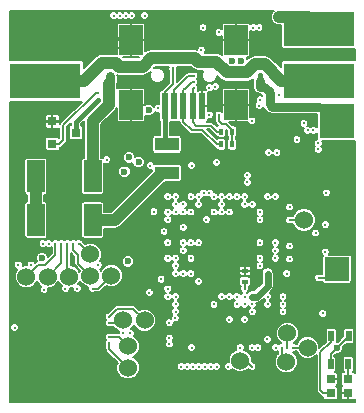
<source format=gbl>
G04 #@! TF.FileFunction,Copper,L4,Bot,Signal*
%FSLAX46Y46*%
G04 Gerber Fmt 4.6, Leading zero omitted, Abs format (unit mm)*
G04 Created by KiCad (PCBNEW 4.0.2+dfsg1-stable) date Mo 22 Aug 2016 02:39:07 CEST*
%MOMM*%
G01*
G04 APERTURE LIST*
%ADD10C,0.100000*%
%ADD11R,0.797560X0.797560*%
%ADD12R,6.000000X3.000000*%
%ADD13R,1.501140X2.700020*%
%ADD14R,0.800100X0.800100*%
%ADD15R,0.600000X0.400000*%
%ADD16R,0.500380X2.301240*%
%ADD17R,1.998980X2.499360*%
%ADD18R,0.400000X0.600000*%
%ADD19R,2.029460X1.140460*%
%ADD20R,1.270000X4.191000*%
%ADD21R,4.000000X4.000000*%
%ADD22R,6.000000X1.500000*%
%ADD23R,3.000000X3.000000*%
%ADD24R,2.032000X2.032000*%
%ADD25O,2.032000X2.032000*%
%ADD26R,0.500000X0.900000*%
%ADD27C,1.524000*%
%ADD28C,0.300000*%
%ADD29C,0.600000*%
%ADD30C,0.200000*%
%ADD31C,0.600000*%
%ADD32C,1.000000*%
%ADD33C,0.800000*%
%ADD34C,0.400000*%
%ADD35C,0.140000*%
G04 APERTURE END LIST*
D10*
D11*
X76049300Y-122350000D03*
X74550700Y-122350000D03*
D12*
X73600000Y-97100000D03*
D13*
X54400000Y-105200000D03*
X49599400Y-105200000D03*
D14*
X50999240Y-102450000D03*
X50999240Y-100550000D03*
X52998220Y-101500000D03*
D15*
X67300000Y-113200000D03*
X67300000Y-114100000D03*
D16*
X60499800Y-99249320D03*
X61299900Y-99249320D03*
X62100000Y-99249320D03*
X62900100Y-99249320D03*
X63700200Y-99249320D03*
D17*
X57649920Y-99150260D03*
X57649920Y-93651160D03*
X66550080Y-99150260D03*
X66550080Y-93651160D03*
D13*
X49599700Y-108900000D03*
X54400300Y-108900000D03*
D18*
X66200000Y-101400000D03*
X65300000Y-101400000D03*
D19*
X60700000Y-104903960D03*
X60700000Y-102496040D03*
D20*
X53846300Y-93204000D03*
X49553700Y-93204000D03*
D21*
X52900000Y-120800000D03*
D22*
X53900000Y-123550000D03*
D12*
X50400000Y-97100000D03*
D23*
X75100000Y-100500000D03*
D12*
X73600000Y-92700000D03*
X50400000Y-92700000D03*
D24*
X75100000Y-113060000D03*
D25*
X75100000Y-115600000D03*
D26*
X74550000Y-121100000D03*
X76050000Y-121100000D03*
D27*
X54200000Y-111800000D03*
X54200000Y-113600000D03*
X52400000Y-113700000D03*
X58800000Y-117400000D03*
X50600000Y-113700000D03*
X57000000Y-117400000D03*
X48800000Y-113700000D03*
X57400000Y-119600000D03*
X57400000Y-121400000D03*
X56000000Y-113600000D03*
X70900000Y-118500000D03*
X66900000Y-120800000D03*
X72300000Y-108900000D03*
X70800000Y-120900000D03*
X72600000Y-119700000D03*
D11*
X74551400Y-123550000D03*
X76050000Y-123550000D03*
D18*
X66200000Y-102500000D03*
X65300000Y-102500000D03*
D26*
X76100000Y-118700000D03*
X74600000Y-118700000D03*
D28*
X65100000Y-100000000D03*
D29*
X75100000Y-119700000D03*
X58300000Y-104000000D03*
D28*
X63375000Y-110825000D03*
D29*
X57400000Y-112400000D03*
D28*
X73300000Y-110000000D03*
X60775000Y-110825000D03*
X68575000Y-112775000D03*
X66625000Y-115375000D03*
X59200000Y-115050000D03*
D29*
X50100000Y-112100000D03*
D28*
X53100000Y-114700000D03*
X54900000Y-112700000D03*
X68575000Y-112125000D03*
D29*
X57500000Y-103600000D03*
D28*
X68575000Y-110825000D03*
X62075000Y-110825000D03*
X62725000Y-110825000D03*
X62075000Y-111475000D03*
X71100000Y-107800000D03*
X70850000Y-113425000D03*
X65975000Y-106925000D03*
X62725000Y-112125000D03*
X70525000Y-115375000D03*
X65975000Y-108225000D03*
X65325000Y-108225000D03*
X64675000Y-108225000D03*
X69225000Y-113425000D03*
X65975000Y-117325000D03*
X65325000Y-115375000D03*
X65975000Y-115375000D03*
X67275000Y-115375000D03*
X67925000Y-115375000D03*
X60315692Y-112415692D03*
X62725000Y-110175000D03*
X62075000Y-112775000D03*
X65400000Y-104000000D03*
X71600000Y-123200000D03*
X68100000Y-123200000D03*
X63200000Y-123200000D03*
X55900000Y-122200000D03*
X47800000Y-119350000D03*
X47800000Y-122000000D03*
X62200000Y-96050000D03*
X76100000Y-120100000D03*
X55400000Y-101800000D03*
X57450000Y-101800000D03*
X71400000Y-94600000D03*
X48150000Y-92050000D03*
X48150000Y-91500000D03*
X48150000Y-94800000D03*
X48150000Y-94250000D03*
X48150000Y-92600000D03*
X48150000Y-93150000D03*
X48150000Y-93700000D03*
X69400000Y-92600000D03*
X62992150Y-92592150D03*
X50600000Y-99600000D03*
X50700000Y-99000000D03*
X50000000Y-99900000D03*
X50000000Y-99000000D03*
X48500000Y-99000000D03*
X49250000Y-99000000D03*
X68300000Y-98300000D03*
X68049997Y-98700000D03*
X67800000Y-98100000D03*
X65100000Y-93500000D03*
X65100000Y-94000000D03*
X65100000Y-94500000D03*
X61700000Y-96050000D03*
X74050000Y-114500000D03*
X73550000Y-111100000D03*
X54400000Y-121300000D03*
X53100000Y-121300000D03*
X67275000Y-110175000D03*
X66625000Y-110175000D03*
X65975000Y-110175000D03*
X65325000Y-110175000D03*
X64675000Y-110175000D03*
X64675000Y-110825000D03*
X65325000Y-110825000D03*
X65975000Y-110825000D03*
X66625000Y-110825000D03*
X67275000Y-110825000D03*
X62725000Y-111475000D03*
X63375000Y-112125000D03*
X63375000Y-112775000D03*
X64025000Y-112125000D03*
X64675000Y-112125000D03*
X64675000Y-112775000D03*
X64025000Y-112775000D03*
X64025000Y-113425000D03*
X64675000Y-113425000D03*
X65325000Y-112775000D03*
X66625000Y-112775000D03*
X65975000Y-112775000D03*
X65975000Y-113425000D03*
X66625000Y-113425000D03*
X69225000Y-112125000D03*
X69875000Y-112775000D03*
X68575000Y-110175000D03*
X69875000Y-109525000D03*
X69875000Y-108875000D03*
X66625000Y-112125000D03*
X65975000Y-112125000D03*
X65325000Y-108875000D03*
X65975000Y-108875000D03*
X67925000Y-114725000D03*
X66625000Y-114725000D03*
X65975000Y-114725000D03*
X65325000Y-114725000D03*
X65325000Y-112125000D03*
X65325000Y-113425000D03*
X65400000Y-121300000D03*
X71900000Y-121300000D03*
X68900000Y-121400000D03*
X55200000Y-91700000D03*
X55200000Y-94700000D03*
X55200000Y-93700000D03*
X55200000Y-92700000D03*
X70200000Y-94200000D03*
X69400000Y-94600000D03*
X60800000Y-93400000D03*
X60700000Y-96050000D03*
X56580000Y-94287500D03*
X56580000Y-93512500D03*
X57820000Y-93512500D03*
X57820000Y-94287500D03*
X73400000Y-116700000D03*
X70900000Y-117100000D03*
X73550000Y-114300000D03*
X73550000Y-107800000D03*
X59800000Y-107000000D03*
X54700000Y-110700000D03*
X52700000Y-112100000D03*
X58392150Y-115007850D03*
X55400000Y-100800000D03*
X57450000Y-100800000D03*
X57600000Y-114900000D03*
X57100000Y-114900000D03*
X55800000Y-116100000D03*
X51150000Y-118050000D03*
X52450000Y-118050000D03*
X52450000Y-119350000D03*
X51150000Y-119350000D03*
X69650000Y-100050000D03*
X70550000Y-100050000D03*
X70550000Y-100950000D03*
X69650000Y-100950000D03*
X62800000Y-101900000D03*
X63600000Y-101900000D03*
X52875000Y-107525000D03*
X51625000Y-107525000D03*
X51625000Y-108775000D03*
X52875000Y-108775000D03*
X72800000Y-103850000D03*
X68100000Y-102150000D03*
X73550000Y-106800000D03*
X73550000Y-113300000D03*
X73550000Y-115300000D03*
X64700000Y-118950000D03*
X67100000Y-118950000D03*
X58900000Y-120000000D03*
X47950000Y-108700000D03*
X47950000Y-105300000D03*
X47950000Y-104200000D03*
X48500000Y-100800000D03*
X67925000Y-107575000D03*
X60450000Y-109850000D03*
X71100000Y-108900000D03*
D29*
X67000000Y-95400000D03*
X66200000Y-95400000D03*
D28*
X68600000Y-96600000D03*
X68600000Y-97100000D03*
X68600000Y-97600000D03*
D29*
X55900000Y-96700000D03*
D28*
X58800000Y-91600000D03*
X56200000Y-91600000D03*
X68000000Y-92600000D03*
X64800000Y-97600000D03*
X72300000Y-100700000D03*
X64300000Y-100000000D03*
X67900000Y-100500000D03*
X52094836Y-114717214D03*
X69300000Y-103200000D03*
X54400000Y-114700000D03*
D29*
X57100000Y-104800000D03*
D28*
X70000000Y-103200000D03*
X70900000Y-119700000D03*
X67900000Y-121300000D03*
X67900000Y-119700000D03*
X71700000Y-102100000D03*
X59600000Y-108200000D03*
X62075000Y-109525000D03*
X69875000Y-112125000D03*
X55600000Y-103800000D03*
X62075000Y-108225000D03*
X50200000Y-110900000D03*
X60775000Y-108875000D03*
X50700000Y-110900000D03*
X60775000Y-108225000D03*
X51250000Y-110900000D03*
X61425000Y-108225000D03*
X51750000Y-110900000D03*
X62075000Y-107575000D03*
X52250000Y-110900000D03*
X61425000Y-106925000D03*
X52750000Y-110900000D03*
X60775000Y-106925000D03*
X53250000Y-110900000D03*
X61425000Y-107575000D03*
X57200000Y-91600000D03*
X71400000Y-119700000D03*
X48100000Y-112700000D03*
X67925000Y-116025000D03*
X57600000Y-118500000D03*
X63900000Y-121300000D03*
X70525000Y-116025000D03*
X66900000Y-119700000D03*
X69225000Y-116025000D03*
X65900000Y-121300000D03*
X69225000Y-115375000D03*
X74100000Y-109300000D03*
X69875000Y-110825000D03*
X70200000Y-98300000D03*
X69875000Y-106925000D03*
X67275000Y-107575000D03*
X64300000Y-97700000D03*
X64400000Y-121300000D03*
X68575000Y-108225000D03*
X63375000Y-114075000D03*
X55800000Y-117100000D03*
X60900000Y-117600000D03*
X55800000Y-117600000D03*
X68400000Y-119700000D03*
X68575000Y-108875000D03*
X73500000Y-102900000D03*
X67500000Y-105700000D03*
X72600000Y-101300000D03*
X62725000Y-106925000D03*
X73100000Y-101300000D03*
X63375000Y-106925000D03*
X63375000Y-107575000D03*
X63800000Y-106600000D03*
X67275000Y-106925000D03*
X73500000Y-102400000D03*
X67500000Y-105100000D03*
X65325000Y-107575000D03*
X64300000Y-106600000D03*
X56700000Y-91600000D03*
X49200000Y-112700000D03*
X70400000Y-119700000D03*
X67925000Y-116675000D03*
X57000000Y-118500000D03*
X74200000Y-106600000D03*
X64675000Y-116025000D03*
X73900000Y-116800000D03*
X61400000Y-117200000D03*
X74100000Y-111600000D03*
X61425000Y-116675000D03*
X62800010Y-119699990D03*
X61425000Y-113425000D03*
X62400000Y-121299990D03*
X61425000Y-112775000D03*
X60775000Y-112125000D03*
X63400000Y-121300000D03*
X61425000Y-112125000D03*
X61900000Y-121299990D03*
X62900000Y-121299990D03*
X62075000Y-113425000D03*
X64900000Y-121300000D03*
X66625000Y-116025000D03*
X69200011Y-119000000D03*
X67275000Y-117325000D03*
X67275000Y-116025000D03*
X54900000Y-98700000D03*
D29*
X70200000Y-91700000D03*
X71000000Y-91700000D03*
X59150000Y-99600000D03*
D28*
X62725000Y-108225000D03*
X62800000Y-104300000D03*
X59300000Y-104300000D03*
X57700000Y-91600000D03*
X60900000Y-119400000D03*
X47800000Y-118000000D03*
X50300000Y-114800000D03*
X69900000Y-119700000D03*
X70525000Y-116675000D03*
X71100000Y-111100000D03*
X68600000Y-98700000D03*
X60200000Y-113900000D03*
X62725000Y-113425000D03*
X64025000Y-108875000D03*
X64675000Y-106925000D03*
X55800000Y-119300000D03*
X61425000Y-116025000D03*
X60900000Y-118900000D03*
X55800000Y-118800000D03*
X63000000Y-96700000D03*
X61425000Y-115375000D03*
X63000000Y-97200000D03*
X60775000Y-115375000D03*
X65325000Y-106925000D03*
X54900000Y-98100000D03*
X63750000Y-92600000D03*
X59900000Y-99450000D03*
X63600000Y-94500000D03*
X65100000Y-93000000D03*
X61200000Y-96050000D03*
X63000000Y-97700000D03*
X60775000Y-114725000D03*
X68500000Y-92600000D03*
X69225000Y-106925000D03*
X69875000Y-111475000D03*
X71100000Y-112200000D03*
X68500000Y-99200000D03*
X73550000Y-113800000D03*
X67275000Y-114725000D03*
X66625000Y-106925000D03*
X64900000Y-104000000D03*
D30*
X75100000Y-119700000D02*
X76100000Y-118700000D01*
X65100000Y-100500000D02*
X65100000Y-100000000D01*
X66200000Y-101400000D02*
X66200000Y-101300000D01*
X65400000Y-100800000D02*
X65100000Y-100500000D01*
X66200000Y-101300000D02*
X65700000Y-100800000D01*
X65700000Y-100800000D02*
X65400000Y-100800000D01*
X66200000Y-102500000D02*
X66200000Y-101400000D01*
X74550000Y-121100000D02*
X74550000Y-120250000D01*
X74550000Y-120250000D02*
X75100000Y-119700000D01*
D31*
X69225000Y-113425000D02*
X69225000Y-114300000D01*
X68325000Y-115375000D02*
X69225000Y-114475000D01*
X69225000Y-114475000D02*
X69225000Y-114300000D01*
X67925000Y-115375000D02*
X68325000Y-115375000D01*
D30*
X62075000Y-112775000D02*
X62075000Y-112182998D01*
X62075000Y-112182998D02*
X61617001Y-111724999D01*
X61617001Y-111724999D02*
X60582999Y-111724999D01*
X60582999Y-111724999D02*
X60315692Y-111992306D01*
X60315692Y-111992306D02*
X60315692Y-112415692D01*
X64675000Y-110175000D02*
X62725000Y-110175000D01*
X63375000Y-112775000D02*
X62075000Y-112775000D01*
X54400000Y-121300000D02*
X55000000Y-121300000D01*
X55000000Y-121300000D02*
X55900000Y-122200000D01*
X48557998Y-119350000D02*
X47800000Y-119350000D01*
X47800000Y-120107998D02*
X47800000Y-119350000D01*
X51150000Y-119350000D02*
X48557998Y-119350000D01*
X47800000Y-120107998D02*
X47800000Y-122000000D01*
X74550700Y-122350000D02*
X75149480Y-122350000D01*
X75149480Y-122350000D02*
X75300000Y-122199480D01*
X75300000Y-122199480D02*
X75300000Y-120500000D01*
X75300000Y-120500000D02*
X75700000Y-120100000D01*
X75700000Y-120100000D02*
X76100000Y-120100000D01*
X48150000Y-92600000D02*
X48150000Y-92050000D01*
X48150000Y-93150000D02*
X48150000Y-92600000D01*
X48150000Y-93700000D02*
X48150000Y-93150000D01*
X48150000Y-94250000D02*
X48150000Y-93700000D01*
X48150000Y-94800000D02*
X48150000Y-94250000D01*
X72300000Y-108900000D02*
X71100000Y-108900000D01*
X54400300Y-100500000D02*
X54400000Y-100500300D01*
D32*
X54400000Y-100500300D02*
X54400000Y-105200000D01*
D33*
X69400000Y-98700000D02*
X69400000Y-99100000D01*
X69400000Y-98500000D02*
X69400000Y-98700000D01*
X69400000Y-98700000D02*
X69400000Y-98100000D01*
X69400000Y-98100000D02*
X69300000Y-98000000D01*
X69400000Y-99100000D02*
X69600000Y-99300000D01*
X68900000Y-97600000D02*
X69300000Y-98000000D01*
X68600000Y-97600000D02*
X68900000Y-97600000D01*
D34*
X68600000Y-97100000D02*
X68600000Y-96600000D01*
D33*
X68600000Y-97600000D02*
X68600000Y-97100000D01*
D32*
X55764291Y-99136009D02*
X55764291Y-97335709D01*
D33*
X55764291Y-97335709D02*
X55900000Y-97200000D01*
X55900000Y-97200000D02*
X55900000Y-96700000D01*
X70100000Y-99300000D02*
X69600000Y-99300000D01*
D30*
X75100000Y-100500000D02*
X74800000Y-100500000D01*
X74800000Y-100500000D02*
X73600000Y-99300000D01*
D33*
X72200000Y-99300000D02*
X73600000Y-99300000D01*
X70849998Y-99300000D02*
X70100000Y-99300000D01*
X72200000Y-99300000D02*
X70849998Y-99300000D01*
D32*
X55764291Y-99136009D02*
X54400300Y-100500000D01*
D30*
X56000000Y-113600000D02*
X54900000Y-114700000D01*
X54900000Y-114700000D02*
X54400000Y-114700000D01*
X70900000Y-119700000D02*
X70900000Y-118500000D01*
X66900000Y-120800000D02*
X67400000Y-120800000D01*
X67400000Y-120800000D02*
X67900000Y-121300000D01*
X51250000Y-110900000D02*
X51250000Y-111850000D01*
X51250000Y-111850000D02*
X50412001Y-112687999D01*
X50412001Y-112687999D02*
X49812001Y-112687999D01*
X49812001Y-112687999D02*
X49561999Y-112938001D01*
X49561999Y-112938001D02*
X48800000Y-113700000D01*
X51750000Y-110900000D02*
X51750000Y-112550000D01*
X51750000Y-112550000D02*
X50600000Y-113700000D01*
X52250000Y-110900000D02*
X52250000Y-113550000D01*
X52250000Y-113550000D02*
X52400000Y-113700000D01*
X52750000Y-110900000D02*
X52750000Y-111450000D01*
X52750000Y-111450000D02*
X53187999Y-111887999D01*
X53187999Y-111887999D02*
X53187999Y-112587999D01*
X53187999Y-112587999D02*
X53438001Y-112838001D01*
X53438001Y-112838001D02*
X54200000Y-113600000D01*
X53250000Y-110900000D02*
X53300000Y-110900000D01*
X53300000Y-110900000D02*
X54200000Y-111800000D01*
X71400000Y-119700000D02*
X72600000Y-119700000D01*
X58800000Y-117400000D02*
X57787999Y-116387999D01*
X57787999Y-116387999D02*
X56512001Y-116387999D01*
X56512001Y-116387999D02*
X55949999Y-116950001D01*
X55949999Y-116950001D02*
X55800000Y-117100000D01*
X57000000Y-117400000D02*
X56800000Y-117600000D01*
X56800000Y-117600000D02*
X55800000Y-117600000D01*
X70800000Y-120900000D02*
X70400000Y-120500000D01*
X70400000Y-120500000D02*
X70400000Y-119700000D01*
D34*
X54201780Y-99398220D02*
X52998220Y-100601780D01*
X52998220Y-100601780D02*
X52998220Y-101500000D01*
X54201780Y-99398220D02*
X54900000Y-98700000D01*
D32*
X70200000Y-91700000D02*
X72600000Y-91700000D01*
X72600000Y-91700000D02*
X73600000Y-92700000D01*
D30*
X55800000Y-119300000D02*
X55800000Y-119800000D01*
X55800000Y-119800000D02*
X57400000Y-121400000D01*
X57400000Y-119600000D02*
X56600000Y-118800000D01*
X56600000Y-118800000D02*
X55800000Y-118800000D01*
X61299900Y-99249320D02*
X61299900Y-97898700D01*
X61299900Y-97898700D02*
X62498600Y-96700000D01*
X62498600Y-96700000D02*
X63000000Y-96700000D01*
X64900000Y-102500000D02*
X65300000Y-102500000D01*
X62100000Y-99249320D02*
X62100000Y-100599940D01*
X63699940Y-101299940D02*
X64900000Y-102500000D01*
X62100000Y-100599940D02*
X62800000Y-101299940D01*
X62800000Y-101299940D02*
X63699940Y-101299940D01*
X62298700Y-97700000D02*
X62298700Y-97689168D01*
X62298700Y-97689168D02*
X62787868Y-97200000D01*
X62787868Y-97200000D02*
X63000000Y-97200000D01*
X62100000Y-97898700D02*
X62298700Y-97700000D01*
X62100000Y-99249320D02*
X62100000Y-97898700D01*
X54900000Y-98100000D02*
X54687868Y-98100000D01*
X51599290Y-102450000D02*
X50999240Y-102450000D01*
X54687868Y-98100000D02*
X51900000Y-100887868D01*
X51900000Y-100887868D02*
X51900000Y-102149290D01*
X51900000Y-102149290D02*
X51599290Y-102450000D01*
D32*
X60296040Y-104903960D02*
X56300000Y-108900000D01*
X56300000Y-108900000D02*
X54400300Y-108900000D01*
X60700000Y-104903960D02*
X60296040Y-104903960D01*
D34*
X60499800Y-99249320D02*
X60499800Y-102295840D01*
X60499800Y-102295840D02*
X60700000Y-102496040D01*
D30*
X60499800Y-99249320D02*
X60499800Y-98092202D01*
X60499800Y-98092202D02*
X61200000Y-97392002D01*
X61200000Y-97392002D02*
X61200000Y-96262132D01*
X61200000Y-96262132D02*
X61200000Y-96050000D01*
D32*
X49599400Y-105200000D02*
X49599400Y-108899700D01*
D30*
X49599400Y-108899700D02*
X49599700Y-108900000D01*
X65300000Y-101400000D02*
X64900000Y-101400000D01*
X64900000Y-101400000D02*
X64400000Y-100900000D01*
X64400000Y-100900000D02*
X63200160Y-100900000D01*
X63200160Y-100900000D02*
X62900100Y-100599940D01*
X62900100Y-100599940D02*
X62900100Y-99249320D01*
X62900100Y-99249320D02*
X62900100Y-97799900D01*
X62900100Y-97799900D02*
X63000000Y-97700000D01*
D32*
X73600000Y-97100000D02*
X70372806Y-97100000D01*
X68972796Y-95699990D02*
X68180012Y-95699990D01*
X70372806Y-97100000D02*
X68972796Y-95699990D01*
X68180012Y-95699990D02*
X67480001Y-96400001D01*
X67480001Y-96400001D02*
X65750122Y-96400001D01*
X65750122Y-96400001D02*
X64850121Y-95500000D01*
X63041997Y-95199999D02*
X59349411Y-95199999D01*
X56655649Y-95900000D02*
X56355639Y-95599990D01*
X64850121Y-95500000D02*
X63341998Y-95500000D01*
X63341998Y-95500000D02*
X63041997Y-95199999D01*
X56355639Y-95599990D02*
X55181301Y-95599990D01*
X53681291Y-97100000D02*
X50400000Y-97100000D01*
X59349411Y-95199999D02*
X58649410Y-95900000D01*
X58649410Y-95900000D02*
X56655649Y-95900000D01*
X55181301Y-95599990D02*
X53681291Y-97100000D01*
D30*
X75100000Y-113060000D02*
X74360000Y-113800000D01*
X74360000Y-113800000D02*
X73550000Y-113800000D01*
X67300000Y-114100000D02*
X67300000Y-114700000D01*
X67300000Y-114700000D02*
X67275000Y-114725000D01*
X76050000Y-121100000D02*
X76050000Y-122349300D01*
X76050000Y-122349300D02*
X76049300Y-122350000D01*
X73700000Y-123300000D02*
X73950000Y-123550000D01*
X73950000Y-123550000D02*
X74551400Y-123550000D01*
X73700000Y-120097762D02*
X73700000Y-123300000D01*
X74600000Y-118700000D02*
X74600000Y-119197762D01*
X74600000Y-119197762D02*
X73700000Y-120097762D01*
D35*
G36*
X60830064Y-95976080D02*
X60829936Y-96123275D01*
X60880000Y-96244440D01*
X60880000Y-97259454D01*
X60273526Y-97865928D01*
X60267872Y-97874390D01*
X60249610Y-97874390D01*
X60168083Y-97889730D01*
X60093205Y-97937913D01*
X60042972Y-98011431D01*
X60025300Y-98098700D01*
X60025300Y-99101399D01*
X59973920Y-99080064D01*
X59826725Y-99079936D01*
X59690685Y-99136146D01*
X59586512Y-99240138D01*
X59568593Y-99283292D01*
X59444941Y-99159423D01*
X59253888Y-99080091D01*
X59047019Y-99079910D01*
X58855829Y-99158909D01*
X58836927Y-99177777D01*
X58814410Y-99155260D01*
X57654920Y-99155260D01*
X57654920Y-100564940D01*
X57709920Y-100619940D01*
X58693170Y-100619940D01*
X58774030Y-100586447D01*
X58835917Y-100524560D01*
X58869410Y-100443701D01*
X58869410Y-100046536D01*
X59046112Y-100119909D01*
X59252981Y-100120090D01*
X59444171Y-100041091D01*
X59590577Y-99894941D01*
X59658374Y-99731668D01*
X59690138Y-99763488D01*
X59826080Y-99819936D01*
X59973275Y-99820064D01*
X60025300Y-99798568D01*
X60025300Y-100399940D01*
X60040640Y-100481467D01*
X60079800Y-100542323D01*
X60079800Y-101701500D01*
X59685270Y-101701500D01*
X59603743Y-101716840D01*
X59528865Y-101765023D01*
X59478632Y-101838541D01*
X59460960Y-101925810D01*
X59460960Y-103066270D01*
X59476300Y-103147797D01*
X59524483Y-103222675D01*
X59598001Y-103272908D01*
X59685270Y-103290580D01*
X61714730Y-103290580D01*
X61796257Y-103275240D01*
X61799310Y-103273275D01*
X68929936Y-103273275D01*
X68986146Y-103409315D01*
X69090138Y-103513488D01*
X69226080Y-103569936D01*
X69373275Y-103570064D01*
X69509315Y-103513854D01*
X69613488Y-103409862D01*
X69650020Y-103321883D01*
X69686146Y-103409315D01*
X69790138Y-103513488D01*
X69926080Y-103569936D01*
X70073275Y-103570064D01*
X70209315Y-103513854D01*
X70313488Y-103409862D01*
X70369936Y-103273920D01*
X70370064Y-103126725D01*
X70313854Y-102990685D01*
X70209862Y-102886512D01*
X70073920Y-102830064D01*
X69926725Y-102829936D01*
X69790685Y-102886146D01*
X69686512Y-102990138D01*
X69649980Y-103078117D01*
X69613854Y-102990685D01*
X69509862Y-102886512D01*
X69373920Y-102830064D01*
X69226725Y-102829936D01*
X69090685Y-102886146D01*
X68986512Y-102990138D01*
X68930064Y-103126080D01*
X68929936Y-103273275D01*
X61799310Y-103273275D01*
X61871135Y-103227057D01*
X61921368Y-103153539D01*
X61939040Y-103066270D01*
X61939040Y-101925810D01*
X61923700Y-101844283D01*
X61875517Y-101769405D01*
X61801999Y-101719172D01*
X61714730Y-101701500D01*
X60919800Y-101701500D01*
X60919800Y-100577442D01*
X60962441Y-100606578D01*
X61049710Y-100624250D01*
X61550090Y-100624250D01*
X61631617Y-100608910D01*
X61700800Y-100564392D01*
X61762541Y-100606578D01*
X61782109Y-100610540D01*
X61804359Y-100722399D01*
X61865223Y-100813488D01*
X61873726Y-100826214D01*
X62573725Y-101526214D01*
X62677541Y-101595581D01*
X62800000Y-101619940D01*
X63567392Y-101619940D01*
X64673726Y-102726274D01*
X64777541Y-102795641D01*
X64878654Y-102815754D01*
X64891030Y-102881527D01*
X64939213Y-102956405D01*
X65012731Y-103006638D01*
X65100000Y-103024310D01*
X65500000Y-103024310D01*
X65581527Y-103008970D01*
X65656405Y-102960787D01*
X65706638Y-102887269D01*
X65724310Y-102800000D01*
X65724310Y-102200000D01*
X65708970Y-102118473D01*
X65660787Y-102043595D01*
X65587269Y-101993362D01*
X65500000Y-101975690D01*
X65100000Y-101975690D01*
X65018473Y-101991030D01*
X64943595Y-102039213D01*
X64922555Y-102070007D01*
X64072548Y-101220000D01*
X64267452Y-101220000D01*
X64673726Y-101626274D01*
X64777541Y-101695641D01*
X64878654Y-101715754D01*
X64891030Y-101781527D01*
X64939213Y-101856405D01*
X65012731Y-101906638D01*
X65100000Y-101924310D01*
X65500000Y-101924310D01*
X65581527Y-101908970D01*
X65656405Y-101860787D01*
X65706638Y-101787269D01*
X65724310Y-101700000D01*
X65724310Y-101276858D01*
X65775690Y-101328238D01*
X65775690Y-101700000D01*
X65791030Y-101781527D01*
X65839213Y-101856405D01*
X65880000Y-101884274D01*
X65880000Y-102015787D01*
X65843595Y-102039213D01*
X65793362Y-102112731D01*
X65775690Y-102200000D01*
X65775690Y-102800000D01*
X65791030Y-102881527D01*
X65839213Y-102956405D01*
X65912731Y-103006638D01*
X66000000Y-103024310D01*
X66400000Y-103024310D01*
X66481527Y-103008970D01*
X66556405Y-102960787D01*
X66606638Y-102887269D01*
X66624310Y-102800000D01*
X66624310Y-102200000D01*
X66619282Y-102173275D01*
X71329936Y-102173275D01*
X71386146Y-102309315D01*
X71490138Y-102413488D01*
X71626080Y-102469936D01*
X71773275Y-102470064D01*
X71909315Y-102413854D01*
X72013488Y-102309862D01*
X72069936Y-102173920D01*
X72070064Y-102026725D01*
X72013854Y-101890685D01*
X71909862Y-101786512D01*
X71773920Y-101730064D01*
X71626725Y-101729936D01*
X71490685Y-101786146D01*
X71386512Y-101890138D01*
X71330064Y-102026080D01*
X71329936Y-102173275D01*
X66619282Y-102173275D01*
X66608970Y-102118473D01*
X66560787Y-102043595D01*
X66520000Y-102015726D01*
X66520000Y-101884213D01*
X66556405Y-101860787D01*
X66606638Y-101787269D01*
X66624310Y-101700000D01*
X66624310Y-101100000D01*
X66608970Y-101018473D01*
X66560787Y-100943595D01*
X66487269Y-100893362D01*
X66400000Y-100875690D01*
X66228238Y-100875690D01*
X65972488Y-100619940D01*
X66490080Y-100619940D01*
X66545080Y-100564940D01*
X66545080Y-99155260D01*
X66555080Y-99155260D01*
X66555080Y-100564940D01*
X66610080Y-100619940D01*
X67549217Y-100619940D01*
X67586146Y-100709315D01*
X67690138Y-100813488D01*
X67826080Y-100869936D01*
X67973275Y-100870064D01*
X68109315Y-100813854D01*
X68213488Y-100709862D01*
X68269936Y-100573920D01*
X68270064Y-100426725D01*
X68213854Y-100290685D01*
X68109862Y-100186512D01*
X67973920Y-100130064D01*
X67826725Y-100129936D01*
X67769570Y-100153552D01*
X67769570Y-99210260D01*
X67714570Y-99155260D01*
X66555080Y-99155260D01*
X66545080Y-99155260D01*
X65385590Y-99155260D01*
X65330590Y-99210260D01*
X65330590Y-99707276D01*
X65309862Y-99686512D01*
X65173920Y-99630064D01*
X65026725Y-99629936D01*
X64890685Y-99686146D01*
X64786512Y-99790138D01*
X64730064Y-99926080D01*
X64729936Y-100073275D01*
X64780000Y-100194440D01*
X64780000Y-100500000D01*
X64804359Y-100622459D01*
X64862394Y-100709315D01*
X64873726Y-100726274D01*
X65035313Y-100887861D01*
X65018473Y-100891030D01*
X64943595Y-100939213D01*
X64922555Y-100970007D01*
X64626274Y-100673726D01*
X64608117Y-100661594D01*
X64522459Y-100604359D01*
X64400000Y-100580000D01*
X64081457Y-100580000D01*
X64136897Y-100524560D01*
X64170390Y-100443701D01*
X64170390Y-100346812D01*
X64226080Y-100369936D01*
X64373275Y-100370064D01*
X64509315Y-100313854D01*
X64613488Y-100209862D01*
X64669936Y-100073920D01*
X64670064Y-99926725D01*
X64613854Y-99790685D01*
X64509862Y-99686512D01*
X64373920Y-99630064D01*
X64226725Y-99629936D01*
X64170390Y-99653213D01*
X64170390Y-99309320D01*
X64115390Y-99254320D01*
X63705200Y-99254320D01*
X63705200Y-99274320D01*
X63695200Y-99274320D01*
X63695200Y-99254320D01*
X63675200Y-99254320D01*
X63675200Y-99244320D01*
X63695200Y-99244320D01*
X63695200Y-97933700D01*
X63705200Y-97933700D01*
X63705200Y-99244320D01*
X64115390Y-99244320D01*
X64170390Y-99189320D01*
X64170390Y-98054939D01*
X64166324Y-98045123D01*
X64226080Y-98069936D01*
X64373275Y-98070064D01*
X64509315Y-98013854D01*
X64604063Y-97919270D01*
X64726080Y-97969936D01*
X64873275Y-97970064D01*
X65009315Y-97913854D01*
X65066449Y-97856819D01*
X65330590Y-97856819D01*
X65330590Y-99090260D01*
X65385590Y-99145260D01*
X66545080Y-99145260D01*
X66545080Y-97735580D01*
X66555080Y-97735580D01*
X66555080Y-99145260D01*
X67714570Y-99145260D01*
X67769570Y-99090260D01*
X67769570Y-97856819D01*
X67736077Y-97775960D01*
X67674190Y-97714073D01*
X67593330Y-97680580D01*
X66610080Y-97680580D01*
X66555080Y-97735580D01*
X66545080Y-97735580D01*
X66490080Y-97680580D01*
X65506830Y-97680580D01*
X65425970Y-97714073D01*
X65364083Y-97775960D01*
X65330590Y-97856819D01*
X65066449Y-97856819D01*
X65113488Y-97809862D01*
X65169936Y-97673920D01*
X65170064Y-97526725D01*
X65113854Y-97390685D01*
X65009862Y-97286512D01*
X64873920Y-97230064D01*
X64726725Y-97229936D01*
X64590685Y-97286146D01*
X64495937Y-97380730D01*
X64373920Y-97330064D01*
X64226725Y-97329936D01*
X64090685Y-97386146D01*
X63986512Y-97490138D01*
X63930064Y-97626080D01*
X63929936Y-97773275D01*
X63973496Y-97878700D01*
X63760200Y-97878700D01*
X63705200Y-97933700D01*
X63695200Y-97933700D01*
X63640200Y-97878700D01*
X63406250Y-97878700D01*
X63325390Y-97912193D01*
X63301697Y-97935886D01*
X63293221Y-97930094D01*
X63313488Y-97909862D01*
X63369936Y-97773920D01*
X63370064Y-97626725D01*
X63313854Y-97490685D01*
X63273260Y-97450020D01*
X63313488Y-97409862D01*
X63369936Y-97273920D01*
X63370064Y-97126725D01*
X63313854Y-96990685D01*
X63273260Y-96950020D01*
X63313488Y-96909862D01*
X63369936Y-96773920D01*
X63370064Y-96626725D01*
X63313854Y-96490685D01*
X63209862Y-96386512D01*
X63073920Y-96330064D01*
X62926725Y-96329936D01*
X62805560Y-96380000D01*
X62498600Y-96380000D01*
X62376141Y-96404359D01*
X62323889Y-96439273D01*
X62272326Y-96473726D01*
X61520000Y-97226052D01*
X61520000Y-96244179D01*
X61569936Y-96123920D01*
X61570064Y-95976725D01*
X61567285Y-95969999D01*
X62723052Y-95969999D01*
X62797525Y-96044472D01*
X63047331Y-96211387D01*
X63096220Y-96221111D01*
X63341998Y-96270000D01*
X63733449Y-96270000D01*
X63732329Y-96271118D01*
X63630176Y-96517128D01*
X63629944Y-96783503D01*
X63731667Y-97029691D01*
X63919858Y-97218211D01*
X64165868Y-97320364D01*
X64432243Y-97320596D01*
X64678431Y-97218873D01*
X64866951Y-97030682D01*
X64969104Y-96784672D01*
X64969171Y-96707994D01*
X65205650Y-96944473D01*
X65455456Y-97111388D01*
X65750122Y-97170001D01*
X67480001Y-97170001D01*
X67774667Y-97111388D01*
X68008861Y-96954904D01*
X67980000Y-97100000D01*
X67980000Y-97600000D01*
X68027195Y-97837264D01*
X68161594Y-98038406D01*
X68362736Y-98172805D01*
X68600000Y-98220000D01*
X68643188Y-98220000D01*
X68780000Y-98356813D01*
X68780000Y-98374112D01*
X68673920Y-98330064D01*
X68526725Y-98329936D01*
X68390685Y-98386146D01*
X68286512Y-98490138D01*
X68230064Y-98626080D01*
X68229936Y-98773275D01*
X68280694Y-98896120D01*
X68186512Y-98990138D01*
X68130064Y-99126080D01*
X68129936Y-99273275D01*
X68186146Y-99409315D01*
X68290138Y-99513488D01*
X68426080Y-99569936D01*
X68573275Y-99570064D01*
X68709315Y-99513854D01*
X68813488Y-99409862D01*
X68837333Y-99352437D01*
X68933334Y-99496112D01*
X68961594Y-99538406D01*
X69161594Y-99738406D01*
X69362736Y-99872805D01*
X69600000Y-99920000D01*
X73375690Y-99920000D01*
X73375690Y-101052455D01*
X73309862Y-100986512D01*
X73173920Y-100930064D01*
X73026725Y-100929936D01*
X72890685Y-100986146D01*
X72850020Y-101026740D01*
X72809862Y-100986512D01*
X72673920Y-100930064D01*
X72593321Y-100929994D01*
X72613488Y-100909862D01*
X72669936Y-100773920D01*
X72670064Y-100626725D01*
X72613854Y-100490685D01*
X72509862Y-100386512D01*
X72373920Y-100330064D01*
X72226725Y-100329936D01*
X72090685Y-100386146D01*
X71986512Y-100490138D01*
X71930064Y-100626080D01*
X71929936Y-100773275D01*
X71986146Y-100909315D01*
X72090138Y-101013488D01*
X72226080Y-101069936D01*
X72306679Y-101070006D01*
X72286512Y-101090138D01*
X72230064Y-101226080D01*
X72229936Y-101373275D01*
X72286146Y-101509315D01*
X72390138Y-101613488D01*
X72526080Y-101669936D01*
X72673275Y-101670064D01*
X72809315Y-101613854D01*
X72849980Y-101573260D01*
X72890138Y-101613488D01*
X73026080Y-101669936D01*
X73173275Y-101670064D01*
X73309315Y-101613854D01*
X73375690Y-101547594D01*
X73375690Y-102000000D01*
X73384598Y-102047342D01*
X73290685Y-102086146D01*
X73186512Y-102190138D01*
X73130064Y-102326080D01*
X73129936Y-102473275D01*
X73186146Y-102609315D01*
X73226740Y-102649980D01*
X73186512Y-102690138D01*
X73130064Y-102826080D01*
X73129936Y-102973275D01*
X73186146Y-103109315D01*
X73290138Y-103213488D01*
X73426080Y-103269936D01*
X73573275Y-103270064D01*
X73709315Y-103213854D01*
X73813488Y-103109862D01*
X73869936Y-102973920D01*
X73870064Y-102826725D01*
X73813854Y-102690685D01*
X73773260Y-102650020D01*
X73813488Y-102609862D01*
X73869936Y-102473920D01*
X73870064Y-102326725D01*
X73827747Y-102224310D01*
X76600000Y-102224310D01*
X76630000Y-102218665D01*
X76630000Y-121827656D01*
X76608867Y-121794815D01*
X76535349Y-121744582D01*
X76448080Y-121726910D01*
X76431349Y-121726910D01*
X76456405Y-121710787D01*
X76506638Y-121637269D01*
X76524310Y-121550000D01*
X76524310Y-120650000D01*
X76508970Y-120568473D01*
X76460787Y-120493595D01*
X76387269Y-120443362D01*
X76300000Y-120425690D01*
X75800000Y-120425690D01*
X75718473Y-120441030D01*
X75643595Y-120489213D01*
X75593362Y-120562731D01*
X75575690Y-120650000D01*
X75575690Y-121550000D01*
X75591030Y-121631527D01*
X75639213Y-121706405D01*
X75669223Y-121726910D01*
X75650520Y-121726910D01*
X75568993Y-121742250D01*
X75494115Y-121790433D01*
X75443882Y-121863951D01*
X75426210Y-121951220D01*
X75426210Y-122748780D01*
X75441550Y-122830307D01*
X75489733Y-122905185D01*
X75557887Y-122951753D01*
X75526600Y-122964713D01*
X75464713Y-123026600D01*
X75431220Y-123107460D01*
X75431220Y-123490000D01*
X75486220Y-123545000D01*
X76045000Y-123545000D01*
X76045000Y-123525000D01*
X76055000Y-123525000D01*
X76055000Y-123545000D01*
X76075000Y-123545000D01*
X76075000Y-123555000D01*
X76055000Y-123555000D01*
X76055000Y-124113780D01*
X76110000Y-124168780D01*
X76492541Y-124168780D01*
X76573400Y-124135287D01*
X76630000Y-124078687D01*
X76630000Y-124330000D01*
X47370000Y-124330000D01*
X47370000Y-118073275D01*
X47429936Y-118073275D01*
X47486146Y-118209315D01*
X47590138Y-118313488D01*
X47726080Y-118369936D01*
X47873275Y-118370064D01*
X48009315Y-118313854D01*
X48113488Y-118209862D01*
X48169936Y-118073920D01*
X48170064Y-117926725D01*
X48113854Y-117790685D01*
X48009862Y-117686512D01*
X47873920Y-117630064D01*
X47726725Y-117629936D01*
X47590685Y-117686146D01*
X47486512Y-117790138D01*
X47430064Y-117926080D01*
X47429936Y-118073275D01*
X47370000Y-118073275D01*
X47370000Y-117173275D01*
X55429936Y-117173275D01*
X55486146Y-117309315D01*
X55526740Y-117349980D01*
X55486512Y-117390138D01*
X55430064Y-117526080D01*
X55429936Y-117673275D01*
X55486146Y-117809315D01*
X55590138Y-117913488D01*
X55726080Y-117969936D01*
X55873275Y-117970064D01*
X55994440Y-117920000D01*
X56152333Y-117920000D01*
X56167015Y-117955532D01*
X56443015Y-118232014D01*
X56671288Y-118326801D01*
X56630064Y-118426080D01*
X56630012Y-118485970D01*
X56600000Y-118480000D01*
X55994179Y-118480000D01*
X55873920Y-118430064D01*
X55726725Y-118429936D01*
X55590685Y-118486146D01*
X55486512Y-118590138D01*
X55430064Y-118726080D01*
X55429936Y-118873275D01*
X55486146Y-119009315D01*
X55526740Y-119049980D01*
X55486512Y-119090138D01*
X55430064Y-119226080D01*
X55429936Y-119373275D01*
X55480000Y-119494440D01*
X55480000Y-119800000D01*
X55504359Y-119922459D01*
X55552790Y-119994941D01*
X55573726Y-120026274D01*
X56515901Y-120968449D01*
X56418170Y-121203811D01*
X56417829Y-121594475D01*
X56567015Y-121955532D01*
X56843015Y-122232014D01*
X57203811Y-122381830D01*
X57594475Y-122382171D01*
X57955532Y-122232985D01*
X58232014Y-121956985D01*
X58381830Y-121596189D01*
X58382024Y-121373265D01*
X61529936Y-121373265D01*
X61586146Y-121509305D01*
X61690138Y-121613478D01*
X61826080Y-121669926D01*
X61973275Y-121670054D01*
X62109315Y-121613844D01*
X62149980Y-121573250D01*
X62190138Y-121613478D01*
X62326080Y-121669926D01*
X62473275Y-121670054D01*
X62609315Y-121613844D01*
X62649980Y-121573250D01*
X62690138Y-121613478D01*
X62826080Y-121669926D01*
X62973275Y-121670054D01*
X63109315Y-121613844D01*
X63149975Y-121573255D01*
X63190138Y-121613488D01*
X63326080Y-121669936D01*
X63473275Y-121670064D01*
X63609315Y-121613854D01*
X63649980Y-121573260D01*
X63690138Y-121613488D01*
X63826080Y-121669936D01*
X63973275Y-121670064D01*
X64109315Y-121613854D01*
X64149980Y-121573260D01*
X64190138Y-121613488D01*
X64326080Y-121669936D01*
X64473275Y-121670064D01*
X64609315Y-121613854D01*
X64649980Y-121573260D01*
X64690138Y-121613488D01*
X64826080Y-121669936D01*
X64973275Y-121670064D01*
X65109315Y-121613854D01*
X65213488Y-121509862D01*
X65269936Y-121373920D01*
X65269936Y-121373275D01*
X65529936Y-121373275D01*
X65586146Y-121509315D01*
X65690138Y-121613488D01*
X65826080Y-121669936D01*
X65973275Y-121670064D01*
X66109315Y-121613854D01*
X66213488Y-121509862D01*
X66215717Y-121504494D01*
X66343015Y-121632014D01*
X66703811Y-121781830D01*
X67094475Y-121782171D01*
X67455532Y-121632985D01*
X67584181Y-121504560D01*
X67586146Y-121509315D01*
X67690138Y-121613488D01*
X67826080Y-121669936D01*
X67973275Y-121670064D01*
X68109315Y-121613854D01*
X68213488Y-121509862D01*
X68269936Y-121373920D01*
X68270064Y-121226725D01*
X68213854Y-121090685D01*
X68109862Y-120986512D01*
X67988784Y-120936236D01*
X67881976Y-120829428D01*
X67882171Y-120605525D01*
X67732985Y-120244468D01*
X67456985Y-119967986D01*
X67228712Y-119873199D01*
X67269936Y-119773920D01*
X67269936Y-119773275D01*
X67529936Y-119773275D01*
X67586146Y-119909315D01*
X67690138Y-120013488D01*
X67826080Y-120069936D01*
X67973275Y-120070064D01*
X68109315Y-120013854D01*
X68149980Y-119973260D01*
X68190138Y-120013488D01*
X68326080Y-120069936D01*
X68473275Y-120070064D01*
X68609315Y-120013854D01*
X68713488Y-119909862D01*
X68769936Y-119773920D01*
X68769936Y-119773275D01*
X69529936Y-119773275D01*
X69586146Y-119909315D01*
X69690138Y-120013488D01*
X69826080Y-120069936D01*
X69973275Y-120070064D01*
X70080000Y-120025967D01*
X70080000Y-120231196D01*
X69967986Y-120343015D01*
X69818170Y-120703811D01*
X69817829Y-121094475D01*
X69967015Y-121455532D01*
X70243015Y-121732014D01*
X70603811Y-121881830D01*
X70994475Y-121882171D01*
X71355532Y-121732985D01*
X71632014Y-121456985D01*
X71781830Y-121096189D01*
X71782171Y-120705525D01*
X71632985Y-120344468D01*
X71358960Y-120069965D01*
X71473275Y-120070064D01*
X71594440Y-120020000D01*
X71669695Y-120020000D01*
X71767015Y-120255532D01*
X72043015Y-120532014D01*
X72403811Y-120681830D01*
X72794475Y-120682171D01*
X73155532Y-120532985D01*
X73380000Y-120308908D01*
X73380000Y-123300000D01*
X73404359Y-123422459D01*
X73473726Y-123526274D01*
X73723726Y-123776274D01*
X73827541Y-123845641D01*
X73928310Y-123865686D01*
X73928310Y-123948780D01*
X73943650Y-124030307D01*
X73991833Y-124105185D01*
X74065351Y-124155418D01*
X74152620Y-124173090D01*
X74950180Y-124173090D01*
X75031707Y-124157750D01*
X75106585Y-124109567D01*
X75156818Y-124036049D01*
X75174490Y-123948780D01*
X75174490Y-123610000D01*
X75431220Y-123610000D01*
X75431220Y-123992540D01*
X75464713Y-124073400D01*
X75526600Y-124135287D01*
X75607459Y-124168780D01*
X75990000Y-124168780D01*
X76045000Y-124113780D01*
X76045000Y-123555000D01*
X75486220Y-123555000D01*
X75431220Y-123610000D01*
X75174490Y-123610000D01*
X75174490Y-123151220D01*
X75159150Y-123069693D01*
X75110967Y-122994815D01*
X75042813Y-122948247D01*
X75074100Y-122935287D01*
X75135987Y-122873400D01*
X75169480Y-122792540D01*
X75169480Y-122410000D01*
X75114480Y-122355000D01*
X74555700Y-122355000D01*
X74555700Y-122375000D01*
X74545700Y-122375000D01*
X74545700Y-122355000D01*
X74525700Y-122355000D01*
X74525700Y-122345000D01*
X74545700Y-122345000D01*
X74545700Y-122325000D01*
X74555700Y-122325000D01*
X74555700Y-122345000D01*
X75114480Y-122345000D01*
X75169480Y-122290000D01*
X75169480Y-121907460D01*
X75135987Y-121826600D01*
X75074100Y-121764713D01*
X74993241Y-121731220D01*
X74924651Y-121731220D01*
X74956405Y-121710787D01*
X75006638Y-121637269D01*
X75024310Y-121550000D01*
X75024310Y-120650000D01*
X75008970Y-120568473D01*
X74960787Y-120493595D01*
X74887269Y-120443362D01*
X74870000Y-120439865D01*
X74870000Y-120382548D01*
X75032607Y-120219941D01*
X75202981Y-120220090D01*
X75394171Y-120141091D01*
X75540577Y-119994941D01*
X75619909Y-119803888D01*
X75620059Y-119632489D01*
X75878238Y-119374310D01*
X76350000Y-119374310D01*
X76431527Y-119358970D01*
X76506405Y-119310787D01*
X76556638Y-119237269D01*
X76574310Y-119150000D01*
X76574310Y-118250000D01*
X76558970Y-118168473D01*
X76510787Y-118093595D01*
X76437269Y-118043362D01*
X76350000Y-118025690D01*
X75850000Y-118025690D01*
X75768473Y-118041030D01*
X75693595Y-118089213D01*
X75643362Y-118162731D01*
X75625690Y-118250000D01*
X75625690Y-118721762D01*
X75167393Y-119180059D01*
X75068241Y-119179972D01*
X75074310Y-119150000D01*
X75074310Y-118250000D01*
X75058970Y-118168473D01*
X75010787Y-118093595D01*
X74937269Y-118043362D01*
X74850000Y-118025690D01*
X74350000Y-118025690D01*
X74268473Y-118041030D01*
X74193595Y-118089213D01*
X74143362Y-118162731D01*
X74125690Y-118250000D01*
X74125690Y-119150000D01*
X74136700Y-119208514D01*
X73581946Y-119763268D01*
X73582171Y-119505525D01*
X73432985Y-119144468D01*
X73156985Y-118867986D01*
X72796189Y-118718170D01*
X72405525Y-118717829D01*
X72044468Y-118867015D01*
X71767986Y-119143015D01*
X71669581Y-119380000D01*
X71594179Y-119380000D01*
X71473920Y-119330064D01*
X71458472Y-119330051D01*
X71732014Y-119056985D01*
X71881830Y-118696189D01*
X71882171Y-118305525D01*
X71732985Y-117944468D01*
X71456985Y-117667986D01*
X71096189Y-117518170D01*
X70705525Y-117517829D01*
X70344468Y-117667015D01*
X70067986Y-117943015D01*
X69918170Y-118303811D01*
X69917829Y-118694475D01*
X70067015Y-119055532D01*
X70340953Y-119329948D01*
X70326725Y-119329936D01*
X70190685Y-119386146D01*
X70150020Y-119426740D01*
X70109862Y-119386512D01*
X69973920Y-119330064D01*
X69826725Y-119329936D01*
X69690685Y-119386146D01*
X69586512Y-119490138D01*
X69530064Y-119626080D01*
X69529936Y-119773275D01*
X68769936Y-119773275D01*
X68770064Y-119626725D01*
X68713854Y-119490685D01*
X68609862Y-119386512D01*
X68473920Y-119330064D01*
X68326725Y-119329936D01*
X68190685Y-119386146D01*
X68150020Y-119426740D01*
X68109862Y-119386512D01*
X67973920Y-119330064D01*
X67826725Y-119329936D01*
X67690685Y-119386146D01*
X67586512Y-119490138D01*
X67530064Y-119626080D01*
X67529936Y-119773275D01*
X67269936Y-119773275D01*
X67270064Y-119626725D01*
X67213854Y-119490685D01*
X67109862Y-119386512D01*
X66973920Y-119330064D01*
X66826725Y-119329936D01*
X66690685Y-119386146D01*
X66586512Y-119490138D01*
X66530064Y-119626080D01*
X66529936Y-119773275D01*
X66571267Y-119873304D01*
X66344468Y-119967015D01*
X66067986Y-120243015D01*
X65918170Y-120603811D01*
X65917885Y-120930015D01*
X65826725Y-120929936D01*
X65690685Y-120986146D01*
X65586512Y-121090138D01*
X65530064Y-121226080D01*
X65529936Y-121373275D01*
X65269936Y-121373275D01*
X65270064Y-121226725D01*
X65213854Y-121090685D01*
X65109862Y-120986512D01*
X64973920Y-120930064D01*
X64826725Y-120929936D01*
X64690685Y-120986146D01*
X64650020Y-121026740D01*
X64609862Y-120986512D01*
X64473920Y-120930064D01*
X64326725Y-120929936D01*
X64190685Y-120986146D01*
X64150020Y-121026740D01*
X64109862Y-120986512D01*
X63973920Y-120930064D01*
X63826725Y-120929936D01*
X63690685Y-120986146D01*
X63650020Y-121026740D01*
X63609862Y-120986512D01*
X63473920Y-120930064D01*
X63326725Y-120929936D01*
X63190685Y-120986146D01*
X63150025Y-121026735D01*
X63109862Y-120986502D01*
X62973920Y-120930054D01*
X62826725Y-120929926D01*
X62690685Y-120986136D01*
X62650020Y-121026730D01*
X62609862Y-120986502D01*
X62473920Y-120930054D01*
X62326725Y-120929926D01*
X62190685Y-120986136D01*
X62150020Y-121026730D01*
X62109862Y-120986502D01*
X61973920Y-120930054D01*
X61826725Y-120929926D01*
X61690685Y-120986136D01*
X61586512Y-121090128D01*
X61530064Y-121226070D01*
X61529936Y-121373265D01*
X58382024Y-121373265D01*
X58382171Y-121205525D01*
X58232985Y-120844468D01*
X57956985Y-120567986D01*
X57793300Y-120500018D01*
X57955532Y-120432985D01*
X58232014Y-120156985D01*
X58381830Y-119796189D01*
X58381850Y-119773265D01*
X62429946Y-119773265D01*
X62486156Y-119909305D01*
X62590148Y-120013478D01*
X62726090Y-120069926D01*
X62873285Y-120070054D01*
X63009325Y-120013844D01*
X63113498Y-119909852D01*
X63169946Y-119773910D01*
X63170074Y-119626715D01*
X63113864Y-119490675D01*
X63009872Y-119386502D01*
X62873930Y-119330054D01*
X62726735Y-119329926D01*
X62590695Y-119386136D01*
X62486522Y-119490128D01*
X62430074Y-119626070D01*
X62429946Y-119773265D01*
X58381850Y-119773265D01*
X58382171Y-119405525D01*
X58232985Y-119044468D01*
X58161917Y-118973275D01*
X60529936Y-118973275D01*
X60586146Y-119109315D01*
X60626740Y-119149980D01*
X60586512Y-119190138D01*
X60530064Y-119326080D01*
X60529936Y-119473275D01*
X60586146Y-119609315D01*
X60690138Y-119713488D01*
X60826080Y-119769936D01*
X60973275Y-119770064D01*
X61109315Y-119713854D01*
X61213488Y-119609862D01*
X61269936Y-119473920D01*
X61270064Y-119326725D01*
X61213854Y-119190685D01*
X61173260Y-119150020D01*
X61213488Y-119109862D01*
X61228680Y-119073275D01*
X68829947Y-119073275D01*
X68886157Y-119209315D01*
X68990149Y-119313488D01*
X69126091Y-119369936D01*
X69273286Y-119370064D01*
X69409326Y-119313854D01*
X69513499Y-119209862D01*
X69569947Y-119073920D01*
X69570075Y-118926725D01*
X69513865Y-118790685D01*
X69409873Y-118686512D01*
X69273931Y-118630064D01*
X69126736Y-118629936D01*
X68990696Y-118686146D01*
X68886523Y-118790138D01*
X68830075Y-118926080D01*
X68829947Y-119073275D01*
X61228680Y-119073275D01*
X61269936Y-118973920D01*
X61270064Y-118826725D01*
X61213854Y-118690685D01*
X61109862Y-118586512D01*
X60973920Y-118530064D01*
X60826725Y-118529936D01*
X60690685Y-118586146D01*
X60586512Y-118690138D01*
X60530064Y-118826080D01*
X60529936Y-118973275D01*
X58161917Y-118973275D01*
X57956985Y-118767986D01*
X57885145Y-118738155D01*
X57913488Y-118709862D01*
X57969936Y-118573920D01*
X57970064Y-118426725D01*
X57913854Y-118290685D01*
X57809862Y-118186512D01*
X57673920Y-118130064D01*
X57658646Y-118130051D01*
X57832014Y-117956985D01*
X57899982Y-117793300D01*
X57967015Y-117955532D01*
X58243015Y-118232014D01*
X58603811Y-118381830D01*
X58994475Y-118382171D01*
X59355532Y-118232985D01*
X59632014Y-117956985D01*
X59781830Y-117596189D01*
X59782171Y-117205525D01*
X59632985Y-116844468D01*
X59356985Y-116567986D01*
X58996189Y-116418170D01*
X58605525Y-116417829D01*
X58368368Y-116515820D01*
X58014273Y-116161725D01*
X57910458Y-116092358D01*
X57787999Y-116067999D01*
X56512001Y-116067999D01*
X56389542Y-116092358D01*
X56285727Y-116161725D01*
X55711032Y-116736420D01*
X55590685Y-116786146D01*
X55486512Y-116890138D01*
X55430064Y-117026080D01*
X55429936Y-117173275D01*
X47370000Y-117173275D01*
X47370000Y-112773275D01*
X47729936Y-112773275D01*
X47786146Y-112909315D01*
X47890138Y-113013488D01*
X48026080Y-113069936D01*
X48041179Y-113069949D01*
X47967986Y-113143015D01*
X47818170Y-113503811D01*
X47817829Y-113894475D01*
X47967015Y-114255532D01*
X48243015Y-114532014D01*
X48603811Y-114681830D01*
X48994475Y-114682171D01*
X49355532Y-114532985D01*
X49632014Y-114256985D01*
X49699982Y-114093300D01*
X49767015Y-114255532D01*
X50043015Y-114532014D01*
X50044231Y-114532519D01*
X49986512Y-114590138D01*
X49930064Y-114726080D01*
X49929936Y-114873275D01*
X49986146Y-115009315D01*
X50090138Y-115113488D01*
X50226080Y-115169936D01*
X50373275Y-115170064D01*
X50486514Y-115123275D01*
X58829936Y-115123275D01*
X58886146Y-115259315D01*
X58990138Y-115363488D01*
X59126080Y-115419936D01*
X59273275Y-115420064D01*
X59409315Y-115363854D01*
X59513488Y-115259862D01*
X59569936Y-115123920D01*
X59570064Y-114976725D01*
X59513854Y-114840685D01*
X59471518Y-114798275D01*
X60404936Y-114798275D01*
X60461146Y-114934315D01*
X60565138Y-115038488D01*
X60592762Y-115049958D01*
X60565685Y-115061146D01*
X60461512Y-115165138D01*
X60405064Y-115301080D01*
X60404936Y-115448275D01*
X60461146Y-115584315D01*
X60565138Y-115688488D01*
X60701080Y-115744936D01*
X60848275Y-115745064D01*
X60984315Y-115688854D01*
X61088488Y-115584862D01*
X61099958Y-115557238D01*
X61111146Y-115584315D01*
X61215138Y-115688488D01*
X61242762Y-115699958D01*
X61215685Y-115711146D01*
X61111512Y-115815138D01*
X61055064Y-115951080D01*
X61054936Y-116098275D01*
X61111146Y-116234315D01*
X61215138Y-116338488D01*
X61242762Y-116349958D01*
X61215685Y-116361146D01*
X61111512Y-116465138D01*
X61055064Y-116601080D01*
X61054936Y-116748275D01*
X61111146Y-116884315D01*
X61151762Y-116925002D01*
X61086512Y-116990138D01*
X61030064Y-117126080D01*
X61029953Y-117253331D01*
X60973920Y-117230064D01*
X60826725Y-117229936D01*
X60690685Y-117286146D01*
X60586512Y-117390138D01*
X60530064Y-117526080D01*
X60529936Y-117673275D01*
X60586146Y-117809315D01*
X60690138Y-117913488D01*
X60826080Y-117969936D01*
X60973275Y-117970064D01*
X61109315Y-117913854D01*
X61213488Y-117809862D01*
X61269936Y-117673920D01*
X61270047Y-117546669D01*
X61326080Y-117569936D01*
X61473275Y-117570064D01*
X61609315Y-117513854D01*
X61713488Y-117409862D01*
X61718299Y-117398275D01*
X65604936Y-117398275D01*
X65661146Y-117534315D01*
X65765138Y-117638488D01*
X65901080Y-117694936D01*
X66048275Y-117695064D01*
X66184315Y-117638854D01*
X66288488Y-117534862D01*
X66344936Y-117398920D01*
X66344936Y-117398275D01*
X66904936Y-117398275D01*
X66961146Y-117534315D01*
X67065138Y-117638488D01*
X67201080Y-117694936D01*
X67348275Y-117695064D01*
X67484315Y-117638854D01*
X67588488Y-117534862D01*
X67644936Y-117398920D01*
X67645064Y-117251725D01*
X67588854Y-117115685D01*
X67484862Y-117011512D01*
X67348920Y-116955064D01*
X67201725Y-116954936D01*
X67065685Y-117011146D01*
X66961512Y-117115138D01*
X66905064Y-117251080D01*
X66904936Y-117398275D01*
X66344936Y-117398275D01*
X66345064Y-117251725D01*
X66288854Y-117115685D01*
X66184862Y-117011512D01*
X66048920Y-116955064D01*
X65901725Y-116954936D01*
X65765685Y-117011146D01*
X65661512Y-117115138D01*
X65605064Y-117251080D01*
X65604936Y-117398275D01*
X61718299Y-117398275D01*
X61769936Y-117273920D01*
X61770064Y-117126725D01*
X61713854Y-116990685D01*
X61673238Y-116949998D01*
X61738488Y-116884862D01*
X61794936Y-116748920D01*
X61795064Y-116601725D01*
X61738854Y-116465685D01*
X61634862Y-116361512D01*
X61607238Y-116350042D01*
X61634315Y-116338854D01*
X61738488Y-116234862D01*
X61794936Y-116098920D01*
X61794936Y-116098275D01*
X64304936Y-116098275D01*
X64361146Y-116234315D01*
X64465138Y-116338488D01*
X64601080Y-116394936D01*
X64748275Y-116395064D01*
X64884315Y-116338854D01*
X64988488Y-116234862D01*
X65044936Y-116098920D01*
X65045064Y-115951725D01*
X64988854Y-115815685D01*
X64884862Y-115711512D01*
X64748920Y-115655064D01*
X64601725Y-115654936D01*
X64465685Y-115711146D01*
X64361512Y-115815138D01*
X64305064Y-115951080D01*
X64304936Y-116098275D01*
X61794936Y-116098275D01*
X61795064Y-115951725D01*
X61738854Y-115815685D01*
X61634862Y-115711512D01*
X61607238Y-115700042D01*
X61634315Y-115688854D01*
X61738488Y-115584862D01*
X61794936Y-115448920D01*
X61794936Y-115448275D01*
X64954936Y-115448275D01*
X65011146Y-115584315D01*
X65115138Y-115688488D01*
X65251080Y-115744936D01*
X65398275Y-115745064D01*
X65534315Y-115688854D01*
X65638488Y-115584862D01*
X65649958Y-115557238D01*
X65661146Y-115584315D01*
X65765138Y-115688488D01*
X65901080Y-115744936D01*
X66048275Y-115745064D01*
X66184315Y-115688854D01*
X66288488Y-115584862D01*
X66299958Y-115557238D01*
X66311146Y-115584315D01*
X66415138Y-115688488D01*
X66442762Y-115699958D01*
X66415685Y-115711146D01*
X66311512Y-115815138D01*
X66255064Y-115951080D01*
X66254936Y-116098275D01*
X66311146Y-116234315D01*
X66415138Y-116338488D01*
X66551080Y-116394936D01*
X66698275Y-116395064D01*
X66834315Y-116338854D01*
X66938488Y-116234862D01*
X66949958Y-116207238D01*
X66961146Y-116234315D01*
X67065138Y-116338488D01*
X67201080Y-116394936D01*
X67348275Y-116395064D01*
X67484315Y-116338854D01*
X67588488Y-116234862D01*
X67599958Y-116207238D01*
X67611146Y-116234315D01*
X67715138Y-116338488D01*
X67742762Y-116349958D01*
X67715685Y-116361146D01*
X67611512Y-116465138D01*
X67555064Y-116601080D01*
X67554936Y-116748275D01*
X67611146Y-116884315D01*
X67715138Y-116988488D01*
X67851080Y-117044936D01*
X67998275Y-117045064D01*
X68134315Y-116988854D01*
X68238488Y-116884862D01*
X68294936Y-116748920D01*
X68295064Y-116601725D01*
X68238854Y-116465685D01*
X68134862Y-116361512D01*
X68107238Y-116350042D01*
X68134315Y-116338854D01*
X68238488Y-116234862D01*
X68294936Y-116098920D01*
X68295064Y-115951725D01*
X68271626Y-115895000D01*
X68324995Y-115895000D01*
X68325000Y-115895001D01*
X68523995Y-115855417D01*
X68692696Y-115742696D01*
X68893583Y-115541809D01*
X68911146Y-115584315D01*
X69015138Y-115688488D01*
X69042762Y-115699958D01*
X69015685Y-115711146D01*
X68911512Y-115815138D01*
X68855064Y-115951080D01*
X68854936Y-116098275D01*
X68911146Y-116234315D01*
X69015138Y-116338488D01*
X69151080Y-116394936D01*
X69298275Y-116395064D01*
X69434315Y-116338854D01*
X69538488Y-116234862D01*
X69594936Y-116098920D01*
X69595064Y-115951725D01*
X69538854Y-115815685D01*
X69434862Y-115711512D01*
X69407238Y-115700042D01*
X69434315Y-115688854D01*
X69538488Y-115584862D01*
X69594936Y-115448920D01*
X69594936Y-115448275D01*
X70154936Y-115448275D01*
X70211146Y-115584315D01*
X70315138Y-115688488D01*
X70342762Y-115699958D01*
X70315685Y-115711146D01*
X70211512Y-115815138D01*
X70155064Y-115951080D01*
X70154936Y-116098275D01*
X70211146Y-116234315D01*
X70315138Y-116338488D01*
X70342762Y-116349958D01*
X70315685Y-116361146D01*
X70211512Y-116465138D01*
X70155064Y-116601080D01*
X70154936Y-116748275D01*
X70211146Y-116884315D01*
X70315138Y-116988488D01*
X70451080Y-117044936D01*
X70598275Y-117045064D01*
X70734315Y-116988854D01*
X70838488Y-116884862D01*
X70843299Y-116873275D01*
X73529936Y-116873275D01*
X73586146Y-117009315D01*
X73690138Y-117113488D01*
X73826080Y-117169936D01*
X73973275Y-117170064D01*
X74109315Y-117113854D01*
X74213488Y-117009862D01*
X74269936Y-116873920D01*
X74270064Y-116726725D01*
X74213854Y-116590685D01*
X74109862Y-116486512D01*
X73973920Y-116430064D01*
X73826725Y-116429936D01*
X73690685Y-116486146D01*
X73586512Y-116590138D01*
X73530064Y-116726080D01*
X73529936Y-116873275D01*
X70843299Y-116873275D01*
X70894936Y-116748920D01*
X70895064Y-116601725D01*
X70838854Y-116465685D01*
X70734862Y-116361512D01*
X70707238Y-116350042D01*
X70734315Y-116338854D01*
X70838488Y-116234862D01*
X70894936Y-116098920D01*
X70895064Y-115951725D01*
X70838854Y-115815685D01*
X70734862Y-115711512D01*
X70707238Y-115700042D01*
X70734315Y-115688854D01*
X70838488Y-115584862D01*
X70894936Y-115448920D01*
X70895064Y-115301725D01*
X70838854Y-115165685D01*
X70734862Y-115061512D01*
X70598920Y-115005064D01*
X70451725Y-115004936D01*
X70315685Y-115061146D01*
X70211512Y-115165138D01*
X70155064Y-115301080D01*
X70154936Y-115448275D01*
X69594936Y-115448275D01*
X69595064Y-115301725D01*
X69538854Y-115165685D01*
X69434862Y-115061512D01*
X69391772Y-115043619D01*
X69592693Y-114842698D01*
X69592696Y-114842696D01*
X69663890Y-114736146D01*
X69705417Y-114673996D01*
X69745001Y-114475000D01*
X69745000Y-114474995D01*
X69745000Y-113873275D01*
X73179936Y-113873275D01*
X73236146Y-114009315D01*
X73340138Y-114113488D01*
X73476080Y-114169936D01*
X73623275Y-114170064D01*
X73744440Y-114120000D01*
X73867969Y-114120000D01*
X73875030Y-114157527D01*
X73923213Y-114232405D01*
X73996731Y-114282638D01*
X74084000Y-114300310D01*
X76116000Y-114300310D01*
X76197527Y-114284970D01*
X76272405Y-114236787D01*
X76322638Y-114163269D01*
X76340310Y-114076000D01*
X76340310Y-112044000D01*
X76324970Y-111962473D01*
X76276787Y-111887595D01*
X76203269Y-111837362D01*
X76116000Y-111819690D01*
X74403643Y-111819690D01*
X74413488Y-111809862D01*
X74469936Y-111673920D01*
X74470064Y-111526725D01*
X74413854Y-111390685D01*
X74309862Y-111286512D01*
X74173920Y-111230064D01*
X74026725Y-111229936D01*
X73890685Y-111286146D01*
X73786512Y-111390138D01*
X73730064Y-111526080D01*
X73729936Y-111673275D01*
X73786146Y-111809315D01*
X73890138Y-111913488D01*
X73903202Y-111918913D01*
X73877362Y-111956731D01*
X73859690Y-112044000D01*
X73859690Y-113480000D01*
X73744179Y-113480000D01*
X73623920Y-113430064D01*
X73476725Y-113429936D01*
X73340685Y-113486146D01*
X73236512Y-113590138D01*
X73180064Y-113726080D01*
X73179936Y-113873275D01*
X69745000Y-113873275D01*
X69745000Y-113498275D01*
X70479936Y-113498275D01*
X70536146Y-113634315D01*
X70640138Y-113738488D01*
X70776080Y-113794936D01*
X70923275Y-113795064D01*
X71059315Y-113738854D01*
X71163488Y-113634862D01*
X71219936Y-113498920D01*
X71220064Y-113351725D01*
X71163854Y-113215685D01*
X71059862Y-113111512D01*
X70923920Y-113055064D01*
X70776725Y-113054936D01*
X70640685Y-113111146D01*
X70536512Y-113215138D01*
X70480064Y-113351080D01*
X70479936Y-113498275D01*
X69745000Y-113498275D01*
X69745000Y-113425000D01*
X69705417Y-113226005D01*
X69592696Y-113057304D01*
X69423995Y-112944583D01*
X69225000Y-112905000D01*
X69026005Y-112944583D01*
X68857304Y-113057304D01*
X68744583Y-113226005D01*
X68705000Y-113425000D01*
X68705000Y-114259609D01*
X68109608Y-114855000D01*
X67925000Y-114855000D01*
X67726005Y-114894583D01*
X67557304Y-115007304D01*
X67506560Y-115083248D01*
X67484862Y-115061512D01*
X67457238Y-115050042D01*
X67484315Y-115038854D01*
X67588488Y-114934862D01*
X67644936Y-114798920D01*
X67645064Y-114651725D01*
X67620000Y-114591065D01*
X67620000Y-114520547D01*
X67681527Y-114508970D01*
X67756405Y-114460787D01*
X67806638Y-114387269D01*
X67824310Y-114300000D01*
X67824310Y-113900000D01*
X67808970Y-113818473D01*
X67760787Y-113743595D01*
X67687269Y-113693362D01*
X67600000Y-113675690D01*
X67000000Y-113675690D01*
X66918473Y-113691030D01*
X66843595Y-113739213D01*
X66793362Y-113812731D01*
X66775690Y-113900000D01*
X66775690Y-114300000D01*
X66791030Y-114381527D01*
X66839213Y-114456405D01*
X66912731Y-114506638D01*
X66960984Y-114516409D01*
X66905064Y-114651080D01*
X66904936Y-114798275D01*
X66961146Y-114934315D01*
X67065138Y-115038488D01*
X67092762Y-115049958D01*
X67065685Y-115061146D01*
X66961512Y-115165138D01*
X66950042Y-115192762D01*
X66938854Y-115165685D01*
X66834862Y-115061512D01*
X66698920Y-115005064D01*
X66551725Y-115004936D01*
X66415685Y-115061146D01*
X66311512Y-115165138D01*
X66300042Y-115192762D01*
X66288854Y-115165685D01*
X66184862Y-115061512D01*
X66048920Y-115005064D01*
X65901725Y-115004936D01*
X65765685Y-115061146D01*
X65661512Y-115165138D01*
X65650042Y-115192762D01*
X65638854Y-115165685D01*
X65534862Y-115061512D01*
X65398920Y-115005064D01*
X65251725Y-115004936D01*
X65115685Y-115061146D01*
X65011512Y-115165138D01*
X64955064Y-115301080D01*
X64954936Y-115448275D01*
X61794936Y-115448275D01*
X61795064Y-115301725D01*
X61738854Y-115165685D01*
X61634862Y-115061512D01*
X61498920Y-115005064D01*
X61351725Y-115004936D01*
X61215685Y-115061146D01*
X61111512Y-115165138D01*
X61100042Y-115192762D01*
X61088854Y-115165685D01*
X60984862Y-115061512D01*
X60957238Y-115050042D01*
X60984315Y-115038854D01*
X61088488Y-114934862D01*
X61144936Y-114798920D01*
X61145064Y-114651725D01*
X61088854Y-114515685D01*
X60984862Y-114411512D01*
X60848920Y-114355064D01*
X60701725Y-114354936D01*
X60565685Y-114411146D01*
X60461512Y-114515138D01*
X60405064Y-114651080D01*
X60404936Y-114798275D01*
X59471518Y-114798275D01*
X59409862Y-114736512D01*
X59273920Y-114680064D01*
X59126725Y-114679936D01*
X58990685Y-114736146D01*
X58886512Y-114840138D01*
X58830064Y-114976080D01*
X58829936Y-115123275D01*
X50486514Y-115123275D01*
X50509315Y-115113854D01*
X50613488Y-115009862D01*
X50669936Y-114873920D01*
X50670064Y-114726725D01*
X50651603Y-114682046D01*
X50794475Y-114682171D01*
X51155532Y-114532985D01*
X51432014Y-114256985D01*
X51499982Y-114093300D01*
X51567015Y-114255532D01*
X51799904Y-114488828D01*
X51781348Y-114507352D01*
X51724900Y-114643294D01*
X51724772Y-114790489D01*
X51780982Y-114926529D01*
X51884974Y-115030702D01*
X52020916Y-115087150D01*
X52168111Y-115087278D01*
X52304151Y-115031068D01*
X52408324Y-114927076D01*
X52464772Y-114791134D01*
X52464867Y-114682058D01*
X52594475Y-114682171D01*
X52730064Y-114626147D01*
X52729936Y-114773275D01*
X52786146Y-114909315D01*
X52890138Y-115013488D01*
X53026080Y-115069936D01*
X53173275Y-115070064D01*
X53309315Y-115013854D01*
X53413488Y-114909862D01*
X53469936Y-114773920D01*
X53470064Y-114626725D01*
X53413854Y-114490685D01*
X53309862Y-114386512D01*
X53173920Y-114330064D01*
X53158821Y-114330051D01*
X53232014Y-114256985D01*
X53320693Y-114043424D01*
X53367015Y-114155532D01*
X53643015Y-114432014D01*
X54003811Y-114581830D01*
X54048422Y-114581869D01*
X54030064Y-114626080D01*
X54029936Y-114773275D01*
X54086146Y-114909315D01*
X54190138Y-115013488D01*
X54326080Y-115069936D01*
X54473275Y-115070064D01*
X54594440Y-115020000D01*
X54900000Y-115020000D01*
X55022459Y-114995641D01*
X55126274Y-114926274D01*
X55568449Y-114484099D01*
X55803811Y-114581830D01*
X56194475Y-114582171D01*
X56555532Y-114432985D01*
X56832014Y-114156985D01*
X56908297Y-113973275D01*
X59829936Y-113973275D01*
X59886146Y-114109315D01*
X59990138Y-114213488D01*
X60126080Y-114269936D01*
X60273275Y-114270064D01*
X60409315Y-114213854D01*
X60475008Y-114148275D01*
X63004936Y-114148275D01*
X63061146Y-114284315D01*
X63165138Y-114388488D01*
X63301080Y-114444936D01*
X63448275Y-114445064D01*
X63584315Y-114388854D01*
X63688488Y-114284862D01*
X63744936Y-114148920D01*
X63745064Y-114001725D01*
X63688854Y-113865685D01*
X63584862Y-113761512D01*
X63448920Y-113705064D01*
X63301725Y-113704936D01*
X63165685Y-113761146D01*
X63061512Y-113865138D01*
X63005064Y-114001080D01*
X63004936Y-114148275D01*
X60475008Y-114148275D01*
X60513488Y-114109862D01*
X60569936Y-113973920D01*
X60570064Y-113826725D01*
X60513854Y-113690685D01*
X60409862Y-113586512D01*
X60273920Y-113530064D01*
X60126725Y-113529936D01*
X59990685Y-113586146D01*
X59886512Y-113690138D01*
X59830064Y-113826080D01*
X59829936Y-113973275D01*
X56908297Y-113973275D01*
X56981830Y-113796189D01*
X56982171Y-113405525D01*
X56832985Y-113044468D01*
X56556985Y-112767986D01*
X56196189Y-112618170D01*
X55805525Y-112617829D01*
X55444468Y-112767015D01*
X55167986Y-113043015D01*
X55100018Y-113206700D01*
X55033311Y-113045258D01*
X55109315Y-113013854D01*
X55213488Y-112909862D01*
X55269936Y-112773920D01*
X55270064Y-112626725D01*
X55218935Y-112502981D01*
X56879910Y-112502981D01*
X56958909Y-112694171D01*
X57105059Y-112840577D01*
X57296112Y-112919909D01*
X57502981Y-112920090D01*
X57694171Y-112841091D01*
X57840577Y-112694941D01*
X57919909Y-112503888D01*
X57920090Y-112297019D01*
X57879290Y-112198275D01*
X60404936Y-112198275D01*
X60461146Y-112334315D01*
X60565138Y-112438488D01*
X60701080Y-112494936D01*
X60848275Y-112495064D01*
X60984315Y-112438854D01*
X61088488Y-112334862D01*
X61099958Y-112307238D01*
X61111146Y-112334315D01*
X61215138Y-112438488D01*
X61242762Y-112449958D01*
X61215685Y-112461146D01*
X61111512Y-112565138D01*
X61055064Y-112701080D01*
X61054936Y-112848275D01*
X61111146Y-112984315D01*
X61215138Y-113088488D01*
X61242762Y-113099958D01*
X61215685Y-113111146D01*
X61111512Y-113215138D01*
X61055064Y-113351080D01*
X61054936Y-113498275D01*
X61111146Y-113634315D01*
X61215138Y-113738488D01*
X61351080Y-113794936D01*
X61498275Y-113795064D01*
X61634315Y-113738854D01*
X61738488Y-113634862D01*
X61749958Y-113607238D01*
X61761146Y-113634315D01*
X61865138Y-113738488D01*
X62001080Y-113794936D01*
X62148275Y-113795064D01*
X62284315Y-113738854D01*
X62388488Y-113634862D01*
X62399958Y-113607238D01*
X62411146Y-113634315D01*
X62515138Y-113738488D01*
X62651080Y-113794936D01*
X62798275Y-113795064D01*
X62934315Y-113738854D01*
X63038488Y-113634862D01*
X63094936Y-113498920D01*
X63095064Y-113351725D01*
X63057165Y-113260000D01*
X66780000Y-113260000D01*
X66780000Y-113443761D01*
X66813493Y-113524620D01*
X66875380Y-113586507D01*
X66956240Y-113620000D01*
X67240000Y-113620000D01*
X67295000Y-113565000D01*
X67295000Y-113205000D01*
X67305000Y-113205000D01*
X67305000Y-113565000D01*
X67360000Y-113620000D01*
X67643760Y-113620000D01*
X67724620Y-113586507D01*
X67786507Y-113524620D01*
X67820000Y-113443761D01*
X67820000Y-113260000D01*
X67765000Y-113205000D01*
X67305000Y-113205000D01*
X67295000Y-113205000D01*
X66835000Y-113205000D01*
X66780000Y-113260000D01*
X63057165Y-113260000D01*
X63038854Y-113215685D01*
X62934862Y-113111512D01*
X62798920Y-113055064D01*
X62651725Y-113054936D01*
X62515685Y-113111146D01*
X62411512Y-113215138D01*
X62400042Y-113242762D01*
X62388854Y-113215685D01*
X62284862Y-113111512D01*
X62148920Y-113055064D01*
X62001725Y-113054936D01*
X61865685Y-113111146D01*
X61761512Y-113215138D01*
X61750042Y-113242762D01*
X61738854Y-113215685D01*
X61634862Y-113111512D01*
X61607238Y-113100042D01*
X61634315Y-113088854D01*
X61738488Y-112984862D01*
X61750373Y-112956239D01*
X66780000Y-112956239D01*
X66780000Y-113140000D01*
X66835000Y-113195000D01*
X67295000Y-113195000D01*
X67295000Y-112835000D01*
X67305000Y-112835000D01*
X67305000Y-113195000D01*
X67765000Y-113195000D01*
X67820000Y-113140000D01*
X67820000Y-112956239D01*
X67786507Y-112875380D01*
X67724620Y-112813493D01*
X67643760Y-112780000D01*
X67360000Y-112780000D01*
X67305000Y-112835000D01*
X67295000Y-112835000D01*
X67240000Y-112780000D01*
X66956240Y-112780000D01*
X66875380Y-112813493D01*
X66813493Y-112875380D01*
X66780000Y-112956239D01*
X61750373Y-112956239D01*
X61794936Y-112848920D01*
X61795064Y-112701725D01*
X61738854Y-112565685D01*
X61634862Y-112461512D01*
X61607238Y-112450042D01*
X61634315Y-112438854D01*
X61738488Y-112334862D01*
X61794936Y-112198920D01*
X61794936Y-112198275D01*
X62354936Y-112198275D01*
X62411146Y-112334315D01*
X62515138Y-112438488D01*
X62651080Y-112494936D01*
X62798275Y-112495064D01*
X62934315Y-112438854D01*
X63038488Y-112334862D01*
X63094936Y-112198920D01*
X63094936Y-112198275D01*
X68204936Y-112198275D01*
X68261146Y-112334315D01*
X68365138Y-112438488D01*
X68392762Y-112449958D01*
X68365685Y-112461146D01*
X68261512Y-112565138D01*
X68205064Y-112701080D01*
X68204936Y-112848275D01*
X68261146Y-112984315D01*
X68365138Y-113088488D01*
X68501080Y-113144936D01*
X68648275Y-113145064D01*
X68784315Y-113088854D01*
X68888488Y-112984862D01*
X68944936Y-112848920D01*
X68945064Y-112701725D01*
X68888854Y-112565685D01*
X68784862Y-112461512D01*
X68757238Y-112450042D01*
X68784315Y-112438854D01*
X68888488Y-112334862D01*
X68944936Y-112198920D01*
X68945064Y-112051725D01*
X68888854Y-111915685D01*
X68784862Y-111811512D01*
X68648920Y-111755064D01*
X68501725Y-111754936D01*
X68365685Y-111811146D01*
X68261512Y-111915138D01*
X68205064Y-112051080D01*
X68204936Y-112198275D01*
X63094936Y-112198275D01*
X63095064Y-112051725D01*
X63038854Y-111915685D01*
X62934862Y-111811512D01*
X62798920Y-111755064D01*
X62651725Y-111754936D01*
X62515685Y-111811146D01*
X62411512Y-111915138D01*
X62355064Y-112051080D01*
X62354936Y-112198275D01*
X61794936Y-112198275D01*
X61795064Y-112051725D01*
X61738854Y-111915685D01*
X61634862Y-111811512D01*
X61498920Y-111755064D01*
X61351725Y-111754936D01*
X61215685Y-111811146D01*
X61111512Y-111915138D01*
X61100042Y-111942762D01*
X61088854Y-111915685D01*
X60984862Y-111811512D01*
X60848920Y-111755064D01*
X60701725Y-111754936D01*
X60565685Y-111811146D01*
X60461512Y-111915138D01*
X60405064Y-112051080D01*
X60404936Y-112198275D01*
X57879290Y-112198275D01*
X57841091Y-112105829D01*
X57694941Y-111959423D01*
X57503888Y-111880091D01*
X57297019Y-111879910D01*
X57105829Y-111958909D01*
X56959423Y-112105059D01*
X56880091Y-112296112D01*
X56879910Y-112502981D01*
X55218935Y-112502981D01*
X55213854Y-112490685D01*
X55109862Y-112386512D01*
X55033005Y-112354598D01*
X55181830Y-111996189D01*
X55182171Y-111605525D01*
X55032985Y-111244468D01*
X54756985Y-110967986D01*
X54589103Y-110898275D01*
X60404936Y-110898275D01*
X60461146Y-111034315D01*
X60565138Y-111138488D01*
X60701080Y-111194936D01*
X60848275Y-111195064D01*
X60984315Y-111138854D01*
X61088488Y-111034862D01*
X61144936Y-110898920D01*
X61144936Y-110898275D01*
X61704936Y-110898275D01*
X61761146Y-111034315D01*
X61865138Y-111138488D01*
X61892762Y-111149958D01*
X61865685Y-111161146D01*
X61761512Y-111265138D01*
X61705064Y-111401080D01*
X61704936Y-111548275D01*
X61761146Y-111684315D01*
X61865138Y-111788488D01*
X62001080Y-111844936D01*
X62148275Y-111845064D01*
X62284315Y-111788854D01*
X62388488Y-111684862D01*
X62444936Y-111548920D01*
X62445064Y-111401725D01*
X62388854Y-111265685D01*
X62284862Y-111161512D01*
X62257238Y-111150042D01*
X62284315Y-111138854D01*
X62388488Y-111034862D01*
X62399958Y-111007238D01*
X62411146Y-111034315D01*
X62515138Y-111138488D01*
X62651080Y-111194936D01*
X62798275Y-111195064D01*
X62934315Y-111138854D01*
X63038488Y-111034862D01*
X63049958Y-111007238D01*
X63061146Y-111034315D01*
X63165138Y-111138488D01*
X63301080Y-111194936D01*
X63448275Y-111195064D01*
X63584315Y-111138854D01*
X63688488Y-111034862D01*
X63744936Y-110898920D01*
X63744936Y-110898275D01*
X68204936Y-110898275D01*
X68261146Y-111034315D01*
X68365138Y-111138488D01*
X68501080Y-111194936D01*
X68648275Y-111195064D01*
X68784315Y-111138854D01*
X68888488Y-111034862D01*
X68944936Y-110898920D01*
X68944936Y-110898275D01*
X69504936Y-110898275D01*
X69561146Y-111034315D01*
X69665138Y-111138488D01*
X69692762Y-111149958D01*
X69665685Y-111161146D01*
X69561512Y-111265138D01*
X69505064Y-111401080D01*
X69504936Y-111548275D01*
X69561146Y-111684315D01*
X69665138Y-111788488D01*
X69692762Y-111799958D01*
X69665685Y-111811146D01*
X69561512Y-111915138D01*
X69505064Y-112051080D01*
X69504936Y-112198275D01*
X69561146Y-112334315D01*
X69665138Y-112438488D01*
X69801080Y-112494936D01*
X69948275Y-112495064D01*
X70084315Y-112438854D01*
X70188488Y-112334862D01*
X70214061Y-112273275D01*
X70729936Y-112273275D01*
X70786146Y-112409315D01*
X70890138Y-112513488D01*
X71026080Y-112569936D01*
X71173275Y-112570064D01*
X71309315Y-112513854D01*
X71413488Y-112409862D01*
X71469936Y-112273920D01*
X71470064Y-112126725D01*
X71413854Y-111990685D01*
X71309862Y-111886512D01*
X71173920Y-111830064D01*
X71026725Y-111829936D01*
X70890685Y-111886146D01*
X70786512Y-111990138D01*
X70730064Y-112126080D01*
X70729936Y-112273275D01*
X70214061Y-112273275D01*
X70244936Y-112198920D01*
X70245064Y-112051725D01*
X70188854Y-111915685D01*
X70084862Y-111811512D01*
X70057238Y-111800042D01*
X70084315Y-111788854D01*
X70188488Y-111684862D01*
X70244936Y-111548920D01*
X70245064Y-111401725D01*
X70188854Y-111265685D01*
X70096605Y-111173275D01*
X70729936Y-111173275D01*
X70786146Y-111309315D01*
X70890138Y-111413488D01*
X71026080Y-111469936D01*
X71173275Y-111470064D01*
X71309315Y-111413854D01*
X71413488Y-111309862D01*
X71469936Y-111173920D01*
X71470064Y-111026725D01*
X71413854Y-110890685D01*
X71309862Y-110786512D01*
X71173920Y-110730064D01*
X71026725Y-110729936D01*
X70890685Y-110786146D01*
X70786512Y-110890138D01*
X70730064Y-111026080D01*
X70729936Y-111173275D01*
X70096605Y-111173275D01*
X70084862Y-111161512D01*
X70057238Y-111150042D01*
X70084315Y-111138854D01*
X70188488Y-111034862D01*
X70244936Y-110898920D01*
X70245064Y-110751725D01*
X70188854Y-110615685D01*
X70084862Y-110511512D01*
X69948920Y-110455064D01*
X69801725Y-110454936D01*
X69665685Y-110511146D01*
X69561512Y-110615138D01*
X69505064Y-110751080D01*
X69504936Y-110898275D01*
X68944936Y-110898275D01*
X68945064Y-110751725D01*
X68888854Y-110615685D01*
X68784862Y-110511512D01*
X68648920Y-110455064D01*
X68501725Y-110454936D01*
X68365685Y-110511146D01*
X68261512Y-110615138D01*
X68205064Y-110751080D01*
X68204936Y-110898275D01*
X63744936Y-110898275D01*
X63745064Y-110751725D01*
X63688854Y-110615685D01*
X63584862Y-110511512D01*
X63448920Y-110455064D01*
X63301725Y-110454936D01*
X63165685Y-110511146D01*
X63061512Y-110615138D01*
X63050042Y-110642762D01*
X63038854Y-110615685D01*
X62934862Y-110511512D01*
X62798920Y-110455064D01*
X62651725Y-110454936D01*
X62515685Y-110511146D01*
X62411512Y-110615138D01*
X62400042Y-110642762D01*
X62388854Y-110615685D01*
X62284862Y-110511512D01*
X62148920Y-110455064D01*
X62001725Y-110454936D01*
X61865685Y-110511146D01*
X61761512Y-110615138D01*
X61705064Y-110751080D01*
X61704936Y-110898275D01*
X61144936Y-110898275D01*
X61145064Y-110751725D01*
X61088854Y-110615685D01*
X60984862Y-110511512D01*
X60848920Y-110455064D01*
X60701725Y-110454936D01*
X60565685Y-110511146D01*
X60461512Y-110615138D01*
X60405064Y-110751080D01*
X60404936Y-110898275D01*
X54589103Y-110898275D01*
X54396189Y-110818170D01*
X54005525Y-110817829D01*
X53768368Y-110915820D01*
X53578374Y-110725826D01*
X53563854Y-110690685D01*
X53459862Y-110586512D01*
X53323920Y-110530064D01*
X53176725Y-110529936D01*
X53040685Y-110586146D01*
X53000020Y-110626740D01*
X52959862Y-110586512D01*
X52823920Y-110530064D01*
X52676725Y-110529936D01*
X52540685Y-110586146D01*
X52500020Y-110626740D01*
X52459862Y-110586512D01*
X52323920Y-110530064D01*
X52176725Y-110529936D01*
X52040685Y-110586146D01*
X52000020Y-110626740D01*
X51959862Y-110586512D01*
X51823920Y-110530064D01*
X51676725Y-110529936D01*
X51540685Y-110586146D01*
X51500020Y-110626740D01*
X51459862Y-110586512D01*
X51323920Y-110530064D01*
X51176725Y-110529936D01*
X51040685Y-110586146D01*
X50974977Y-110651740D01*
X50909862Y-110586512D01*
X50773920Y-110530064D01*
X50626725Y-110529936D01*
X50490685Y-110586146D01*
X50450020Y-110626740D01*
X50409862Y-110586512D01*
X50273920Y-110530064D01*
X50126725Y-110529936D01*
X49990685Y-110586146D01*
X49886512Y-110690138D01*
X49830064Y-110826080D01*
X49829936Y-110973275D01*
X49886146Y-111109315D01*
X49990138Y-111213488D01*
X50126080Y-111269936D01*
X50273275Y-111270064D01*
X50409315Y-111213854D01*
X50449980Y-111173260D01*
X50490138Y-111213488D01*
X50626080Y-111269936D01*
X50773275Y-111270064D01*
X50909315Y-111213854D01*
X50930000Y-111193205D01*
X50930000Y-111717452D01*
X50620063Y-112027389D01*
X50620090Y-111997019D01*
X50541091Y-111805829D01*
X50394941Y-111659423D01*
X50203888Y-111580091D01*
X49997019Y-111579910D01*
X49805829Y-111658909D01*
X49659423Y-111805059D01*
X49580091Y-111996112D01*
X49579910Y-112202981D01*
X49658909Y-112394171D01*
X49670080Y-112405362D01*
X49620504Y-112438488D01*
X49585727Y-112461725D01*
X49526401Y-112521051D01*
X49513854Y-112490685D01*
X49409862Y-112386512D01*
X49273920Y-112330064D01*
X49126725Y-112329936D01*
X48990685Y-112386146D01*
X48886512Y-112490138D01*
X48830064Y-112626080D01*
X48829984Y-112718025D01*
X48605525Y-112717829D01*
X48469936Y-112773853D01*
X48470064Y-112626725D01*
X48413854Y-112490685D01*
X48309862Y-112386512D01*
X48173920Y-112330064D01*
X48026725Y-112329936D01*
X47890685Y-112386146D01*
X47786512Y-112490138D01*
X47730064Y-112626080D01*
X47729936Y-112773275D01*
X47370000Y-112773275D01*
X47370000Y-103849990D01*
X48624520Y-103849990D01*
X48624520Y-106550010D01*
X48639860Y-106631537D01*
X48688043Y-106706415D01*
X48761561Y-106756648D01*
X48848830Y-106774320D01*
X48879400Y-106774320D01*
X48879400Y-107325680D01*
X48849130Y-107325680D01*
X48767603Y-107341020D01*
X48692725Y-107389203D01*
X48642492Y-107462721D01*
X48624820Y-107549990D01*
X48624820Y-110250010D01*
X48640160Y-110331537D01*
X48688343Y-110406415D01*
X48761861Y-110456648D01*
X48849130Y-110474320D01*
X50350270Y-110474320D01*
X50431797Y-110458980D01*
X50506675Y-110410797D01*
X50556908Y-110337279D01*
X50574580Y-110250010D01*
X50574580Y-107549990D01*
X53425420Y-107549990D01*
X53425420Y-110250010D01*
X53440760Y-110331537D01*
X53488943Y-110406415D01*
X53562461Y-110456648D01*
X53649730Y-110474320D01*
X55150870Y-110474320D01*
X55232397Y-110458980D01*
X55307275Y-110410797D01*
X55357508Y-110337279D01*
X55375180Y-110250010D01*
X55375180Y-109923275D01*
X60079936Y-109923275D01*
X60136146Y-110059315D01*
X60240138Y-110163488D01*
X60376080Y-110219936D01*
X60523275Y-110220064D01*
X60659315Y-110163854D01*
X60750051Y-110073275D01*
X72929936Y-110073275D01*
X72986146Y-110209315D01*
X73090138Y-110313488D01*
X73226080Y-110369936D01*
X73373275Y-110370064D01*
X73509315Y-110313854D01*
X73613488Y-110209862D01*
X73669936Y-110073920D01*
X73670064Y-109926725D01*
X73613854Y-109790685D01*
X73509862Y-109686512D01*
X73373920Y-109630064D01*
X73226725Y-109629936D01*
X73090685Y-109686146D01*
X72986512Y-109790138D01*
X72930064Y-109926080D01*
X72929936Y-110073275D01*
X60750051Y-110073275D01*
X60763488Y-110059862D01*
X60819936Y-109923920D01*
X60820064Y-109776725D01*
X60763854Y-109640685D01*
X60721518Y-109598275D01*
X61704936Y-109598275D01*
X61761146Y-109734315D01*
X61865138Y-109838488D01*
X62001080Y-109894936D01*
X62148275Y-109895064D01*
X62284315Y-109838854D01*
X62388488Y-109734862D01*
X62444936Y-109598920D01*
X62445064Y-109451725D01*
X62388854Y-109315685D01*
X62284862Y-109211512D01*
X62148920Y-109155064D01*
X62001725Y-109154936D01*
X61865685Y-109211146D01*
X61761512Y-109315138D01*
X61705064Y-109451080D01*
X61704936Y-109598275D01*
X60721518Y-109598275D01*
X60659862Y-109536512D01*
X60523920Y-109480064D01*
X60376725Y-109479936D01*
X60240685Y-109536146D01*
X60136512Y-109640138D01*
X60080064Y-109776080D01*
X60079936Y-109923275D01*
X55375180Y-109923275D01*
X55375180Y-109620000D01*
X56300000Y-109620000D01*
X56575532Y-109565193D01*
X56809117Y-109409117D01*
X57944959Y-108273275D01*
X59229936Y-108273275D01*
X59286146Y-108409315D01*
X59390138Y-108513488D01*
X59526080Y-108569936D01*
X59673275Y-108570064D01*
X59809315Y-108513854D01*
X59913488Y-108409862D01*
X59969936Y-108273920D01*
X59970064Y-108126725D01*
X59913854Y-107990685D01*
X59809862Y-107886512D01*
X59673920Y-107830064D01*
X59526725Y-107829936D01*
X59390685Y-107886146D01*
X59286512Y-107990138D01*
X59230064Y-108126080D01*
X59229936Y-108273275D01*
X57944959Y-108273275D01*
X59219959Y-106998275D01*
X60404936Y-106998275D01*
X60461146Y-107134315D01*
X60565138Y-107238488D01*
X60701080Y-107294936D01*
X60848275Y-107295064D01*
X60984315Y-107238854D01*
X61088488Y-107134862D01*
X61099958Y-107107238D01*
X61111146Y-107134315D01*
X61215138Y-107238488D01*
X61242762Y-107249958D01*
X61215685Y-107261146D01*
X61111512Y-107365138D01*
X61055064Y-107501080D01*
X61054936Y-107648275D01*
X61111146Y-107784315D01*
X61215138Y-107888488D01*
X61242762Y-107899958D01*
X61215685Y-107911146D01*
X61111512Y-108015138D01*
X61100042Y-108042762D01*
X61088854Y-108015685D01*
X60984862Y-107911512D01*
X60848920Y-107855064D01*
X60701725Y-107854936D01*
X60565685Y-107911146D01*
X60461512Y-108015138D01*
X60405064Y-108151080D01*
X60404936Y-108298275D01*
X60461146Y-108434315D01*
X60565138Y-108538488D01*
X60592762Y-108549958D01*
X60565685Y-108561146D01*
X60461512Y-108665138D01*
X60405064Y-108801080D01*
X60404936Y-108948275D01*
X60461146Y-109084315D01*
X60565138Y-109188488D01*
X60701080Y-109244936D01*
X60848275Y-109245064D01*
X60984315Y-109188854D01*
X61088488Y-109084862D01*
X61144936Y-108948920D01*
X61144936Y-108948275D01*
X63654936Y-108948275D01*
X63711146Y-109084315D01*
X63815138Y-109188488D01*
X63951080Y-109244936D01*
X64098275Y-109245064D01*
X64234315Y-109188854D01*
X64338488Y-109084862D01*
X64394936Y-108948920D01*
X64395064Y-108801725D01*
X64338854Y-108665685D01*
X64234862Y-108561512D01*
X64098920Y-108505064D01*
X63951725Y-108504936D01*
X63815685Y-108561146D01*
X63711512Y-108665138D01*
X63655064Y-108801080D01*
X63654936Y-108948275D01*
X61144936Y-108948275D01*
X61145064Y-108801725D01*
X61088854Y-108665685D01*
X60984862Y-108561512D01*
X60957238Y-108550042D01*
X60984315Y-108538854D01*
X61088488Y-108434862D01*
X61099958Y-108407238D01*
X61111146Y-108434315D01*
X61215138Y-108538488D01*
X61351080Y-108594936D01*
X61498275Y-108595064D01*
X61634315Y-108538854D01*
X61738488Y-108434862D01*
X61749958Y-108407238D01*
X61761146Y-108434315D01*
X61865138Y-108538488D01*
X62001080Y-108594936D01*
X62148275Y-108595064D01*
X62284315Y-108538854D01*
X62388488Y-108434862D01*
X62399958Y-108407238D01*
X62411146Y-108434315D01*
X62515138Y-108538488D01*
X62651080Y-108594936D01*
X62798275Y-108595064D01*
X62934315Y-108538854D01*
X63038488Y-108434862D01*
X63094936Y-108298920D01*
X63095064Y-108151725D01*
X63038854Y-108015685D01*
X62934862Y-107911512D01*
X62798920Y-107855064D01*
X62651725Y-107854936D01*
X62515685Y-107911146D01*
X62411512Y-108015138D01*
X62400042Y-108042762D01*
X62388854Y-108015685D01*
X62284862Y-107911512D01*
X62257238Y-107900042D01*
X62284315Y-107888854D01*
X62388488Y-107784862D01*
X62444936Y-107648920D01*
X62445064Y-107501725D01*
X62388854Y-107365685D01*
X62284862Y-107261512D01*
X62148920Y-107205064D01*
X62001725Y-107204936D01*
X61865685Y-107261146D01*
X61761512Y-107365138D01*
X61750042Y-107392762D01*
X61738854Y-107365685D01*
X61634862Y-107261512D01*
X61607238Y-107250042D01*
X61634315Y-107238854D01*
X61738488Y-107134862D01*
X61794936Y-106998920D01*
X61794936Y-106998275D01*
X62354936Y-106998275D01*
X62411146Y-107134315D01*
X62515138Y-107238488D01*
X62651080Y-107294936D01*
X62798275Y-107295064D01*
X62934315Y-107238854D01*
X63038488Y-107134862D01*
X63049958Y-107107238D01*
X63061146Y-107134315D01*
X63165138Y-107238488D01*
X63192762Y-107249958D01*
X63165685Y-107261146D01*
X63061512Y-107365138D01*
X63005064Y-107501080D01*
X63004936Y-107648275D01*
X63061146Y-107784315D01*
X63165138Y-107888488D01*
X63301080Y-107944936D01*
X63448275Y-107945064D01*
X63584315Y-107888854D01*
X63688488Y-107784862D01*
X63744936Y-107648920D01*
X63745064Y-107501725D01*
X63688854Y-107365685D01*
X63584862Y-107261512D01*
X63557238Y-107250042D01*
X63584315Y-107238854D01*
X63688488Y-107134862D01*
X63744936Y-106998920D01*
X63744961Y-106969952D01*
X63873275Y-106970064D01*
X64009315Y-106913854D01*
X64049980Y-106873260D01*
X64090138Y-106913488D01*
X64226080Y-106969936D01*
X64304961Y-106970005D01*
X64304936Y-106998275D01*
X64361146Y-107134315D01*
X64465138Y-107238488D01*
X64601080Y-107294936D01*
X64748275Y-107295064D01*
X64884315Y-107238854D01*
X64988488Y-107134862D01*
X64999958Y-107107238D01*
X65011146Y-107134315D01*
X65115138Y-107238488D01*
X65142762Y-107249958D01*
X65115685Y-107261146D01*
X65011512Y-107365138D01*
X64955064Y-107501080D01*
X64954936Y-107648275D01*
X65011146Y-107784315D01*
X65115138Y-107888488D01*
X65142762Y-107899958D01*
X65115685Y-107911146D01*
X65011512Y-108015138D01*
X65000042Y-108042762D01*
X64988854Y-108015685D01*
X64884862Y-107911512D01*
X64748920Y-107855064D01*
X64601725Y-107854936D01*
X64465685Y-107911146D01*
X64361512Y-108015138D01*
X64305064Y-108151080D01*
X64304936Y-108298275D01*
X64361146Y-108434315D01*
X64465138Y-108538488D01*
X64601080Y-108594936D01*
X64748275Y-108595064D01*
X64884315Y-108538854D01*
X64988488Y-108434862D01*
X64999958Y-108407238D01*
X65011146Y-108434315D01*
X65115138Y-108538488D01*
X65251080Y-108594936D01*
X65398275Y-108595064D01*
X65534315Y-108538854D01*
X65638488Y-108434862D01*
X65649958Y-108407238D01*
X65661146Y-108434315D01*
X65765138Y-108538488D01*
X65901080Y-108594936D01*
X66048275Y-108595064D01*
X66184315Y-108538854D01*
X66288488Y-108434862D01*
X66344936Y-108298920D01*
X66344936Y-108298275D01*
X68204936Y-108298275D01*
X68261146Y-108434315D01*
X68365138Y-108538488D01*
X68392762Y-108549958D01*
X68365685Y-108561146D01*
X68261512Y-108665138D01*
X68205064Y-108801080D01*
X68204936Y-108948275D01*
X68261146Y-109084315D01*
X68365138Y-109188488D01*
X68501080Y-109244936D01*
X68648275Y-109245064D01*
X68784315Y-109188854D01*
X68888488Y-109084862D01*
X68934822Y-108973275D01*
X70729936Y-108973275D01*
X70786146Y-109109315D01*
X70890138Y-109213488D01*
X71026080Y-109269936D01*
X71173275Y-109270064D01*
X71294440Y-109220000D01*
X71369695Y-109220000D01*
X71467015Y-109455532D01*
X71743015Y-109732014D01*
X72103811Y-109881830D01*
X72494475Y-109882171D01*
X72855532Y-109732985D01*
X73132014Y-109456985D01*
X73166773Y-109373275D01*
X73729936Y-109373275D01*
X73786146Y-109509315D01*
X73890138Y-109613488D01*
X74026080Y-109669936D01*
X74173275Y-109670064D01*
X74309315Y-109613854D01*
X74413488Y-109509862D01*
X74469936Y-109373920D01*
X74470064Y-109226725D01*
X74413854Y-109090685D01*
X74309862Y-108986512D01*
X74173920Y-108930064D01*
X74026725Y-108929936D01*
X73890685Y-108986146D01*
X73786512Y-109090138D01*
X73730064Y-109226080D01*
X73729936Y-109373275D01*
X73166773Y-109373275D01*
X73281830Y-109096189D01*
X73282171Y-108705525D01*
X73132985Y-108344468D01*
X72856985Y-108067986D01*
X72496189Y-107918170D01*
X72105525Y-107917829D01*
X71744468Y-108067015D01*
X71467986Y-108343015D01*
X71369581Y-108580000D01*
X71294179Y-108580000D01*
X71173920Y-108530064D01*
X71026725Y-108529936D01*
X70890685Y-108586146D01*
X70786512Y-108690138D01*
X70730064Y-108826080D01*
X70729936Y-108973275D01*
X68934822Y-108973275D01*
X68944936Y-108948920D01*
X68945064Y-108801725D01*
X68888854Y-108665685D01*
X68784862Y-108561512D01*
X68757238Y-108550042D01*
X68784315Y-108538854D01*
X68888488Y-108434862D01*
X68944936Y-108298920D01*
X68945064Y-108151725D01*
X68888854Y-108015685D01*
X68784862Y-107911512D01*
X68692777Y-107873275D01*
X70729936Y-107873275D01*
X70786146Y-108009315D01*
X70890138Y-108113488D01*
X71026080Y-108169936D01*
X71173275Y-108170064D01*
X71309315Y-108113854D01*
X71413488Y-108009862D01*
X71469936Y-107873920D01*
X71470064Y-107726725D01*
X71413854Y-107590685D01*
X71309862Y-107486512D01*
X71173920Y-107430064D01*
X71026725Y-107429936D01*
X70890685Y-107486146D01*
X70786512Y-107590138D01*
X70730064Y-107726080D01*
X70729936Y-107873275D01*
X68692777Y-107873275D01*
X68648920Y-107855064D01*
X68501725Y-107854936D01*
X68365685Y-107911146D01*
X68261512Y-108015138D01*
X68205064Y-108151080D01*
X68204936Y-108298275D01*
X66344936Y-108298275D01*
X66345064Y-108151725D01*
X66288854Y-108015685D01*
X66184862Y-107911512D01*
X66048920Y-107855064D01*
X65901725Y-107854936D01*
X65765685Y-107911146D01*
X65661512Y-108015138D01*
X65650042Y-108042762D01*
X65638854Y-108015685D01*
X65534862Y-107911512D01*
X65507238Y-107900042D01*
X65534315Y-107888854D01*
X65638488Y-107784862D01*
X65694936Y-107648920D01*
X65695064Y-107501725D01*
X65638854Y-107365685D01*
X65534862Y-107261512D01*
X65507238Y-107250042D01*
X65534315Y-107238854D01*
X65638488Y-107134862D01*
X65649958Y-107107238D01*
X65661146Y-107134315D01*
X65765138Y-107238488D01*
X65901080Y-107294936D01*
X66048275Y-107295064D01*
X66184315Y-107238854D01*
X66288488Y-107134862D01*
X66299958Y-107107238D01*
X66311146Y-107134315D01*
X66415138Y-107238488D01*
X66551080Y-107294936D01*
X66698275Y-107295064D01*
X66834315Y-107238854D01*
X66938488Y-107134862D01*
X66949958Y-107107238D01*
X66961146Y-107134315D01*
X67065138Y-107238488D01*
X67092762Y-107249958D01*
X67065685Y-107261146D01*
X66961512Y-107365138D01*
X66905064Y-107501080D01*
X66904936Y-107648275D01*
X66961146Y-107784315D01*
X67065138Y-107888488D01*
X67201080Y-107944936D01*
X67348275Y-107945064D01*
X67484315Y-107888854D01*
X67588488Y-107784862D01*
X67599958Y-107757238D01*
X67611146Y-107784315D01*
X67715138Y-107888488D01*
X67851080Y-107944936D01*
X67998275Y-107945064D01*
X68134315Y-107888854D01*
X68238488Y-107784862D01*
X68294936Y-107648920D01*
X68295064Y-107501725D01*
X68238854Y-107365685D01*
X68134862Y-107261512D01*
X67998920Y-107205064D01*
X67851725Y-107204936D01*
X67715685Y-107261146D01*
X67611512Y-107365138D01*
X67600042Y-107392762D01*
X67588854Y-107365685D01*
X67484862Y-107261512D01*
X67457238Y-107250042D01*
X67484315Y-107238854D01*
X67588488Y-107134862D01*
X67644936Y-106998920D01*
X67644936Y-106998275D01*
X68854936Y-106998275D01*
X68911146Y-107134315D01*
X69015138Y-107238488D01*
X69151080Y-107294936D01*
X69298275Y-107295064D01*
X69434315Y-107238854D01*
X69538488Y-107134862D01*
X69549958Y-107107238D01*
X69561146Y-107134315D01*
X69665138Y-107238488D01*
X69801080Y-107294936D01*
X69948275Y-107295064D01*
X70084315Y-107238854D01*
X70188488Y-107134862D01*
X70244936Y-106998920D01*
X70245064Y-106851725D01*
X70188854Y-106715685D01*
X70146518Y-106673275D01*
X73829936Y-106673275D01*
X73886146Y-106809315D01*
X73990138Y-106913488D01*
X74126080Y-106969936D01*
X74273275Y-106970064D01*
X74409315Y-106913854D01*
X74513488Y-106809862D01*
X74569936Y-106673920D01*
X74570064Y-106526725D01*
X74513854Y-106390685D01*
X74409862Y-106286512D01*
X74273920Y-106230064D01*
X74126725Y-106229936D01*
X73990685Y-106286146D01*
X73886512Y-106390138D01*
X73830064Y-106526080D01*
X73829936Y-106673275D01*
X70146518Y-106673275D01*
X70084862Y-106611512D01*
X69948920Y-106555064D01*
X69801725Y-106554936D01*
X69665685Y-106611146D01*
X69561512Y-106715138D01*
X69550042Y-106742762D01*
X69538854Y-106715685D01*
X69434862Y-106611512D01*
X69298920Y-106555064D01*
X69151725Y-106554936D01*
X69015685Y-106611146D01*
X68911512Y-106715138D01*
X68855064Y-106851080D01*
X68854936Y-106998275D01*
X67644936Y-106998275D01*
X67645064Y-106851725D01*
X67588854Y-106715685D01*
X67484862Y-106611512D01*
X67348920Y-106555064D01*
X67201725Y-106554936D01*
X67065685Y-106611146D01*
X66961512Y-106715138D01*
X66950042Y-106742762D01*
X66938854Y-106715685D01*
X66834862Y-106611512D01*
X66698920Y-106555064D01*
X66551725Y-106554936D01*
X66415685Y-106611146D01*
X66311512Y-106715138D01*
X66300042Y-106742762D01*
X66288854Y-106715685D01*
X66184862Y-106611512D01*
X66048920Y-106555064D01*
X65901725Y-106554936D01*
X65765685Y-106611146D01*
X65661512Y-106715138D01*
X65650042Y-106742762D01*
X65638854Y-106715685D01*
X65534862Y-106611512D01*
X65398920Y-106555064D01*
X65251725Y-106554936D01*
X65115685Y-106611146D01*
X65011512Y-106715138D01*
X65000042Y-106742762D01*
X64988854Y-106715685D01*
X64884862Y-106611512D01*
X64748920Y-106555064D01*
X64670039Y-106554995D01*
X64670064Y-106526725D01*
X64613854Y-106390685D01*
X64509862Y-106286512D01*
X64373920Y-106230064D01*
X64226725Y-106229936D01*
X64090685Y-106286146D01*
X64050020Y-106326740D01*
X64009862Y-106286512D01*
X63873920Y-106230064D01*
X63726725Y-106229936D01*
X63590685Y-106286146D01*
X63486512Y-106390138D01*
X63430064Y-106526080D01*
X63430039Y-106555048D01*
X63301725Y-106554936D01*
X63165685Y-106611146D01*
X63061512Y-106715138D01*
X63050042Y-106742762D01*
X63038854Y-106715685D01*
X62934862Y-106611512D01*
X62798920Y-106555064D01*
X62651725Y-106554936D01*
X62515685Y-106611146D01*
X62411512Y-106715138D01*
X62355064Y-106851080D01*
X62354936Y-106998275D01*
X61794936Y-106998275D01*
X61795064Y-106851725D01*
X61738854Y-106715685D01*
X61634862Y-106611512D01*
X61498920Y-106555064D01*
X61351725Y-106554936D01*
X61215685Y-106611146D01*
X61111512Y-106715138D01*
X61100042Y-106742762D01*
X61088854Y-106715685D01*
X60984862Y-106611512D01*
X60848920Y-106555064D01*
X60701725Y-106554936D01*
X60565685Y-106611146D01*
X60461512Y-106715138D01*
X60405064Y-106851080D01*
X60404936Y-106998275D01*
X59219959Y-106998275D01*
X60519734Y-105698500D01*
X61714730Y-105698500D01*
X61796257Y-105683160D01*
X61871135Y-105634977D01*
X61921368Y-105561459D01*
X61939040Y-105474190D01*
X61939040Y-105173275D01*
X67129936Y-105173275D01*
X67186146Y-105309315D01*
X67276740Y-105400067D01*
X67186512Y-105490138D01*
X67130064Y-105626080D01*
X67129936Y-105773275D01*
X67186146Y-105909315D01*
X67290138Y-106013488D01*
X67426080Y-106069936D01*
X67573275Y-106070064D01*
X67709315Y-106013854D01*
X67813488Y-105909862D01*
X67869936Y-105773920D01*
X67870064Y-105626725D01*
X67813854Y-105490685D01*
X67723260Y-105399933D01*
X67813488Y-105309862D01*
X67869936Y-105173920D01*
X67870064Y-105026725D01*
X67813854Y-104890685D01*
X67709862Y-104786512D01*
X67573920Y-104730064D01*
X67426725Y-104729936D01*
X67290685Y-104786146D01*
X67186512Y-104890138D01*
X67130064Y-105026080D01*
X67129936Y-105173275D01*
X61939040Y-105173275D01*
X61939040Y-104373275D01*
X62429936Y-104373275D01*
X62486146Y-104509315D01*
X62590138Y-104613488D01*
X62726080Y-104669936D01*
X62873275Y-104670064D01*
X63009315Y-104613854D01*
X63113488Y-104509862D01*
X63169936Y-104373920D01*
X63170064Y-104226725D01*
X63113854Y-104090685D01*
X63096475Y-104073275D01*
X64529936Y-104073275D01*
X64586146Y-104209315D01*
X64690138Y-104313488D01*
X64826080Y-104369936D01*
X64973275Y-104370064D01*
X65109315Y-104313854D01*
X65213488Y-104209862D01*
X65269936Y-104073920D01*
X65270064Y-103926725D01*
X65213854Y-103790685D01*
X65109862Y-103686512D01*
X64973920Y-103630064D01*
X64826725Y-103629936D01*
X64690685Y-103686146D01*
X64586512Y-103790138D01*
X64530064Y-103926080D01*
X64529936Y-104073275D01*
X63096475Y-104073275D01*
X63009862Y-103986512D01*
X62873920Y-103930064D01*
X62726725Y-103929936D01*
X62590685Y-103986146D01*
X62486512Y-104090138D01*
X62430064Y-104226080D01*
X62429936Y-104373275D01*
X61939040Y-104373275D01*
X61939040Y-104333730D01*
X61923700Y-104252203D01*
X61875517Y-104177325D01*
X61801999Y-104127092D01*
X61714730Y-104109420D01*
X59685270Y-104109420D01*
X59626188Y-104120537D01*
X59613854Y-104090685D01*
X59509862Y-103986512D01*
X59373920Y-103930064D01*
X59226725Y-103929936D01*
X59090685Y-103986146D01*
X58986512Y-104090138D01*
X58930064Y-104226080D01*
X58929936Y-104373275D01*
X58986146Y-104509315D01*
X59090138Y-104613488D01*
X59226080Y-104669936D01*
X59373275Y-104670064D01*
X59460960Y-104633834D01*
X59460960Y-104720806D01*
X56001766Y-108180000D01*
X55375180Y-108180000D01*
X55375180Y-107549990D01*
X55359840Y-107468463D01*
X55311657Y-107393585D01*
X55238139Y-107343352D01*
X55150870Y-107325680D01*
X53649730Y-107325680D01*
X53568203Y-107341020D01*
X53493325Y-107389203D01*
X53443092Y-107462721D01*
X53425420Y-107549990D01*
X50574580Y-107549990D01*
X50559240Y-107468463D01*
X50511057Y-107393585D01*
X50437539Y-107343352D01*
X50350270Y-107325680D01*
X50319400Y-107325680D01*
X50319400Y-106774320D01*
X50349970Y-106774320D01*
X50431497Y-106758980D01*
X50506375Y-106710797D01*
X50556608Y-106637279D01*
X50574280Y-106550010D01*
X50574280Y-103849990D01*
X50558940Y-103768463D01*
X50510757Y-103693585D01*
X50437239Y-103643352D01*
X50349970Y-103625680D01*
X48848830Y-103625680D01*
X48767303Y-103641020D01*
X48692425Y-103689203D01*
X48642192Y-103762721D01*
X48624520Y-103849990D01*
X47370000Y-103849990D01*
X47370000Y-100610000D01*
X50379190Y-100610000D01*
X50379190Y-100993811D01*
X50412683Y-101074670D01*
X50474570Y-101136557D01*
X50555430Y-101170050D01*
X50939240Y-101170050D01*
X50994240Y-101115050D01*
X50994240Y-100555000D01*
X50434190Y-100555000D01*
X50379190Y-100610000D01*
X47370000Y-100610000D01*
X47370000Y-100106189D01*
X50379190Y-100106189D01*
X50379190Y-100490000D01*
X50434190Y-100545000D01*
X50994240Y-100545000D01*
X50994240Y-99984950D01*
X51004240Y-99984950D01*
X51004240Y-100545000D01*
X51564290Y-100545000D01*
X51619290Y-100490000D01*
X51619290Y-100106189D01*
X51585797Y-100025330D01*
X51523910Y-99963443D01*
X51443050Y-99929950D01*
X51059240Y-99929950D01*
X51004240Y-99984950D01*
X50994240Y-99984950D01*
X50939240Y-99929950D01*
X50555430Y-99929950D01*
X50474570Y-99963443D01*
X50412683Y-100025330D01*
X50379190Y-100106189D01*
X47370000Y-100106189D01*
X47370000Y-98869214D01*
X47400000Y-98875289D01*
X53400000Y-98875289D01*
X53473945Y-98861375D01*
X51673726Y-100661594D01*
X51619290Y-100743063D01*
X51619290Y-100610000D01*
X51564290Y-100555000D01*
X51004240Y-100555000D01*
X51004240Y-101115050D01*
X51059240Y-101170050D01*
X51443050Y-101170050D01*
X51523910Y-101136557D01*
X51580000Y-101080467D01*
X51580000Y-101924506D01*
X51560077Y-101893545D01*
X51486559Y-101843312D01*
X51399290Y-101825640D01*
X50599190Y-101825640D01*
X50517663Y-101840980D01*
X50442785Y-101889163D01*
X50392552Y-101962681D01*
X50374880Y-102049950D01*
X50374880Y-102850050D01*
X50390220Y-102931577D01*
X50438403Y-103006455D01*
X50511921Y-103056688D01*
X50599190Y-103074360D01*
X51399290Y-103074360D01*
X51480817Y-103059020D01*
X51555695Y-103010837D01*
X51605928Y-102937319D01*
X51623600Y-102850050D01*
X51623600Y-102765164D01*
X51721749Y-102745641D01*
X51825564Y-102676274D01*
X52126274Y-102375564D01*
X52159338Y-102326080D01*
X52195641Y-102271749D01*
X52220000Y-102149290D01*
X52220000Y-101020416D01*
X52578220Y-100662196D01*
X52578220Y-100879394D01*
X52516643Y-100890980D01*
X52441765Y-100939163D01*
X52391532Y-101012681D01*
X52373860Y-101099950D01*
X52373860Y-101900050D01*
X52389200Y-101981577D01*
X52437383Y-102056455D01*
X52510901Y-102106688D01*
X52598170Y-102124360D01*
X53398270Y-102124360D01*
X53479797Y-102109020D01*
X53554675Y-102060837D01*
X53604908Y-101987319D01*
X53622580Y-101900050D01*
X53622580Y-101099950D01*
X53607240Y-101018423D01*
X53559057Y-100943545D01*
X53485539Y-100893312D01*
X53418220Y-100879680D01*
X53418220Y-100775750D01*
X53680000Y-100513970D01*
X53680000Y-103625680D01*
X53649430Y-103625680D01*
X53567903Y-103641020D01*
X53493025Y-103689203D01*
X53442792Y-103762721D01*
X53425120Y-103849990D01*
X53425120Y-106550010D01*
X53440460Y-106631537D01*
X53488643Y-106706415D01*
X53562161Y-106756648D01*
X53649430Y-106774320D01*
X55150570Y-106774320D01*
X55232097Y-106758980D01*
X55306975Y-106710797D01*
X55357208Y-106637279D01*
X55374880Y-106550010D01*
X55374880Y-104902981D01*
X56579910Y-104902981D01*
X56658909Y-105094171D01*
X56805059Y-105240577D01*
X56996112Y-105319909D01*
X57202981Y-105320090D01*
X57394171Y-105241091D01*
X57540577Y-105094941D01*
X57619909Y-104903888D01*
X57620090Y-104697019D01*
X57541091Y-104505829D01*
X57394941Y-104359423D01*
X57203888Y-104280091D01*
X56997019Y-104279910D01*
X56805829Y-104358909D01*
X56659423Y-104505059D01*
X56580091Y-104696112D01*
X56579910Y-104902981D01*
X55374880Y-104902981D01*
X55374880Y-104098203D01*
X55390138Y-104113488D01*
X55526080Y-104169936D01*
X55673275Y-104170064D01*
X55809315Y-104113854D01*
X55913488Y-104009862D01*
X55969936Y-103873920D01*
X55970064Y-103726725D01*
X55960254Y-103702981D01*
X56979910Y-103702981D01*
X57058909Y-103894171D01*
X57205059Y-104040577D01*
X57396112Y-104119909D01*
X57602981Y-104120090D01*
X57779959Y-104046963D01*
X57779910Y-104102981D01*
X57858909Y-104294171D01*
X58005059Y-104440577D01*
X58196112Y-104519909D01*
X58402981Y-104520090D01*
X58594171Y-104441091D01*
X58740577Y-104294941D01*
X58819909Y-104103888D01*
X58820090Y-103897019D01*
X58741091Y-103705829D01*
X58594941Y-103559423D01*
X58403888Y-103480091D01*
X58197019Y-103479910D01*
X58020041Y-103553037D01*
X58020090Y-103497019D01*
X57941091Y-103305829D01*
X57794941Y-103159423D01*
X57603888Y-103080091D01*
X57397019Y-103079910D01*
X57205829Y-103158909D01*
X57059423Y-103305059D01*
X56980091Y-103496112D01*
X56979910Y-103702981D01*
X55960254Y-103702981D01*
X55913854Y-103590685D01*
X55809862Y-103486512D01*
X55673920Y-103430064D01*
X55526725Y-103429936D01*
X55390685Y-103486146D01*
X55286512Y-103590138D01*
X55258542Y-103657498D01*
X55237839Y-103643352D01*
X55150570Y-103625680D01*
X55120000Y-103625680D01*
X55120000Y-100798534D01*
X56273408Y-99645126D01*
X56429484Y-99411541D01*
X56430430Y-99406785D01*
X56430430Y-100443701D01*
X56463923Y-100524560D01*
X56525810Y-100586447D01*
X56606670Y-100619940D01*
X57589920Y-100619940D01*
X57644920Y-100564940D01*
X57644920Y-99155260D01*
X57624920Y-99155260D01*
X57624920Y-99145260D01*
X57644920Y-99145260D01*
X57644920Y-97735580D01*
X57654920Y-97735580D01*
X57654920Y-99145260D01*
X58814410Y-99145260D01*
X58869410Y-99090260D01*
X58869410Y-97856819D01*
X58835917Y-97775960D01*
X58774030Y-97714073D01*
X58693170Y-97680580D01*
X57709920Y-97680580D01*
X57654920Y-97735580D01*
X57644920Y-97735580D01*
X57589920Y-97680580D01*
X56606670Y-97680580D01*
X56525810Y-97714073D01*
X56484291Y-97755592D01*
X56484291Y-97379523D01*
X56520000Y-97200000D01*
X56520000Y-96700000D01*
X56508198Y-96640670D01*
X56655649Y-96670000D01*
X58649410Y-96670000D01*
X58944076Y-96611387D01*
X59193882Y-96444472D01*
X59308773Y-96329581D01*
X59230896Y-96517128D01*
X59230664Y-96783503D01*
X59332387Y-97029691D01*
X59520578Y-97218211D01*
X59766588Y-97320364D01*
X60032963Y-97320596D01*
X60279151Y-97218873D01*
X60467671Y-97030682D01*
X60569824Y-96784672D01*
X60570056Y-96518297D01*
X60468333Y-96272109D01*
X60280142Y-96083589D01*
X60034132Y-95981436D01*
X59767757Y-95981204D01*
X59579268Y-96059086D01*
X59668355Y-95969999D01*
X60832589Y-95969999D01*
X60830064Y-95976080D01*
X60830064Y-95976080D01*
G37*
X60830064Y-95976080D02*
X60829936Y-96123275D01*
X60880000Y-96244440D01*
X60880000Y-97259454D01*
X60273526Y-97865928D01*
X60267872Y-97874390D01*
X60249610Y-97874390D01*
X60168083Y-97889730D01*
X60093205Y-97937913D01*
X60042972Y-98011431D01*
X60025300Y-98098700D01*
X60025300Y-99101399D01*
X59973920Y-99080064D01*
X59826725Y-99079936D01*
X59690685Y-99136146D01*
X59586512Y-99240138D01*
X59568593Y-99283292D01*
X59444941Y-99159423D01*
X59253888Y-99080091D01*
X59047019Y-99079910D01*
X58855829Y-99158909D01*
X58836927Y-99177777D01*
X58814410Y-99155260D01*
X57654920Y-99155260D01*
X57654920Y-100564940D01*
X57709920Y-100619940D01*
X58693170Y-100619940D01*
X58774030Y-100586447D01*
X58835917Y-100524560D01*
X58869410Y-100443701D01*
X58869410Y-100046536D01*
X59046112Y-100119909D01*
X59252981Y-100120090D01*
X59444171Y-100041091D01*
X59590577Y-99894941D01*
X59658374Y-99731668D01*
X59690138Y-99763488D01*
X59826080Y-99819936D01*
X59973275Y-99820064D01*
X60025300Y-99798568D01*
X60025300Y-100399940D01*
X60040640Y-100481467D01*
X60079800Y-100542323D01*
X60079800Y-101701500D01*
X59685270Y-101701500D01*
X59603743Y-101716840D01*
X59528865Y-101765023D01*
X59478632Y-101838541D01*
X59460960Y-101925810D01*
X59460960Y-103066270D01*
X59476300Y-103147797D01*
X59524483Y-103222675D01*
X59598001Y-103272908D01*
X59685270Y-103290580D01*
X61714730Y-103290580D01*
X61796257Y-103275240D01*
X61799310Y-103273275D01*
X68929936Y-103273275D01*
X68986146Y-103409315D01*
X69090138Y-103513488D01*
X69226080Y-103569936D01*
X69373275Y-103570064D01*
X69509315Y-103513854D01*
X69613488Y-103409862D01*
X69650020Y-103321883D01*
X69686146Y-103409315D01*
X69790138Y-103513488D01*
X69926080Y-103569936D01*
X70073275Y-103570064D01*
X70209315Y-103513854D01*
X70313488Y-103409862D01*
X70369936Y-103273920D01*
X70370064Y-103126725D01*
X70313854Y-102990685D01*
X70209862Y-102886512D01*
X70073920Y-102830064D01*
X69926725Y-102829936D01*
X69790685Y-102886146D01*
X69686512Y-102990138D01*
X69649980Y-103078117D01*
X69613854Y-102990685D01*
X69509862Y-102886512D01*
X69373920Y-102830064D01*
X69226725Y-102829936D01*
X69090685Y-102886146D01*
X68986512Y-102990138D01*
X68930064Y-103126080D01*
X68929936Y-103273275D01*
X61799310Y-103273275D01*
X61871135Y-103227057D01*
X61921368Y-103153539D01*
X61939040Y-103066270D01*
X61939040Y-101925810D01*
X61923700Y-101844283D01*
X61875517Y-101769405D01*
X61801999Y-101719172D01*
X61714730Y-101701500D01*
X60919800Y-101701500D01*
X60919800Y-100577442D01*
X60962441Y-100606578D01*
X61049710Y-100624250D01*
X61550090Y-100624250D01*
X61631617Y-100608910D01*
X61700800Y-100564392D01*
X61762541Y-100606578D01*
X61782109Y-100610540D01*
X61804359Y-100722399D01*
X61865223Y-100813488D01*
X61873726Y-100826214D01*
X62573725Y-101526214D01*
X62677541Y-101595581D01*
X62800000Y-101619940D01*
X63567392Y-101619940D01*
X64673726Y-102726274D01*
X64777541Y-102795641D01*
X64878654Y-102815754D01*
X64891030Y-102881527D01*
X64939213Y-102956405D01*
X65012731Y-103006638D01*
X65100000Y-103024310D01*
X65500000Y-103024310D01*
X65581527Y-103008970D01*
X65656405Y-102960787D01*
X65706638Y-102887269D01*
X65724310Y-102800000D01*
X65724310Y-102200000D01*
X65708970Y-102118473D01*
X65660787Y-102043595D01*
X65587269Y-101993362D01*
X65500000Y-101975690D01*
X65100000Y-101975690D01*
X65018473Y-101991030D01*
X64943595Y-102039213D01*
X64922555Y-102070007D01*
X64072548Y-101220000D01*
X64267452Y-101220000D01*
X64673726Y-101626274D01*
X64777541Y-101695641D01*
X64878654Y-101715754D01*
X64891030Y-101781527D01*
X64939213Y-101856405D01*
X65012731Y-101906638D01*
X65100000Y-101924310D01*
X65500000Y-101924310D01*
X65581527Y-101908970D01*
X65656405Y-101860787D01*
X65706638Y-101787269D01*
X65724310Y-101700000D01*
X65724310Y-101276858D01*
X65775690Y-101328238D01*
X65775690Y-101700000D01*
X65791030Y-101781527D01*
X65839213Y-101856405D01*
X65880000Y-101884274D01*
X65880000Y-102015787D01*
X65843595Y-102039213D01*
X65793362Y-102112731D01*
X65775690Y-102200000D01*
X65775690Y-102800000D01*
X65791030Y-102881527D01*
X65839213Y-102956405D01*
X65912731Y-103006638D01*
X66000000Y-103024310D01*
X66400000Y-103024310D01*
X66481527Y-103008970D01*
X66556405Y-102960787D01*
X66606638Y-102887269D01*
X66624310Y-102800000D01*
X66624310Y-102200000D01*
X66619282Y-102173275D01*
X71329936Y-102173275D01*
X71386146Y-102309315D01*
X71490138Y-102413488D01*
X71626080Y-102469936D01*
X71773275Y-102470064D01*
X71909315Y-102413854D01*
X72013488Y-102309862D01*
X72069936Y-102173920D01*
X72070064Y-102026725D01*
X72013854Y-101890685D01*
X71909862Y-101786512D01*
X71773920Y-101730064D01*
X71626725Y-101729936D01*
X71490685Y-101786146D01*
X71386512Y-101890138D01*
X71330064Y-102026080D01*
X71329936Y-102173275D01*
X66619282Y-102173275D01*
X66608970Y-102118473D01*
X66560787Y-102043595D01*
X66520000Y-102015726D01*
X66520000Y-101884213D01*
X66556405Y-101860787D01*
X66606638Y-101787269D01*
X66624310Y-101700000D01*
X66624310Y-101100000D01*
X66608970Y-101018473D01*
X66560787Y-100943595D01*
X66487269Y-100893362D01*
X66400000Y-100875690D01*
X66228238Y-100875690D01*
X65972488Y-100619940D01*
X66490080Y-100619940D01*
X66545080Y-100564940D01*
X66545080Y-99155260D01*
X66555080Y-99155260D01*
X66555080Y-100564940D01*
X66610080Y-100619940D01*
X67549217Y-100619940D01*
X67586146Y-100709315D01*
X67690138Y-100813488D01*
X67826080Y-100869936D01*
X67973275Y-100870064D01*
X68109315Y-100813854D01*
X68213488Y-100709862D01*
X68269936Y-100573920D01*
X68270064Y-100426725D01*
X68213854Y-100290685D01*
X68109862Y-100186512D01*
X67973920Y-100130064D01*
X67826725Y-100129936D01*
X67769570Y-100153552D01*
X67769570Y-99210260D01*
X67714570Y-99155260D01*
X66555080Y-99155260D01*
X66545080Y-99155260D01*
X65385590Y-99155260D01*
X65330590Y-99210260D01*
X65330590Y-99707276D01*
X65309862Y-99686512D01*
X65173920Y-99630064D01*
X65026725Y-99629936D01*
X64890685Y-99686146D01*
X64786512Y-99790138D01*
X64730064Y-99926080D01*
X64729936Y-100073275D01*
X64780000Y-100194440D01*
X64780000Y-100500000D01*
X64804359Y-100622459D01*
X64862394Y-100709315D01*
X64873726Y-100726274D01*
X65035313Y-100887861D01*
X65018473Y-100891030D01*
X64943595Y-100939213D01*
X64922555Y-100970007D01*
X64626274Y-100673726D01*
X64608117Y-100661594D01*
X64522459Y-100604359D01*
X64400000Y-100580000D01*
X64081457Y-100580000D01*
X64136897Y-100524560D01*
X64170390Y-100443701D01*
X64170390Y-100346812D01*
X64226080Y-100369936D01*
X64373275Y-100370064D01*
X64509315Y-100313854D01*
X64613488Y-100209862D01*
X64669936Y-100073920D01*
X64670064Y-99926725D01*
X64613854Y-99790685D01*
X64509862Y-99686512D01*
X64373920Y-99630064D01*
X64226725Y-99629936D01*
X64170390Y-99653213D01*
X64170390Y-99309320D01*
X64115390Y-99254320D01*
X63705200Y-99254320D01*
X63705200Y-99274320D01*
X63695200Y-99274320D01*
X63695200Y-99254320D01*
X63675200Y-99254320D01*
X63675200Y-99244320D01*
X63695200Y-99244320D01*
X63695200Y-97933700D01*
X63705200Y-97933700D01*
X63705200Y-99244320D01*
X64115390Y-99244320D01*
X64170390Y-99189320D01*
X64170390Y-98054939D01*
X64166324Y-98045123D01*
X64226080Y-98069936D01*
X64373275Y-98070064D01*
X64509315Y-98013854D01*
X64604063Y-97919270D01*
X64726080Y-97969936D01*
X64873275Y-97970064D01*
X65009315Y-97913854D01*
X65066449Y-97856819D01*
X65330590Y-97856819D01*
X65330590Y-99090260D01*
X65385590Y-99145260D01*
X66545080Y-99145260D01*
X66545080Y-97735580D01*
X66555080Y-97735580D01*
X66555080Y-99145260D01*
X67714570Y-99145260D01*
X67769570Y-99090260D01*
X67769570Y-97856819D01*
X67736077Y-97775960D01*
X67674190Y-97714073D01*
X67593330Y-97680580D01*
X66610080Y-97680580D01*
X66555080Y-97735580D01*
X66545080Y-97735580D01*
X66490080Y-97680580D01*
X65506830Y-97680580D01*
X65425970Y-97714073D01*
X65364083Y-97775960D01*
X65330590Y-97856819D01*
X65066449Y-97856819D01*
X65113488Y-97809862D01*
X65169936Y-97673920D01*
X65170064Y-97526725D01*
X65113854Y-97390685D01*
X65009862Y-97286512D01*
X64873920Y-97230064D01*
X64726725Y-97229936D01*
X64590685Y-97286146D01*
X64495937Y-97380730D01*
X64373920Y-97330064D01*
X64226725Y-97329936D01*
X64090685Y-97386146D01*
X63986512Y-97490138D01*
X63930064Y-97626080D01*
X63929936Y-97773275D01*
X63973496Y-97878700D01*
X63760200Y-97878700D01*
X63705200Y-97933700D01*
X63695200Y-97933700D01*
X63640200Y-97878700D01*
X63406250Y-97878700D01*
X63325390Y-97912193D01*
X63301697Y-97935886D01*
X63293221Y-97930094D01*
X63313488Y-97909862D01*
X63369936Y-97773920D01*
X63370064Y-97626725D01*
X63313854Y-97490685D01*
X63273260Y-97450020D01*
X63313488Y-97409862D01*
X63369936Y-97273920D01*
X63370064Y-97126725D01*
X63313854Y-96990685D01*
X63273260Y-96950020D01*
X63313488Y-96909862D01*
X63369936Y-96773920D01*
X63370064Y-96626725D01*
X63313854Y-96490685D01*
X63209862Y-96386512D01*
X63073920Y-96330064D01*
X62926725Y-96329936D01*
X62805560Y-96380000D01*
X62498600Y-96380000D01*
X62376141Y-96404359D01*
X62323889Y-96439273D01*
X62272326Y-96473726D01*
X61520000Y-97226052D01*
X61520000Y-96244179D01*
X61569936Y-96123920D01*
X61570064Y-95976725D01*
X61567285Y-95969999D01*
X62723052Y-95969999D01*
X62797525Y-96044472D01*
X63047331Y-96211387D01*
X63096220Y-96221111D01*
X63341998Y-96270000D01*
X63733449Y-96270000D01*
X63732329Y-96271118D01*
X63630176Y-96517128D01*
X63629944Y-96783503D01*
X63731667Y-97029691D01*
X63919858Y-97218211D01*
X64165868Y-97320364D01*
X64432243Y-97320596D01*
X64678431Y-97218873D01*
X64866951Y-97030682D01*
X64969104Y-96784672D01*
X64969171Y-96707994D01*
X65205650Y-96944473D01*
X65455456Y-97111388D01*
X65750122Y-97170001D01*
X67480001Y-97170001D01*
X67774667Y-97111388D01*
X68008861Y-96954904D01*
X67980000Y-97100000D01*
X67980000Y-97600000D01*
X68027195Y-97837264D01*
X68161594Y-98038406D01*
X68362736Y-98172805D01*
X68600000Y-98220000D01*
X68643188Y-98220000D01*
X68780000Y-98356813D01*
X68780000Y-98374112D01*
X68673920Y-98330064D01*
X68526725Y-98329936D01*
X68390685Y-98386146D01*
X68286512Y-98490138D01*
X68230064Y-98626080D01*
X68229936Y-98773275D01*
X68280694Y-98896120D01*
X68186512Y-98990138D01*
X68130064Y-99126080D01*
X68129936Y-99273275D01*
X68186146Y-99409315D01*
X68290138Y-99513488D01*
X68426080Y-99569936D01*
X68573275Y-99570064D01*
X68709315Y-99513854D01*
X68813488Y-99409862D01*
X68837333Y-99352437D01*
X68933334Y-99496112D01*
X68961594Y-99538406D01*
X69161594Y-99738406D01*
X69362736Y-99872805D01*
X69600000Y-99920000D01*
X73375690Y-99920000D01*
X73375690Y-101052455D01*
X73309862Y-100986512D01*
X73173920Y-100930064D01*
X73026725Y-100929936D01*
X72890685Y-100986146D01*
X72850020Y-101026740D01*
X72809862Y-100986512D01*
X72673920Y-100930064D01*
X72593321Y-100929994D01*
X72613488Y-100909862D01*
X72669936Y-100773920D01*
X72670064Y-100626725D01*
X72613854Y-100490685D01*
X72509862Y-100386512D01*
X72373920Y-100330064D01*
X72226725Y-100329936D01*
X72090685Y-100386146D01*
X71986512Y-100490138D01*
X71930064Y-100626080D01*
X71929936Y-100773275D01*
X71986146Y-100909315D01*
X72090138Y-101013488D01*
X72226080Y-101069936D01*
X72306679Y-101070006D01*
X72286512Y-101090138D01*
X72230064Y-101226080D01*
X72229936Y-101373275D01*
X72286146Y-101509315D01*
X72390138Y-101613488D01*
X72526080Y-101669936D01*
X72673275Y-101670064D01*
X72809315Y-101613854D01*
X72849980Y-101573260D01*
X72890138Y-101613488D01*
X73026080Y-101669936D01*
X73173275Y-101670064D01*
X73309315Y-101613854D01*
X73375690Y-101547594D01*
X73375690Y-102000000D01*
X73384598Y-102047342D01*
X73290685Y-102086146D01*
X73186512Y-102190138D01*
X73130064Y-102326080D01*
X73129936Y-102473275D01*
X73186146Y-102609315D01*
X73226740Y-102649980D01*
X73186512Y-102690138D01*
X73130064Y-102826080D01*
X73129936Y-102973275D01*
X73186146Y-103109315D01*
X73290138Y-103213488D01*
X73426080Y-103269936D01*
X73573275Y-103270064D01*
X73709315Y-103213854D01*
X73813488Y-103109862D01*
X73869936Y-102973920D01*
X73870064Y-102826725D01*
X73813854Y-102690685D01*
X73773260Y-102650020D01*
X73813488Y-102609862D01*
X73869936Y-102473920D01*
X73870064Y-102326725D01*
X73827747Y-102224310D01*
X76600000Y-102224310D01*
X76630000Y-102218665D01*
X76630000Y-121827656D01*
X76608867Y-121794815D01*
X76535349Y-121744582D01*
X76448080Y-121726910D01*
X76431349Y-121726910D01*
X76456405Y-121710787D01*
X76506638Y-121637269D01*
X76524310Y-121550000D01*
X76524310Y-120650000D01*
X76508970Y-120568473D01*
X76460787Y-120493595D01*
X76387269Y-120443362D01*
X76300000Y-120425690D01*
X75800000Y-120425690D01*
X75718473Y-120441030D01*
X75643595Y-120489213D01*
X75593362Y-120562731D01*
X75575690Y-120650000D01*
X75575690Y-121550000D01*
X75591030Y-121631527D01*
X75639213Y-121706405D01*
X75669223Y-121726910D01*
X75650520Y-121726910D01*
X75568993Y-121742250D01*
X75494115Y-121790433D01*
X75443882Y-121863951D01*
X75426210Y-121951220D01*
X75426210Y-122748780D01*
X75441550Y-122830307D01*
X75489733Y-122905185D01*
X75557887Y-122951753D01*
X75526600Y-122964713D01*
X75464713Y-123026600D01*
X75431220Y-123107460D01*
X75431220Y-123490000D01*
X75486220Y-123545000D01*
X76045000Y-123545000D01*
X76045000Y-123525000D01*
X76055000Y-123525000D01*
X76055000Y-123545000D01*
X76075000Y-123545000D01*
X76075000Y-123555000D01*
X76055000Y-123555000D01*
X76055000Y-124113780D01*
X76110000Y-124168780D01*
X76492541Y-124168780D01*
X76573400Y-124135287D01*
X76630000Y-124078687D01*
X76630000Y-124330000D01*
X47370000Y-124330000D01*
X47370000Y-118073275D01*
X47429936Y-118073275D01*
X47486146Y-118209315D01*
X47590138Y-118313488D01*
X47726080Y-118369936D01*
X47873275Y-118370064D01*
X48009315Y-118313854D01*
X48113488Y-118209862D01*
X48169936Y-118073920D01*
X48170064Y-117926725D01*
X48113854Y-117790685D01*
X48009862Y-117686512D01*
X47873920Y-117630064D01*
X47726725Y-117629936D01*
X47590685Y-117686146D01*
X47486512Y-117790138D01*
X47430064Y-117926080D01*
X47429936Y-118073275D01*
X47370000Y-118073275D01*
X47370000Y-117173275D01*
X55429936Y-117173275D01*
X55486146Y-117309315D01*
X55526740Y-117349980D01*
X55486512Y-117390138D01*
X55430064Y-117526080D01*
X55429936Y-117673275D01*
X55486146Y-117809315D01*
X55590138Y-117913488D01*
X55726080Y-117969936D01*
X55873275Y-117970064D01*
X55994440Y-117920000D01*
X56152333Y-117920000D01*
X56167015Y-117955532D01*
X56443015Y-118232014D01*
X56671288Y-118326801D01*
X56630064Y-118426080D01*
X56630012Y-118485970D01*
X56600000Y-118480000D01*
X55994179Y-118480000D01*
X55873920Y-118430064D01*
X55726725Y-118429936D01*
X55590685Y-118486146D01*
X55486512Y-118590138D01*
X55430064Y-118726080D01*
X55429936Y-118873275D01*
X55486146Y-119009315D01*
X55526740Y-119049980D01*
X55486512Y-119090138D01*
X55430064Y-119226080D01*
X55429936Y-119373275D01*
X55480000Y-119494440D01*
X55480000Y-119800000D01*
X55504359Y-119922459D01*
X55552790Y-119994941D01*
X55573726Y-120026274D01*
X56515901Y-120968449D01*
X56418170Y-121203811D01*
X56417829Y-121594475D01*
X56567015Y-121955532D01*
X56843015Y-122232014D01*
X57203811Y-122381830D01*
X57594475Y-122382171D01*
X57955532Y-122232985D01*
X58232014Y-121956985D01*
X58381830Y-121596189D01*
X58382024Y-121373265D01*
X61529936Y-121373265D01*
X61586146Y-121509305D01*
X61690138Y-121613478D01*
X61826080Y-121669926D01*
X61973275Y-121670054D01*
X62109315Y-121613844D01*
X62149980Y-121573250D01*
X62190138Y-121613478D01*
X62326080Y-121669926D01*
X62473275Y-121670054D01*
X62609315Y-121613844D01*
X62649980Y-121573250D01*
X62690138Y-121613478D01*
X62826080Y-121669926D01*
X62973275Y-121670054D01*
X63109315Y-121613844D01*
X63149975Y-121573255D01*
X63190138Y-121613488D01*
X63326080Y-121669936D01*
X63473275Y-121670064D01*
X63609315Y-121613854D01*
X63649980Y-121573260D01*
X63690138Y-121613488D01*
X63826080Y-121669936D01*
X63973275Y-121670064D01*
X64109315Y-121613854D01*
X64149980Y-121573260D01*
X64190138Y-121613488D01*
X64326080Y-121669936D01*
X64473275Y-121670064D01*
X64609315Y-121613854D01*
X64649980Y-121573260D01*
X64690138Y-121613488D01*
X64826080Y-121669936D01*
X64973275Y-121670064D01*
X65109315Y-121613854D01*
X65213488Y-121509862D01*
X65269936Y-121373920D01*
X65269936Y-121373275D01*
X65529936Y-121373275D01*
X65586146Y-121509315D01*
X65690138Y-121613488D01*
X65826080Y-121669936D01*
X65973275Y-121670064D01*
X66109315Y-121613854D01*
X66213488Y-121509862D01*
X66215717Y-121504494D01*
X66343015Y-121632014D01*
X66703811Y-121781830D01*
X67094475Y-121782171D01*
X67455532Y-121632985D01*
X67584181Y-121504560D01*
X67586146Y-121509315D01*
X67690138Y-121613488D01*
X67826080Y-121669936D01*
X67973275Y-121670064D01*
X68109315Y-121613854D01*
X68213488Y-121509862D01*
X68269936Y-121373920D01*
X68270064Y-121226725D01*
X68213854Y-121090685D01*
X68109862Y-120986512D01*
X67988784Y-120936236D01*
X67881976Y-120829428D01*
X67882171Y-120605525D01*
X67732985Y-120244468D01*
X67456985Y-119967986D01*
X67228712Y-119873199D01*
X67269936Y-119773920D01*
X67269936Y-119773275D01*
X67529936Y-119773275D01*
X67586146Y-119909315D01*
X67690138Y-120013488D01*
X67826080Y-120069936D01*
X67973275Y-120070064D01*
X68109315Y-120013854D01*
X68149980Y-119973260D01*
X68190138Y-120013488D01*
X68326080Y-120069936D01*
X68473275Y-120070064D01*
X68609315Y-120013854D01*
X68713488Y-119909862D01*
X68769936Y-119773920D01*
X68769936Y-119773275D01*
X69529936Y-119773275D01*
X69586146Y-119909315D01*
X69690138Y-120013488D01*
X69826080Y-120069936D01*
X69973275Y-120070064D01*
X70080000Y-120025967D01*
X70080000Y-120231196D01*
X69967986Y-120343015D01*
X69818170Y-120703811D01*
X69817829Y-121094475D01*
X69967015Y-121455532D01*
X70243015Y-121732014D01*
X70603811Y-121881830D01*
X70994475Y-121882171D01*
X71355532Y-121732985D01*
X71632014Y-121456985D01*
X71781830Y-121096189D01*
X71782171Y-120705525D01*
X71632985Y-120344468D01*
X71358960Y-120069965D01*
X71473275Y-120070064D01*
X71594440Y-120020000D01*
X71669695Y-120020000D01*
X71767015Y-120255532D01*
X72043015Y-120532014D01*
X72403811Y-120681830D01*
X72794475Y-120682171D01*
X73155532Y-120532985D01*
X73380000Y-120308908D01*
X73380000Y-123300000D01*
X73404359Y-123422459D01*
X73473726Y-123526274D01*
X73723726Y-123776274D01*
X73827541Y-123845641D01*
X73928310Y-123865686D01*
X73928310Y-123948780D01*
X73943650Y-124030307D01*
X73991833Y-124105185D01*
X74065351Y-124155418D01*
X74152620Y-124173090D01*
X74950180Y-124173090D01*
X75031707Y-124157750D01*
X75106585Y-124109567D01*
X75156818Y-124036049D01*
X75174490Y-123948780D01*
X75174490Y-123610000D01*
X75431220Y-123610000D01*
X75431220Y-123992540D01*
X75464713Y-124073400D01*
X75526600Y-124135287D01*
X75607459Y-124168780D01*
X75990000Y-124168780D01*
X76045000Y-124113780D01*
X76045000Y-123555000D01*
X75486220Y-123555000D01*
X75431220Y-123610000D01*
X75174490Y-123610000D01*
X75174490Y-123151220D01*
X75159150Y-123069693D01*
X75110967Y-122994815D01*
X75042813Y-122948247D01*
X75074100Y-122935287D01*
X75135987Y-122873400D01*
X75169480Y-122792540D01*
X75169480Y-122410000D01*
X75114480Y-122355000D01*
X74555700Y-122355000D01*
X74555700Y-122375000D01*
X74545700Y-122375000D01*
X74545700Y-122355000D01*
X74525700Y-122355000D01*
X74525700Y-122345000D01*
X74545700Y-122345000D01*
X74545700Y-122325000D01*
X74555700Y-122325000D01*
X74555700Y-122345000D01*
X75114480Y-122345000D01*
X75169480Y-122290000D01*
X75169480Y-121907460D01*
X75135987Y-121826600D01*
X75074100Y-121764713D01*
X74993241Y-121731220D01*
X74924651Y-121731220D01*
X74956405Y-121710787D01*
X75006638Y-121637269D01*
X75024310Y-121550000D01*
X75024310Y-120650000D01*
X75008970Y-120568473D01*
X74960787Y-120493595D01*
X74887269Y-120443362D01*
X74870000Y-120439865D01*
X74870000Y-120382548D01*
X75032607Y-120219941D01*
X75202981Y-120220090D01*
X75394171Y-120141091D01*
X75540577Y-119994941D01*
X75619909Y-119803888D01*
X75620059Y-119632489D01*
X75878238Y-119374310D01*
X76350000Y-119374310D01*
X76431527Y-119358970D01*
X76506405Y-119310787D01*
X76556638Y-119237269D01*
X76574310Y-119150000D01*
X76574310Y-118250000D01*
X76558970Y-118168473D01*
X76510787Y-118093595D01*
X76437269Y-118043362D01*
X76350000Y-118025690D01*
X75850000Y-118025690D01*
X75768473Y-118041030D01*
X75693595Y-118089213D01*
X75643362Y-118162731D01*
X75625690Y-118250000D01*
X75625690Y-118721762D01*
X75167393Y-119180059D01*
X75068241Y-119179972D01*
X75074310Y-119150000D01*
X75074310Y-118250000D01*
X75058970Y-118168473D01*
X75010787Y-118093595D01*
X74937269Y-118043362D01*
X74850000Y-118025690D01*
X74350000Y-118025690D01*
X74268473Y-118041030D01*
X74193595Y-118089213D01*
X74143362Y-118162731D01*
X74125690Y-118250000D01*
X74125690Y-119150000D01*
X74136700Y-119208514D01*
X73581946Y-119763268D01*
X73582171Y-119505525D01*
X73432985Y-119144468D01*
X73156985Y-118867986D01*
X72796189Y-118718170D01*
X72405525Y-118717829D01*
X72044468Y-118867015D01*
X71767986Y-119143015D01*
X71669581Y-119380000D01*
X71594179Y-119380000D01*
X71473920Y-119330064D01*
X71458472Y-119330051D01*
X71732014Y-119056985D01*
X71881830Y-118696189D01*
X71882171Y-118305525D01*
X71732985Y-117944468D01*
X71456985Y-117667986D01*
X71096189Y-117518170D01*
X70705525Y-117517829D01*
X70344468Y-117667015D01*
X70067986Y-117943015D01*
X69918170Y-118303811D01*
X69917829Y-118694475D01*
X70067015Y-119055532D01*
X70340953Y-119329948D01*
X70326725Y-119329936D01*
X70190685Y-119386146D01*
X70150020Y-119426740D01*
X70109862Y-119386512D01*
X69973920Y-119330064D01*
X69826725Y-119329936D01*
X69690685Y-119386146D01*
X69586512Y-119490138D01*
X69530064Y-119626080D01*
X69529936Y-119773275D01*
X68769936Y-119773275D01*
X68770064Y-119626725D01*
X68713854Y-119490685D01*
X68609862Y-119386512D01*
X68473920Y-119330064D01*
X68326725Y-119329936D01*
X68190685Y-119386146D01*
X68150020Y-119426740D01*
X68109862Y-119386512D01*
X67973920Y-119330064D01*
X67826725Y-119329936D01*
X67690685Y-119386146D01*
X67586512Y-119490138D01*
X67530064Y-119626080D01*
X67529936Y-119773275D01*
X67269936Y-119773275D01*
X67270064Y-119626725D01*
X67213854Y-119490685D01*
X67109862Y-119386512D01*
X66973920Y-119330064D01*
X66826725Y-119329936D01*
X66690685Y-119386146D01*
X66586512Y-119490138D01*
X66530064Y-119626080D01*
X66529936Y-119773275D01*
X66571267Y-119873304D01*
X66344468Y-119967015D01*
X66067986Y-120243015D01*
X65918170Y-120603811D01*
X65917885Y-120930015D01*
X65826725Y-120929936D01*
X65690685Y-120986146D01*
X65586512Y-121090138D01*
X65530064Y-121226080D01*
X65529936Y-121373275D01*
X65269936Y-121373275D01*
X65270064Y-121226725D01*
X65213854Y-121090685D01*
X65109862Y-120986512D01*
X64973920Y-120930064D01*
X64826725Y-120929936D01*
X64690685Y-120986146D01*
X64650020Y-121026740D01*
X64609862Y-120986512D01*
X64473920Y-120930064D01*
X64326725Y-120929936D01*
X64190685Y-120986146D01*
X64150020Y-121026740D01*
X64109862Y-120986512D01*
X63973920Y-120930064D01*
X63826725Y-120929936D01*
X63690685Y-120986146D01*
X63650020Y-121026740D01*
X63609862Y-120986512D01*
X63473920Y-120930064D01*
X63326725Y-120929936D01*
X63190685Y-120986146D01*
X63150025Y-121026735D01*
X63109862Y-120986502D01*
X62973920Y-120930054D01*
X62826725Y-120929926D01*
X62690685Y-120986136D01*
X62650020Y-121026730D01*
X62609862Y-120986502D01*
X62473920Y-120930054D01*
X62326725Y-120929926D01*
X62190685Y-120986136D01*
X62150020Y-121026730D01*
X62109862Y-120986502D01*
X61973920Y-120930054D01*
X61826725Y-120929926D01*
X61690685Y-120986136D01*
X61586512Y-121090128D01*
X61530064Y-121226070D01*
X61529936Y-121373265D01*
X58382024Y-121373265D01*
X58382171Y-121205525D01*
X58232985Y-120844468D01*
X57956985Y-120567986D01*
X57793300Y-120500018D01*
X57955532Y-120432985D01*
X58232014Y-120156985D01*
X58381830Y-119796189D01*
X58381850Y-119773265D01*
X62429946Y-119773265D01*
X62486156Y-119909305D01*
X62590148Y-120013478D01*
X62726090Y-120069926D01*
X62873285Y-120070054D01*
X63009325Y-120013844D01*
X63113498Y-119909852D01*
X63169946Y-119773910D01*
X63170074Y-119626715D01*
X63113864Y-119490675D01*
X63009872Y-119386502D01*
X62873930Y-119330054D01*
X62726735Y-119329926D01*
X62590695Y-119386136D01*
X62486522Y-119490128D01*
X62430074Y-119626070D01*
X62429946Y-119773265D01*
X58381850Y-119773265D01*
X58382171Y-119405525D01*
X58232985Y-119044468D01*
X58161917Y-118973275D01*
X60529936Y-118973275D01*
X60586146Y-119109315D01*
X60626740Y-119149980D01*
X60586512Y-119190138D01*
X60530064Y-119326080D01*
X60529936Y-119473275D01*
X60586146Y-119609315D01*
X60690138Y-119713488D01*
X60826080Y-119769936D01*
X60973275Y-119770064D01*
X61109315Y-119713854D01*
X61213488Y-119609862D01*
X61269936Y-119473920D01*
X61270064Y-119326725D01*
X61213854Y-119190685D01*
X61173260Y-119150020D01*
X61213488Y-119109862D01*
X61228680Y-119073275D01*
X68829947Y-119073275D01*
X68886157Y-119209315D01*
X68990149Y-119313488D01*
X69126091Y-119369936D01*
X69273286Y-119370064D01*
X69409326Y-119313854D01*
X69513499Y-119209862D01*
X69569947Y-119073920D01*
X69570075Y-118926725D01*
X69513865Y-118790685D01*
X69409873Y-118686512D01*
X69273931Y-118630064D01*
X69126736Y-118629936D01*
X68990696Y-118686146D01*
X68886523Y-118790138D01*
X68830075Y-118926080D01*
X68829947Y-119073275D01*
X61228680Y-119073275D01*
X61269936Y-118973920D01*
X61270064Y-118826725D01*
X61213854Y-118690685D01*
X61109862Y-118586512D01*
X60973920Y-118530064D01*
X60826725Y-118529936D01*
X60690685Y-118586146D01*
X60586512Y-118690138D01*
X60530064Y-118826080D01*
X60529936Y-118973275D01*
X58161917Y-118973275D01*
X57956985Y-118767986D01*
X57885145Y-118738155D01*
X57913488Y-118709862D01*
X57969936Y-118573920D01*
X57970064Y-118426725D01*
X57913854Y-118290685D01*
X57809862Y-118186512D01*
X57673920Y-118130064D01*
X57658646Y-118130051D01*
X57832014Y-117956985D01*
X57899982Y-117793300D01*
X57967015Y-117955532D01*
X58243015Y-118232014D01*
X58603811Y-118381830D01*
X58994475Y-118382171D01*
X59355532Y-118232985D01*
X59632014Y-117956985D01*
X59781830Y-117596189D01*
X59782171Y-117205525D01*
X59632985Y-116844468D01*
X59356985Y-116567986D01*
X58996189Y-116418170D01*
X58605525Y-116417829D01*
X58368368Y-116515820D01*
X58014273Y-116161725D01*
X57910458Y-116092358D01*
X57787999Y-116067999D01*
X56512001Y-116067999D01*
X56389542Y-116092358D01*
X56285727Y-116161725D01*
X55711032Y-116736420D01*
X55590685Y-116786146D01*
X55486512Y-116890138D01*
X55430064Y-117026080D01*
X55429936Y-117173275D01*
X47370000Y-117173275D01*
X47370000Y-112773275D01*
X47729936Y-112773275D01*
X47786146Y-112909315D01*
X47890138Y-113013488D01*
X48026080Y-113069936D01*
X48041179Y-113069949D01*
X47967986Y-113143015D01*
X47818170Y-113503811D01*
X47817829Y-113894475D01*
X47967015Y-114255532D01*
X48243015Y-114532014D01*
X48603811Y-114681830D01*
X48994475Y-114682171D01*
X49355532Y-114532985D01*
X49632014Y-114256985D01*
X49699982Y-114093300D01*
X49767015Y-114255532D01*
X50043015Y-114532014D01*
X50044231Y-114532519D01*
X49986512Y-114590138D01*
X49930064Y-114726080D01*
X49929936Y-114873275D01*
X49986146Y-115009315D01*
X50090138Y-115113488D01*
X50226080Y-115169936D01*
X50373275Y-115170064D01*
X50486514Y-115123275D01*
X58829936Y-115123275D01*
X58886146Y-115259315D01*
X58990138Y-115363488D01*
X59126080Y-115419936D01*
X59273275Y-115420064D01*
X59409315Y-115363854D01*
X59513488Y-115259862D01*
X59569936Y-115123920D01*
X59570064Y-114976725D01*
X59513854Y-114840685D01*
X59471518Y-114798275D01*
X60404936Y-114798275D01*
X60461146Y-114934315D01*
X60565138Y-115038488D01*
X60592762Y-115049958D01*
X60565685Y-115061146D01*
X60461512Y-115165138D01*
X60405064Y-115301080D01*
X60404936Y-115448275D01*
X60461146Y-115584315D01*
X60565138Y-115688488D01*
X60701080Y-115744936D01*
X60848275Y-115745064D01*
X60984315Y-115688854D01*
X61088488Y-115584862D01*
X61099958Y-115557238D01*
X61111146Y-115584315D01*
X61215138Y-115688488D01*
X61242762Y-115699958D01*
X61215685Y-115711146D01*
X61111512Y-115815138D01*
X61055064Y-115951080D01*
X61054936Y-116098275D01*
X61111146Y-116234315D01*
X61215138Y-116338488D01*
X61242762Y-116349958D01*
X61215685Y-116361146D01*
X61111512Y-116465138D01*
X61055064Y-116601080D01*
X61054936Y-116748275D01*
X61111146Y-116884315D01*
X61151762Y-116925002D01*
X61086512Y-116990138D01*
X61030064Y-117126080D01*
X61029953Y-117253331D01*
X60973920Y-117230064D01*
X60826725Y-117229936D01*
X60690685Y-117286146D01*
X60586512Y-117390138D01*
X60530064Y-117526080D01*
X60529936Y-117673275D01*
X60586146Y-117809315D01*
X60690138Y-117913488D01*
X60826080Y-117969936D01*
X60973275Y-117970064D01*
X61109315Y-117913854D01*
X61213488Y-117809862D01*
X61269936Y-117673920D01*
X61270047Y-117546669D01*
X61326080Y-117569936D01*
X61473275Y-117570064D01*
X61609315Y-117513854D01*
X61713488Y-117409862D01*
X61718299Y-117398275D01*
X65604936Y-117398275D01*
X65661146Y-117534315D01*
X65765138Y-117638488D01*
X65901080Y-117694936D01*
X66048275Y-117695064D01*
X66184315Y-117638854D01*
X66288488Y-117534862D01*
X66344936Y-117398920D01*
X66344936Y-117398275D01*
X66904936Y-117398275D01*
X66961146Y-117534315D01*
X67065138Y-117638488D01*
X67201080Y-117694936D01*
X67348275Y-117695064D01*
X67484315Y-117638854D01*
X67588488Y-117534862D01*
X67644936Y-117398920D01*
X67645064Y-117251725D01*
X67588854Y-117115685D01*
X67484862Y-117011512D01*
X67348920Y-116955064D01*
X67201725Y-116954936D01*
X67065685Y-117011146D01*
X66961512Y-117115138D01*
X66905064Y-117251080D01*
X66904936Y-117398275D01*
X66344936Y-117398275D01*
X66345064Y-117251725D01*
X66288854Y-117115685D01*
X66184862Y-117011512D01*
X66048920Y-116955064D01*
X65901725Y-116954936D01*
X65765685Y-117011146D01*
X65661512Y-117115138D01*
X65605064Y-117251080D01*
X65604936Y-117398275D01*
X61718299Y-117398275D01*
X61769936Y-117273920D01*
X61770064Y-117126725D01*
X61713854Y-116990685D01*
X61673238Y-116949998D01*
X61738488Y-116884862D01*
X61794936Y-116748920D01*
X61795064Y-116601725D01*
X61738854Y-116465685D01*
X61634862Y-116361512D01*
X61607238Y-116350042D01*
X61634315Y-116338854D01*
X61738488Y-116234862D01*
X61794936Y-116098920D01*
X61794936Y-116098275D01*
X64304936Y-116098275D01*
X64361146Y-116234315D01*
X64465138Y-116338488D01*
X64601080Y-116394936D01*
X64748275Y-116395064D01*
X64884315Y-116338854D01*
X64988488Y-116234862D01*
X65044936Y-116098920D01*
X65045064Y-115951725D01*
X64988854Y-115815685D01*
X64884862Y-115711512D01*
X64748920Y-115655064D01*
X64601725Y-115654936D01*
X64465685Y-115711146D01*
X64361512Y-115815138D01*
X64305064Y-115951080D01*
X64304936Y-116098275D01*
X61794936Y-116098275D01*
X61795064Y-115951725D01*
X61738854Y-115815685D01*
X61634862Y-115711512D01*
X61607238Y-115700042D01*
X61634315Y-115688854D01*
X61738488Y-115584862D01*
X61794936Y-115448920D01*
X61794936Y-115448275D01*
X64954936Y-115448275D01*
X65011146Y-115584315D01*
X65115138Y-115688488D01*
X65251080Y-115744936D01*
X65398275Y-115745064D01*
X65534315Y-115688854D01*
X65638488Y-115584862D01*
X65649958Y-115557238D01*
X65661146Y-115584315D01*
X65765138Y-115688488D01*
X65901080Y-115744936D01*
X66048275Y-115745064D01*
X66184315Y-115688854D01*
X66288488Y-115584862D01*
X66299958Y-115557238D01*
X66311146Y-115584315D01*
X66415138Y-115688488D01*
X66442762Y-115699958D01*
X66415685Y-115711146D01*
X66311512Y-115815138D01*
X66255064Y-115951080D01*
X66254936Y-116098275D01*
X66311146Y-116234315D01*
X66415138Y-116338488D01*
X66551080Y-116394936D01*
X66698275Y-116395064D01*
X66834315Y-116338854D01*
X66938488Y-116234862D01*
X66949958Y-116207238D01*
X66961146Y-116234315D01*
X67065138Y-116338488D01*
X67201080Y-116394936D01*
X67348275Y-116395064D01*
X67484315Y-116338854D01*
X67588488Y-116234862D01*
X67599958Y-116207238D01*
X67611146Y-116234315D01*
X67715138Y-116338488D01*
X67742762Y-116349958D01*
X67715685Y-116361146D01*
X67611512Y-116465138D01*
X67555064Y-116601080D01*
X67554936Y-116748275D01*
X67611146Y-116884315D01*
X67715138Y-116988488D01*
X67851080Y-117044936D01*
X67998275Y-117045064D01*
X68134315Y-116988854D01*
X68238488Y-116884862D01*
X68294936Y-116748920D01*
X68295064Y-116601725D01*
X68238854Y-116465685D01*
X68134862Y-116361512D01*
X68107238Y-116350042D01*
X68134315Y-116338854D01*
X68238488Y-116234862D01*
X68294936Y-116098920D01*
X68295064Y-115951725D01*
X68271626Y-115895000D01*
X68324995Y-115895000D01*
X68325000Y-115895001D01*
X68523995Y-115855417D01*
X68692696Y-115742696D01*
X68893583Y-115541809D01*
X68911146Y-115584315D01*
X69015138Y-115688488D01*
X69042762Y-115699958D01*
X69015685Y-115711146D01*
X68911512Y-115815138D01*
X68855064Y-115951080D01*
X68854936Y-116098275D01*
X68911146Y-116234315D01*
X69015138Y-116338488D01*
X69151080Y-116394936D01*
X69298275Y-116395064D01*
X69434315Y-116338854D01*
X69538488Y-116234862D01*
X69594936Y-116098920D01*
X69595064Y-115951725D01*
X69538854Y-115815685D01*
X69434862Y-115711512D01*
X69407238Y-115700042D01*
X69434315Y-115688854D01*
X69538488Y-115584862D01*
X69594936Y-115448920D01*
X69594936Y-115448275D01*
X70154936Y-115448275D01*
X70211146Y-115584315D01*
X70315138Y-115688488D01*
X70342762Y-115699958D01*
X70315685Y-115711146D01*
X70211512Y-115815138D01*
X70155064Y-115951080D01*
X70154936Y-116098275D01*
X70211146Y-116234315D01*
X70315138Y-116338488D01*
X70342762Y-116349958D01*
X70315685Y-116361146D01*
X70211512Y-116465138D01*
X70155064Y-116601080D01*
X70154936Y-116748275D01*
X70211146Y-116884315D01*
X70315138Y-116988488D01*
X70451080Y-117044936D01*
X70598275Y-117045064D01*
X70734315Y-116988854D01*
X70838488Y-116884862D01*
X70843299Y-116873275D01*
X73529936Y-116873275D01*
X73586146Y-117009315D01*
X73690138Y-117113488D01*
X73826080Y-117169936D01*
X73973275Y-117170064D01*
X74109315Y-117113854D01*
X74213488Y-117009862D01*
X74269936Y-116873920D01*
X74270064Y-116726725D01*
X74213854Y-116590685D01*
X74109862Y-116486512D01*
X73973920Y-116430064D01*
X73826725Y-116429936D01*
X73690685Y-116486146D01*
X73586512Y-116590138D01*
X73530064Y-116726080D01*
X73529936Y-116873275D01*
X70843299Y-116873275D01*
X70894936Y-116748920D01*
X70895064Y-116601725D01*
X70838854Y-116465685D01*
X70734862Y-116361512D01*
X70707238Y-116350042D01*
X70734315Y-116338854D01*
X70838488Y-116234862D01*
X70894936Y-116098920D01*
X70895064Y-115951725D01*
X70838854Y-115815685D01*
X70734862Y-115711512D01*
X70707238Y-115700042D01*
X70734315Y-115688854D01*
X70838488Y-115584862D01*
X70894936Y-115448920D01*
X70895064Y-115301725D01*
X70838854Y-115165685D01*
X70734862Y-115061512D01*
X70598920Y-115005064D01*
X70451725Y-115004936D01*
X70315685Y-115061146D01*
X70211512Y-115165138D01*
X70155064Y-115301080D01*
X70154936Y-115448275D01*
X69594936Y-115448275D01*
X69595064Y-115301725D01*
X69538854Y-115165685D01*
X69434862Y-115061512D01*
X69391772Y-115043619D01*
X69592693Y-114842698D01*
X69592696Y-114842696D01*
X69663890Y-114736146D01*
X69705417Y-114673996D01*
X69745001Y-114475000D01*
X69745000Y-114474995D01*
X69745000Y-113873275D01*
X73179936Y-113873275D01*
X73236146Y-114009315D01*
X73340138Y-114113488D01*
X73476080Y-114169936D01*
X73623275Y-114170064D01*
X73744440Y-114120000D01*
X73867969Y-114120000D01*
X73875030Y-114157527D01*
X73923213Y-114232405D01*
X73996731Y-114282638D01*
X74084000Y-114300310D01*
X76116000Y-114300310D01*
X76197527Y-114284970D01*
X76272405Y-114236787D01*
X76322638Y-114163269D01*
X76340310Y-114076000D01*
X76340310Y-112044000D01*
X76324970Y-111962473D01*
X76276787Y-111887595D01*
X76203269Y-111837362D01*
X76116000Y-111819690D01*
X74403643Y-111819690D01*
X74413488Y-111809862D01*
X74469936Y-111673920D01*
X74470064Y-111526725D01*
X74413854Y-111390685D01*
X74309862Y-111286512D01*
X74173920Y-111230064D01*
X74026725Y-111229936D01*
X73890685Y-111286146D01*
X73786512Y-111390138D01*
X73730064Y-111526080D01*
X73729936Y-111673275D01*
X73786146Y-111809315D01*
X73890138Y-111913488D01*
X73903202Y-111918913D01*
X73877362Y-111956731D01*
X73859690Y-112044000D01*
X73859690Y-113480000D01*
X73744179Y-113480000D01*
X73623920Y-113430064D01*
X73476725Y-113429936D01*
X73340685Y-113486146D01*
X73236512Y-113590138D01*
X73180064Y-113726080D01*
X73179936Y-113873275D01*
X69745000Y-113873275D01*
X69745000Y-113498275D01*
X70479936Y-113498275D01*
X70536146Y-113634315D01*
X70640138Y-113738488D01*
X70776080Y-113794936D01*
X70923275Y-113795064D01*
X71059315Y-113738854D01*
X71163488Y-113634862D01*
X71219936Y-113498920D01*
X71220064Y-113351725D01*
X71163854Y-113215685D01*
X71059862Y-113111512D01*
X70923920Y-113055064D01*
X70776725Y-113054936D01*
X70640685Y-113111146D01*
X70536512Y-113215138D01*
X70480064Y-113351080D01*
X70479936Y-113498275D01*
X69745000Y-113498275D01*
X69745000Y-113425000D01*
X69705417Y-113226005D01*
X69592696Y-113057304D01*
X69423995Y-112944583D01*
X69225000Y-112905000D01*
X69026005Y-112944583D01*
X68857304Y-113057304D01*
X68744583Y-113226005D01*
X68705000Y-113425000D01*
X68705000Y-114259609D01*
X68109608Y-114855000D01*
X67925000Y-114855000D01*
X67726005Y-114894583D01*
X67557304Y-115007304D01*
X67506560Y-115083248D01*
X67484862Y-115061512D01*
X67457238Y-115050042D01*
X67484315Y-115038854D01*
X67588488Y-114934862D01*
X67644936Y-114798920D01*
X67645064Y-114651725D01*
X67620000Y-114591065D01*
X67620000Y-114520547D01*
X67681527Y-114508970D01*
X67756405Y-114460787D01*
X67806638Y-114387269D01*
X67824310Y-114300000D01*
X67824310Y-113900000D01*
X67808970Y-113818473D01*
X67760787Y-113743595D01*
X67687269Y-113693362D01*
X67600000Y-113675690D01*
X67000000Y-113675690D01*
X66918473Y-113691030D01*
X66843595Y-113739213D01*
X66793362Y-113812731D01*
X66775690Y-113900000D01*
X66775690Y-114300000D01*
X66791030Y-114381527D01*
X66839213Y-114456405D01*
X66912731Y-114506638D01*
X66960984Y-114516409D01*
X66905064Y-114651080D01*
X66904936Y-114798275D01*
X66961146Y-114934315D01*
X67065138Y-115038488D01*
X67092762Y-115049958D01*
X67065685Y-115061146D01*
X66961512Y-115165138D01*
X66950042Y-115192762D01*
X66938854Y-115165685D01*
X66834862Y-115061512D01*
X66698920Y-115005064D01*
X66551725Y-115004936D01*
X66415685Y-115061146D01*
X66311512Y-115165138D01*
X66300042Y-115192762D01*
X66288854Y-115165685D01*
X66184862Y-115061512D01*
X66048920Y-115005064D01*
X65901725Y-115004936D01*
X65765685Y-115061146D01*
X65661512Y-115165138D01*
X65650042Y-115192762D01*
X65638854Y-115165685D01*
X65534862Y-115061512D01*
X65398920Y-115005064D01*
X65251725Y-115004936D01*
X65115685Y-115061146D01*
X65011512Y-115165138D01*
X64955064Y-115301080D01*
X64954936Y-115448275D01*
X61794936Y-115448275D01*
X61795064Y-115301725D01*
X61738854Y-115165685D01*
X61634862Y-115061512D01*
X61498920Y-115005064D01*
X61351725Y-115004936D01*
X61215685Y-115061146D01*
X61111512Y-115165138D01*
X61100042Y-115192762D01*
X61088854Y-115165685D01*
X60984862Y-115061512D01*
X60957238Y-115050042D01*
X60984315Y-115038854D01*
X61088488Y-114934862D01*
X61144936Y-114798920D01*
X61145064Y-114651725D01*
X61088854Y-114515685D01*
X60984862Y-114411512D01*
X60848920Y-114355064D01*
X60701725Y-114354936D01*
X60565685Y-114411146D01*
X60461512Y-114515138D01*
X60405064Y-114651080D01*
X60404936Y-114798275D01*
X59471518Y-114798275D01*
X59409862Y-114736512D01*
X59273920Y-114680064D01*
X59126725Y-114679936D01*
X58990685Y-114736146D01*
X58886512Y-114840138D01*
X58830064Y-114976080D01*
X58829936Y-115123275D01*
X50486514Y-115123275D01*
X50509315Y-115113854D01*
X50613488Y-115009862D01*
X50669936Y-114873920D01*
X50670064Y-114726725D01*
X50651603Y-114682046D01*
X50794475Y-114682171D01*
X51155532Y-114532985D01*
X51432014Y-114256985D01*
X51499982Y-114093300D01*
X51567015Y-114255532D01*
X51799904Y-114488828D01*
X51781348Y-114507352D01*
X51724900Y-114643294D01*
X51724772Y-114790489D01*
X51780982Y-114926529D01*
X51884974Y-115030702D01*
X52020916Y-115087150D01*
X52168111Y-115087278D01*
X52304151Y-115031068D01*
X52408324Y-114927076D01*
X52464772Y-114791134D01*
X52464867Y-114682058D01*
X52594475Y-114682171D01*
X52730064Y-114626147D01*
X52729936Y-114773275D01*
X52786146Y-114909315D01*
X52890138Y-115013488D01*
X53026080Y-115069936D01*
X53173275Y-115070064D01*
X53309315Y-115013854D01*
X53413488Y-114909862D01*
X53469936Y-114773920D01*
X53470064Y-114626725D01*
X53413854Y-114490685D01*
X53309862Y-114386512D01*
X53173920Y-114330064D01*
X53158821Y-114330051D01*
X53232014Y-114256985D01*
X53320693Y-114043424D01*
X53367015Y-114155532D01*
X53643015Y-114432014D01*
X54003811Y-114581830D01*
X54048422Y-114581869D01*
X54030064Y-114626080D01*
X54029936Y-114773275D01*
X54086146Y-114909315D01*
X54190138Y-115013488D01*
X54326080Y-115069936D01*
X54473275Y-115070064D01*
X54594440Y-115020000D01*
X54900000Y-115020000D01*
X55022459Y-114995641D01*
X55126274Y-114926274D01*
X55568449Y-114484099D01*
X55803811Y-114581830D01*
X56194475Y-114582171D01*
X56555532Y-114432985D01*
X56832014Y-114156985D01*
X56908297Y-113973275D01*
X59829936Y-113973275D01*
X59886146Y-114109315D01*
X59990138Y-114213488D01*
X60126080Y-114269936D01*
X60273275Y-114270064D01*
X60409315Y-114213854D01*
X60475008Y-114148275D01*
X63004936Y-114148275D01*
X63061146Y-114284315D01*
X63165138Y-114388488D01*
X63301080Y-114444936D01*
X63448275Y-114445064D01*
X63584315Y-114388854D01*
X63688488Y-114284862D01*
X63744936Y-114148920D01*
X63745064Y-114001725D01*
X63688854Y-113865685D01*
X63584862Y-113761512D01*
X63448920Y-113705064D01*
X63301725Y-113704936D01*
X63165685Y-113761146D01*
X63061512Y-113865138D01*
X63005064Y-114001080D01*
X63004936Y-114148275D01*
X60475008Y-114148275D01*
X60513488Y-114109862D01*
X60569936Y-113973920D01*
X60570064Y-113826725D01*
X60513854Y-113690685D01*
X60409862Y-113586512D01*
X60273920Y-113530064D01*
X60126725Y-113529936D01*
X59990685Y-113586146D01*
X59886512Y-113690138D01*
X59830064Y-113826080D01*
X59829936Y-113973275D01*
X56908297Y-113973275D01*
X56981830Y-113796189D01*
X56982171Y-113405525D01*
X56832985Y-113044468D01*
X56556985Y-112767986D01*
X56196189Y-112618170D01*
X55805525Y-112617829D01*
X55444468Y-112767015D01*
X55167986Y-113043015D01*
X55100018Y-113206700D01*
X55033311Y-113045258D01*
X55109315Y-113013854D01*
X55213488Y-112909862D01*
X55269936Y-112773920D01*
X55270064Y-112626725D01*
X55218935Y-112502981D01*
X56879910Y-112502981D01*
X56958909Y-112694171D01*
X57105059Y-112840577D01*
X57296112Y-112919909D01*
X57502981Y-112920090D01*
X57694171Y-112841091D01*
X57840577Y-112694941D01*
X57919909Y-112503888D01*
X57920090Y-112297019D01*
X57879290Y-112198275D01*
X60404936Y-112198275D01*
X60461146Y-112334315D01*
X60565138Y-112438488D01*
X60701080Y-112494936D01*
X60848275Y-112495064D01*
X60984315Y-112438854D01*
X61088488Y-112334862D01*
X61099958Y-112307238D01*
X61111146Y-112334315D01*
X61215138Y-112438488D01*
X61242762Y-112449958D01*
X61215685Y-112461146D01*
X61111512Y-112565138D01*
X61055064Y-112701080D01*
X61054936Y-112848275D01*
X61111146Y-112984315D01*
X61215138Y-113088488D01*
X61242762Y-113099958D01*
X61215685Y-113111146D01*
X61111512Y-113215138D01*
X61055064Y-113351080D01*
X61054936Y-113498275D01*
X61111146Y-113634315D01*
X61215138Y-113738488D01*
X61351080Y-113794936D01*
X61498275Y-113795064D01*
X61634315Y-113738854D01*
X61738488Y-113634862D01*
X61749958Y-113607238D01*
X61761146Y-113634315D01*
X61865138Y-113738488D01*
X62001080Y-113794936D01*
X62148275Y-113795064D01*
X62284315Y-113738854D01*
X62388488Y-113634862D01*
X62399958Y-113607238D01*
X62411146Y-113634315D01*
X62515138Y-113738488D01*
X62651080Y-113794936D01*
X62798275Y-113795064D01*
X62934315Y-113738854D01*
X63038488Y-113634862D01*
X63094936Y-113498920D01*
X63095064Y-113351725D01*
X63057165Y-113260000D01*
X66780000Y-113260000D01*
X66780000Y-113443761D01*
X66813493Y-113524620D01*
X66875380Y-113586507D01*
X66956240Y-113620000D01*
X67240000Y-113620000D01*
X67295000Y-113565000D01*
X67295000Y-113205000D01*
X67305000Y-113205000D01*
X67305000Y-113565000D01*
X67360000Y-113620000D01*
X67643760Y-113620000D01*
X67724620Y-113586507D01*
X67786507Y-113524620D01*
X67820000Y-113443761D01*
X67820000Y-113260000D01*
X67765000Y-113205000D01*
X67305000Y-113205000D01*
X67295000Y-113205000D01*
X66835000Y-113205000D01*
X66780000Y-113260000D01*
X63057165Y-113260000D01*
X63038854Y-113215685D01*
X62934862Y-113111512D01*
X62798920Y-113055064D01*
X62651725Y-113054936D01*
X62515685Y-113111146D01*
X62411512Y-113215138D01*
X62400042Y-113242762D01*
X62388854Y-113215685D01*
X62284862Y-113111512D01*
X62148920Y-113055064D01*
X62001725Y-113054936D01*
X61865685Y-113111146D01*
X61761512Y-113215138D01*
X61750042Y-113242762D01*
X61738854Y-113215685D01*
X61634862Y-113111512D01*
X61607238Y-113100042D01*
X61634315Y-113088854D01*
X61738488Y-112984862D01*
X61750373Y-112956239D01*
X66780000Y-112956239D01*
X66780000Y-113140000D01*
X66835000Y-113195000D01*
X67295000Y-113195000D01*
X67295000Y-112835000D01*
X67305000Y-112835000D01*
X67305000Y-113195000D01*
X67765000Y-113195000D01*
X67820000Y-113140000D01*
X67820000Y-112956239D01*
X67786507Y-112875380D01*
X67724620Y-112813493D01*
X67643760Y-112780000D01*
X67360000Y-112780000D01*
X67305000Y-112835000D01*
X67295000Y-112835000D01*
X67240000Y-112780000D01*
X66956240Y-112780000D01*
X66875380Y-112813493D01*
X66813493Y-112875380D01*
X66780000Y-112956239D01*
X61750373Y-112956239D01*
X61794936Y-112848920D01*
X61795064Y-112701725D01*
X61738854Y-112565685D01*
X61634862Y-112461512D01*
X61607238Y-112450042D01*
X61634315Y-112438854D01*
X61738488Y-112334862D01*
X61794936Y-112198920D01*
X61794936Y-112198275D01*
X62354936Y-112198275D01*
X62411146Y-112334315D01*
X62515138Y-112438488D01*
X62651080Y-112494936D01*
X62798275Y-112495064D01*
X62934315Y-112438854D01*
X63038488Y-112334862D01*
X63094936Y-112198920D01*
X63094936Y-112198275D01*
X68204936Y-112198275D01*
X68261146Y-112334315D01*
X68365138Y-112438488D01*
X68392762Y-112449958D01*
X68365685Y-112461146D01*
X68261512Y-112565138D01*
X68205064Y-112701080D01*
X68204936Y-112848275D01*
X68261146Y-112984315D01*
X68365138Y-113088488D01*
X68501080Y-113144936D01*
X68648275Y-113145064D01*
X68784315Y-113088854D01*
X68888488Y-112984862D01*
X68944936Y-112848920D01*
X68945064Y-112701725D01*
X68888854Y-112565685D01*
X68784862Y-112461512D01*
X68757238Y-112450042D01*
X68784315Y-112438854D01*
X68888488Y-112334862D01*
X68944936Y-112198920D01*
X68945064Y-112051725D01*
X68888854Y-111915685D01*
X68784862Y-111811512D01*
X68648920Y-111755064D01*
X68501725Y-111754936D01*
X68365685Y-111811146D01*
X68261512Y-111915138D01*
X68205064Y-112051080D01*
X68204936Y-112198275D01*
X63094936Y-112198275D01*
X63095064Y-112051725D01*
X63038854Y-111915685D01*
X62934862Y-111811512D01*
X62798920Y-111755064D01*
X62651725Y-111754936D01*
X62515685Y-111811146D01*
X62411512Y-111915138D01*
X62355064Y-112051080D01*
X62354936Y-112198275D01*
X61794936Y-112198275D01*
X61795064Y-112051725D01*
X61738854Y-111915685D01*
X61634862Y-111811512D01*
X61498920Y-111755064D01*
X61351725Y-111754936D01*
X61215685Y-111811146D01*
X61111512Y-111915138D01*
X61100042Y-111942762D01*
X61088854Y-111915685D01*
X60984862Y-111811512D01*
X60848920Y-111755064D01*
X60701725Y-111754936D01*
X60565685Y-111811146D01*
X60461512Y-111915138D01*
X60405064Y-112051080D01*
X60404936Y-112198275D01*
X57879290Y-112198275D01*
X57841091Y-112105829D01*
X57694941Y-111959423D01*
X57503888Y-111880091D01*
X57297019Y-111879910D01*
X57105829Y-111958909D01*
X56959423Y-112105059D01*
X56880091Y-112296112D01*
X56879910Y-112502981D01*
X55218935Y-112502981D01*
X55213854Y-112490685D01*
X55109862Y-112386512D01*
X55033005Y-112354598D01*
X55181830Y-111996189D01*
X55182171Y-111605525D01*
X55032985Y-111244468D01*
X54756985Y-110967986D01*
X54589103Y-110898275D01*
X60404936Y-110898275D01*
X60461146Y-111034315D01*
X60565138Y-111138488D01*
X60701080Y-111194936D01*
X60848275Y-111195064D01*
X60984315Y-111138854D01*
X61088488Y-111034862D01*
X61144936Y-110898920D01*
X61144936Y-110898275D01*
X61704936Y-110898275D01*
X61761146Y-111034315D01*
X61865138Y-111138488D01*
X61892762Y-111149958D01*
X61865685Y-111161146D01*
X61761512Y-111265138D01*
X61705064Y-111401080D01*
X61704936Y-111548275D01*
X61761146Y-111684315D01*
X61865138Y-111788488D01*
X62001080Y-111844936D01*
X62148275Y-111845064D01*
X62284315Y-111788854D01*
X62388488Y-111684862D01*
X62444936Y-111548920D01*
X62445064Y-111401725D01*
X62388854Y-111265685D01*
X62284862Y-111161512D01*
X62257238Y-111150042D01*
X62284315Y-111138854D01*
X62388488Y-111034862D01*
X62399958Y-111007238D01*
X62411146Y-111034315D01*
X62515138Y-111138488D01*
X62651080Y-111194936D01*
X62798275Y-111195064D01*
X62934315Y-111138854D01*
X63038488Y-111034862D01*
X63049958Y-111007238D01*
X63061146Y-111034315D01*
X63165138Y-111138488D01*
X63301080Y-111194936D01*
X63448275Y-111195064D01*
X63584315Y-111138854D01*
X63688488Y-111034862D01*
X63744936Y-110898920D01*
X63744936Y-110898275D01*
X68204936Y-110898275D01*
X68261146Y-111034315D01*
X68365138Y-111138488D01*
X68501080Y-111194936D01*
X68648275Y-111195064D01*
X68784315Y-111138854D01*
X68888488Y-111034862D01*
X68944936Y-110898920D01*
X68944936Y-110898275D01*
X69504936Y-110898275D01*
X69561146Y-111034315D01*
X69665138Y-111138488D01*
X69692762Y-111149958D01*
X69665685Y-111161146D01*
X69561512Y-111265138D01*
X69505064Y-111401080D01*
X69504936Y-111548275D01*
X69561146Y-111684315D01*
X69665138Y-111788488D01*
X69692762Y-111799958D01*
X69665685Y-111811146D01*
X69561512Y-111915138D01*
X69505064Y-112051080D01*
X69504936Y-112198275D01*
X69561146Y-112334315D01*
X69665138Y-112438488D01*
X69801080Y-112494936D01*
X69948275Y-112495064D01*
X70084315Y-112438854D01*
X70188488Y-112334862D01*
X70214061Y-112273275D01*
X70729936Y-112273275D01*
X70786146Y-112409315D01*
X70890138Y-112513488D01*
X71026080Y-112569936D01*
X71173275Y-112570064D01*
X71309315Y-112513854D01*
X71413488Y-112409862D01*
X71469936Y-112273920D01*
X71470064Y-112126725D01*
X71413854Y-111990685D01*
X71309862Y-111886512D01*
X71173920Y-111830064D01*
X71026725Y-111829936D01*
X70890685Y-111886146D01*
X70786512Y-111990138D01*
X70730064Y-112126080D01*
X70729936Y-112273275D01*
X70214061Y-112273275D01*
X70244936Y-112198920D01*
X70245064Y-112051725D01*
X70188854Y-111915685D01*
X70084862Y-111811512D01*
X70057238Y-111800042D01*
X70084315Y-111788854D01*
X70188488Y-111684862D01*
X70244936Y-111548920D01*
X70245064Y-111401725D01*
X70188854Y-111265685D01*
X70096605Y-111173275D01*
X70729936Y-111173275D01*
X70786146Y-111309315D01*
X70890138Y-111413488D01*
X71026080Y-111469936D01*
X71173275Y-111470064D01*
X71309315Y-111413854D01*
X71413488Y-111309862D01*
X71469936Y-111173920D01*
X71470064Y-111026725D01*
X71413854Y-110890685D01*
X71309862Y-110786512D01*
X71173920Y-110730064D01*
X71026725Y-110729936D01*
X70890685Y-110786146D01*
X70786512Y-110890138D01*
X70730064Y-111026080D01*
X70729936Y-111173275D01*
X70096605Y-111173275D01*
X70084862Y-111161512D01*
X70057238Y-111150042D01*
X70084315Y-111138854D01*
X70188488Y-111034862D01*
X70244936Y-110898920D01*
X70245064Y-110751725D01*
X70188854Y-110615685D01*
X70084862Y-110511512D01*
X69948920Y-110455064D01*
X69801725Y-110454936D01*
X69665685Y-110511146D01*
X69561512Y-110615138D01*
X69505064Y-110751080D01*
X69504936Y-110898275D01*
X68944936Y-110898275D01*
X68945064Y-110751725D01*
X68888854Y-110615685D01*
X68784862Y-110511512D01*
X68648920Y-110455064D01*
X68501725Y-110454936D01*
X68365685Y-110511146D01*
X68261512Y-110615138D01*
X68205064Y-110751080D01*
X68204936Y-110898275D01*
X63744936Y-110898275D01*
X63745064Y-110751725D01*
X63688854Y-110615685D01*
X63584862Y-110511512D01*
X63448920Y-110455064D01*
X63301725Y-110454936D01*
X63165685Y-110511146D01*
X63061512Y-110615138D01*
X63050042Y-110642762D01*
X63038854Y-110615685D01*
X62934862Y-110511512D01*
X62798920Y-110455064D01*
X62651725Y-110454936D01*
X62515685Y-110511146D01*
X62411512Y-110615138D01*
X62400042Y-110642762D01*
X62388854Y-110615685D01*
X62284862Y-110511512D01*
X62148920Y-110455064D01*
X62001725Y-110454936D01*
X61865685Y-110511146D01*
X61761512Y-110615138D01*
X61705064Y-110751080D01*
X61704936Y-110898275D01*
X61144936Y-110898275D01*
X61145064Y-110751725D01*
X61088854Y-110615685D01*
X60984862Y-110511512D01*
X60848920Y-110455064D01*
X60701725Y-110454936D01*
X60565685Y-110511146D01*
X60461512Y-110615138D01*
X60405064Y-110751080D01*
X60404936Y-110898275D01*
X54589103Y-110898275D01*
X54396189Y-110818170D01*
X54005525Y-110817829D01*
X53768368Y-110915820D01*
X53578374Y-110725826D01*
X53563854Y-110690685D01*
X53459862Y-110586512D01*
X53323920Y-110530064D01*
X53176725Y-110529936D01*
X53040685Y-110586146D01*
X53000020Y-110626740D01*
X52959862Y-110586512D01*
X52823920Y-110530064D01*
X52676725Y-110529936D01*
X52540685Y-110586146D01*
X52500020Y-110626740D01*
X52459862Y-110586512D01*
X52323920Y-110530064D01*
X52176725Y-110529936D01*
X52040685Y-110586146D01*
X52000020Y-110626740D01*
X51959862Y-110586512D01*
X51823920Y-110530064D01*
X51676725Y-110529936D01*
X51540685Y-110586146D01*
X51500020Y-110626740D01*
X51459862Y-110586512D01*
X51323920Y-110530064D01*
X51176725Y-110529936D01*
X51040685Y-110586146D01*
X50974977Y-110651740D01*
X50909862Y-110586512D01*
X50773920Y-110530064D01*
X50626725Y-110529936D01*
X50490685Y-110586146D01*
X50450020Y-110626740D01*
X50409862Y-110586512D01*
X50273920Y-110530064D01*
X50126725Y-110529936D01*
X49990685Y-110586146D01*
X49886512Y-110690138D01*
X49830064Y-110826080D01*
X49829936Y-110973275D01*
X49886146Y-111109315D01*
X49990138Y-111213488D01*
X50126080Y-111269936D01*
X50273275Y-111270064D01*
X50409315Y-111213854D01*
X50449980Y-111173260D01*
X50490138Y-111213488D01*
X50626080Y-111269936D01*
X50773275Y-111270064D01*
X50909315Y-111213854D01*
X50930000Y-111193205D01*
X50930000Y-111717452D01*
X50620063Y-112027389D01*
X50620090Y-111997019D01*
X50541091Y-111805829D01*
X50394941Y-111659423D01*
X50203888Y-111580091D01*
X49997019Y-111579910D01*
X49805829Y-111658909D01*
X49659423Y-111805059D01*
X49580091Y-111996112D01*
X49579910Y-112202981D01*
X49658909Y-112394171D01*
X49670080Y-112405362D01*
X49620504Y-112438488D01*
X49585727Y-112461725D01*
X49526401Y-112521051D01*
X49513854Y-112490685D01*
X49409862Y-112386512D01*
X49273920Y-112330064D01*
X49126725Y-112329936D01*
X48990685Y-112386146D01*
X48886512Y-112490138D01*
X48830064Y-112626080D01*
X48829984Y-112718025D01*
X48605525Y-112717829D01*
X48469936Y-112773853D01*
X48470064Y-112626725D01*
X48413854Y-112490685D01*
X48309862Y-112386512D01*
X48173920Y-112330064D01*
X48026725Y-112329936D01*
X47890685Y-112386146D01*
X47786512Y-112490138D01*
X47730064Y-112626080D01*
X47729936Y-112773275D01*
X47370000Y-112773275D01*
X47370000Y-103849990D01*
X48624520Y-103849990D01*
X48624520Y-106550010D01*
X48639860Y-106631537D01*
X48688043Y-106706415D01*
X48761561Y-106756648D01*
X48848830Y-106774320D01*
X48879400Y-106774320D01*
X48879400Y-107325680D01*
X48849130Y-107325680D01*
X48767603Y-107341020D01*
X48692725Y-107389203D01*
X48642492Y-107462721D01*
X48624820Y-107549990D01*
X48624820Y-110250010D01*
X48640160Y-110331537D01*
X48688343Y-110406415D01*
X48761861Y-110456648D01*
X48849130Y-110474320D01*
X50350270Y-110474320D01*
X50431797Y-110458980D01*
X50506675Y-110410797D01*
X50556908Y-110337279D01*
X50574580Y-110250010D01*
X50574580Y-107549990D01*
X53425420Y-107549990D01*
X53425420Y-110250010D01*
X53440760Y-110331537D01*
X53488943Y-110406415D01*
X53562461Y-110456648D01*
X53649730Y-110474320D01*
X55150870Y-110474320D01*
X55232397Y-110458980D01*
X55307275Y-110410797D01*
X55357508Y-110337279D01*
X55375180Y-110250010D01*
X55375180Y-109923275D01*
X60079936Y-109923275D01*
X60136146Y-110059315D01*
X60240138Y-110163488D01*
X60376080Y-110219936D01*
X60523275Y-110220064D01*
X60659315Y-110163854D01*
X60750051Y-110073275D01*
X72929936Y-110073275D01*
X72986146Y-110209315D01*
X73090138Y-110313488D01*
X73226080Y-110369936D01*
X73373275Y-110370064D01*
X73509315Y-110313854D01*
X73613488Y-110209862D01*
X73669936Y-110073920D01*
X73670064Y-109926725D01*
X73613854Y-109790685D01*
X73509862Y-109686512D01*
X73373920Y-109630064D01*
X73226725Y-109629936D01*
X73090685Y-109686146D01*
X72986512Y-109790138D01*
X72930064Y-109926080D01*
X72929936Y-110073275D01*
X60750051Y-110073275D01*
X60763488Y-110059862D01*
X60819936Y-109923920D01*
X60820064Y-109776725D01*
X60763854Y-109640685D01*
X60721518Y-109598275D01*
X61704936Y-109598275D01*
X61761146Y-109734315D01*
X61865138Y-109838488D01*
X62001080Y-109894936D01*
X62148275Y-109895064D01*
X62284315Y-109838854D01*
X62388488Y-109734862D01*
X62444936Y-109598920D01*
X62445064Y-109451725D01*
X62388854Y-109315685D01*
X62284862Y-109211512D01*
X62148920Y-109155064D01*
X62001725Y-109154936D01*
X61865685Y-109211146D01*
X61761512Y-109315138D01*
X61705064Y-109451080D01*
X61704936Y-109598275D01*
X60721518Y-109598275D01*
X60659862Y-109536512D01*
X60523920Y-109480064D01*
X60376725Y-109479936D01*
X60240685Y-109536146D01*
X60136512Y-109640138D01*
X60080064Y-109776080D01*
X60079936Y-109923275D01*
X55375180Y-109923275D01*
X55375180Y-109620000D01*
X56300000Y-109620000D01*
X56575532Y-109565193D01*
X56809117Y-109409117D01*
X57944959Y-108273275D01*
X59229936Y-108273275D01*
X59286146Y-108409315D01*
X59390138Y-108513488D01*
X59526080Y-108569936D01*
X59673275Y-108570064D01*
X59809315Y-108513854D01*
X59913488Y-108409862D01*
X59969936Y-108273920D01*
X59970064Y-108126725D01*
X59913854Y-107990685D01*
X59809862Y-107886512D01*
X59673920Y-107830064D01*
X59526725Y-107829936D01*
X59390685Y-107886146D01*
X59286512Y-107990138D01*
X59230064Y-108126080D01*
X59229936Y-108273275D01*
X57944959Y-108273275D01*
X59219959Y-106998275D01*
X60404936Y-106998275D01*
X60461146Y-107134315D01*
X60565138Y-107238488D01*
X60701080Y-107294936D01*
X60848275Y-107295064D01*
X60984315Y-107238854D01*
X61088488Y-107134862D01*
X61099958Y-107107238D01*
X61111146Y-107134315D01*
X61215138Y-107238488D01*
X61242762Y-107249958D01*
X61215685Y-107261146D01*
X61111512Y-107365138D01*
X61055064Y-107501080D01*
X61054936Y-107648275D01*
X61111146Y-107784315D01*
X61215138Y-107888488D01*
X61242762Y-107899958D01*
X61215685Y-107911146D01*
X61111512Y-108015138D01*
X61100042Y-108042762D01*
X61088854Y-108015685D01*
X60984862Y-107911512D01*
X60848920Y-107855064D01*
X60701725Y-107854936D01*
X60565685Y-107911146D01*
X60461512Y-108015138D01*
X60405064Y-108151080D01*
X60404936Y-108298275D01*
X60461146Y-108434315D01*
X60565138Y-108538488D01*
X60592762Y-108549958D01*
X60565685Y-108561146D01*
X60461512Y-108665138D01*
X60405064Y-108801080D01*
X60404936Y-108948275D01*
X60461146Y-109084315D01*
X60565138Y-109188488D01*
X60701080Y-109244936D01*
X60848275Y-109245064D01*
X60984315Y-109188854D01*
X61088488Y-109084862D01*
X61144936Y-108948920D01*
X61144936Y-108948275D01*
X63654936Y-108948275D01*
X63711146Y-109084315D01*
X63815138Y-109188488D01*
X63951080Y-109244936D01*
X64098275Y-109245064D01*
X64234315Y-109188854D01*
X64338488Y-109084862D01*
X64394936Y-108948920D01*
X64395064Y-108801725D01*
X64338854Y-108665685D01*
X64234862Y-108561512D01*
X64098920Y-108505064D01*
X63951725Y-108504936D01*
X63815685Y-108561146D01*
X63711512Y-108665138D01*
X63655064Y-108801080D01*
X63654936Y-108948275D01*
X61144936Y-108948275D01*
X61145064Y-108801725D01*
X61088854Y-108665685D01*
X60984862Y-108561512D01*
X60957238Y-108550042D01*
X60984315Y-108538854D01*
X61088488Y-108434862D01*
X61099958Y-108407238D01*
X61111146Y-108434315D01*
X61215138Y-108538488D01*
X61351080Y-108594936D01*
X61498275Y-108595064D01*
X61634315Y-108538854D01*
X61738488Y-108434862D01*
X61749958Y-108407238D01*
X61761146Y-108434315D01*
X61865138Y-108538488D01*
X62001080Y-108594936D01*
X62148275Y-108595064D01*
X62284315Y-108538854D01*
X62388488Y-108434862D01*
X62399958Y-108407238D01*
X62411146Y-108434315D01*
X62515138Y-108538488D01*
X62651080Y-108594936D01*
X62798275Y-108595064D01*
X62934315Y-108538854D01*
X63038488Y-108434862D01*
X63094936Y-108298920D01*
X63095064Y-108151725D01*
X63038854Y-108015685D01*
X62934862Y-107911512D01*
X62798920Y-107855064D01*
X62651725Y-107854936D01*
X62515685Y-107911146D01*
X62411512Y-108015138D01*
X62400042Y-108042762D01*
X62388854Y-108015685D01*
X62284862Y-107911512D01*
X62257238Y-107900042D01*
X62284315Y-107888854D01*
X62388488Y-107784862D01*
X62444936Y-107648920D01*
X62445064Y-107501725D01*
X62388854Y-107365685D01*
X62284862Y-107261512D01*
X62148920Y-107205064D01*
X62001725Y-107204936D01*
X61865685Y-107261146D01*
X61761512Y-107365138D01*
X61750042Y-107392762D01*
X61738854Y-107365685D01*
X61634862Y-107261512D01*
X61607238Y-107250042D01*
X61634315Y-107238854D01*
X61738488Y-107134862D01*
X61794936Y-106998920D01*
X61794936Y-106998275D01*
X62354936Y-106998275D01*
X62411146Y-107134315D01*
X62515138Y-107238488D01*
X62651080Y-107294936D01*
X62798275Y-107295064D01*
X62934315Y-107238854D01*
X63038488Y-107134862D01*
X63049958Y-107107238D01*
X63061146Y-107134315D01*
X63165138Y-107238488D01*
X63192762Y-107249958D01*
X63165685Y-107261146D01*
X63061512Y-107365138D01*
X63005064Y-107501080D01*
X63004936Y-107648275D01*
X63061146Y-107784315D01*
X63165138Y-107888488D01*
X63301080Y-107944936D01*
X63448275Y-107945064D01*
X63584315Y-107888854D01*
X63688488Y-107784862D01*
X63744936Y-107648920D01*
X63745064Y-107501725D01*
X63688854Y-107365685D01*
X63584862Y-107261512D01*
X63557238Y-107250042D01*
X63584315Y-107238854D01*
X63688488Y-107134862D01*
X63744936Y-106998920D01*
X63744961Y-106969952D01*
X63873275Y-106970064D01*
X64009315Y-106913854D01*
X64049980Y-106873260D01*
X64090138Y-106913488D01*
X64226080Y-106969936D01*
X64304961Y-106970005D01*
X64304936Y-106998275D01*
X64361146Y-107134315D01*
X64465138Y-107238488D01*
X64601080Y-107294936D01*
X64748275Y-107295064D01*
X64884315Y-107238854D01*
X64988488Y-107134862D01*
X64999958Y-107107238D01*
X65011146Y-107134315D01*
X65115138Y-107238488D01*
X65142762Y-107249958D01*
X65115685Y-107261146D01*
X65011512Y-107365138D01*
X64955064Y-107501080D01*
X64954936Y-107648275D01*
X65011146Y-107784315D01*
X65115138Y-107888488D01*
X65142762Y-107899958D01*
X65115685Y-107911146D01*
X65011512Y-108015138D01*
X65000042Y-108042762D01*
X64988854Y-108015685D01*
X64884862Y-107911512D01*
X64748920Y-107855064D01*
X64601725Y-107854936D01*
X64465685Y-107911146D01*
X64361512Y-108015138D01*
X64305064Y-108151080D01*
X64304936Y-108298275D01*
X64361146Y-108434315D01*
X64465138Y-108538488D01*
X64601080Y-108594936D01*
X64748275Y-108595064D01*
X64884315Y-108538854D01*
X64988488Y-108434862D01*
X64999958Y-108407238D01*
X65011146Y-108434315D01*
X65115138Y-108538488D01*
X65251080Y-108594936D01*
X65398275Y-108595064D01*
X65534315Y-108538854D01*
X65638488Y-108434862D01*
X65649958Y-108407238D01*
X65661146Y-108434315D01*
X65765138Y-108538488D01*
X65901080Y-108594936D01*
X66048275Y-108595064D01*
X66184315Y-108538854D01*
X66288488Y-108434862D01*
X66344936Y-108298920D01*
X66344936Y-108298275D01*
X68204936Y-108298275D01*
X68261146Y-108434315D01*
X68365138Y-108538488D01*
X68392762Y-108549958D01*
X68365685Y-108561146D01*
X68261512Y-108665138D01*
X68205064Y-108801080D01*
X68204936Y-108948275D01*
X68261146Y-109084315D01*
X68365138Y-109188488D01*
X68501080Y-109244936D01*
X68648275Y-109245064D01*
X68784315Y-109188854D01*
X68888488Y-109084862D01*
X68934822Y-108973275D01*
X70729936Y-108973275D01*
X70786146Y-109109315D01*
X70890138Y-109213488D01*
X71026080Y-109269936D01*
X71173275Y-109270064D01*
X71294440Y-109220000D01*
X71369695Y-109220000D01*
X71467015Y-109455532D01*
X71743015Y-109732014D01*
X72103811Y-109881830D01*
X72494475Y-109882171D01*
X72855532Y-109732985D01*
X73132014Y-109456985D01*
X73166773Y-109373275D01*
X73729936Y-109373275D01*
X73786146Y-109509315D01*
X73890138Y-109613488D01*
X74026080Y-109669936D01*
X74173275Y-109670064D01*
X74309315Y-109613854D01*
X74413488Y-109509862D01*
X74469936Y-109373920D01*
X74470064Y-109226725D01*
X74413854Y-109090685D01*
X74309862Y-108986512D01*
X74173920Y-108930064D01*
X74026725Y-108929936D01*
X73890685Y-108986146D01*
X73786512Y-109090138D01*
X73730064Y-109226080D01*
X73729936Y-109373275D01*
X73166773Y-109373275D01*
X73281830Y-109096189D01*
X73282171Y-108705525D01*
X73132985Y-108344468D01*
X72856985Y-108067986D01*
X72496189Y-107918170D01*
X72105525Y-107917829D01*
X71744468Y-108067015D01*
X71467986Y-108343015D01*
X71369581Y-108580000D01*
X71294179Y-108580000D01*
X71173920Y-108530064D01*
X71026725Y-108529936D01*
X70890685Y-108586146D01*
X70786512Y-108690138D01*
X70730064Y-108826080D01*
X70729936Y-108973275D01*
X68934822Y-108973275D01*
X68944936Y-108948920D01*
X68945064Y-108801725D01*
X68888854Y-108665685D01*
X68784862Y-108561512D01*
X68757238Y-108550042D01*
X68784315Y-108538854D01*
X68888488Y-108434862D01*
X68944936Y-108298920D01*
X68945064Y-108151725D01*
X68888854Y-108015685D01*
X68784862Y-107911512D01*
X68692777Y-107873275D01*
X70729936Y-107873275D01*
X70786146Y-108009315D01*
X70890138Y-108113488D01*
X71026080Y-108169936D01*
X71173275Y-108170064D01*
X71309315Y-108113854D01*
X71413488Y-108009862D01*
X71469936Y-107873920D01*
X71470064Y-107726725D01*
X71413854Y-107590685D01*
X71309862Y-107486512D01*
X71173920Y-107430064D01*
X71026725Y-107429936D01*
X70890685Y-107486146D01*
X70786512Y-107590138D01*
X70730064Y-107726080D01*
X70729936Y-107873275D01*
X68692777Y-107873275D01*
X68648920Y-107855064D01*
X68501725Y-107854936D01*
X68365685Y-107911146D01*
X68261512Y-108015138D01*
X68205064Y-108151080D01*
X68204936Y-108298275D01*
X66344936Y-108298275D01*
X66345064Y-108151725D01*
X66288854Y-108015685D01*
X66184862Y-107911512D01*
X66048920Y-107855064D01*
X65901725Y-107854936D01*
X65765685Y-107911146D01*
X65661512Y-108015138D01*
X65650042Y-108042762D01*
X65638854Y-108015685D01*
X65534862Y-107911512D01*
X65507238Y-107900042D01*
X65534315Y-107888854D01*
X65638488Y-107784862D01*
X65694936Y-107648920D01*
X65695064Y-107501725D01*
X65638854Y-107365685D01*
X65534862Y-107261512D01*
X65507238Y-107250042D01*
X65534315Y-107238854D01*
X65638488Y-107134862D01*
X65649958Y-107107238D01*
X65661146Y-107134315D01*
X65765138Y-107238488D01*
X65901080Y-107294936D01*
X66048275Y-107295064D01*
X66184315Y-107238854D01*
X66288488Y-107134862D01*
X66299958Y-107107238D01*
X66311146Y-107134315D01*
X66415138Y-107238488D01*
X66551080Y-107294936D01*
X66698275Y-107295064D01*
X66834315Y-107238854D01*
X66938488Y-107134862D01*
X66949958Y-107107238D01*
X66961146Y-107134315D01*
X67065138Y-107238488D01*
X67092762Y-107249958D01*
X67065685Y-107261146D01*
X66961512Y-107365138D01*
X66905064Y-107501080D01*
X66904936Y-107648275D01*
X66961146Y-107784315D01*
X67065138Y-107888488D01*
X67201080Y-107944936D01*
X67348275Y-107945064D01*
X67484315Y-107888854D01*
X67588488Y-107784862D01*
X67599958Y-107757238D01*
X67611146Y-107784315D01*
X67715138Y-107888488D01*
X67851080Y-107944936D01*
X67998275Y-107945064D01*
X68134315Y-107888854D01*
X68238488Y-107784862D01*
X68294936Y-107648920D01*
X68295064Y-107501725D01*
X68238854Y-107365685D01*
X68134862Y-107261512D01*
X67998920Y-107205064D01*
X67851725Y-107204936D01*
X67715685Y-107261146D01*
X67611512Y-107365138D01*
X67600042Y-107392762D01*
X67588854Y-107365685D01*
X67484862Y-107261512D01*
X67457238Y-107250042D01*
X67484315Y-107238854D01*
X67588488Y-107134862D01*
X67644936Y-106998920D01*
X67644936Y-106998275D01*
X68854936Y-106998275D01*
X68911146Y-107134315D01*
X69015138Y-107238488D01*
X69151080Y-107294936D01*
X69298275Y-107295064D01*
X69434315Y-107238854D01*
X69538488Y-107134862D01*
X69549958Y-107107238D01*
X69561146Y-107134315D01*
X69665138Y-107238488D01*
X69801080Y-107294936D01*
X69948275Y-107295064D01*
X70084315Y-107238854D01*
X70188488Y-107134862D01*
X70244936Y-106998920D01*
X70245064Y-106851725D01*
X70188854Y-106715685D01*
X70146518Y-106673275D01*
X73829936Y-106673275D01*
X73886146Y-106809315D01*
X73990138Y-106913488D01*
X74126080Y-106969936D01*
X74273275Y-106970064D01*
X74409315Y-106913854D01*
X74513488Y-106809862D01*
X74569936Y-106673920D01*
X74570064Y-106526725D01*
X74513854Y-106390685D01*
X74409862Y-106286512D01*
X74273920Y-106230064D01*
X74126725Y-106229936D01*
X73990685Y-106286146D01*
X73886512Y-106390138D01*
X73830064Y-106526080D01*
X73829936Y-106673275D01*
X70146518Y-106673275D01*
X70084862Y-106611512D01*
X69948920Y-106555064D01*
X69801725Y-106554936D01*
X69665685Y-106611146D01*
X69561512Y-106715138D01*
X69550042Y-106742762D01*
X69538854Y-106715685D01*
X69434862Y-106611512D01*
X69298920Y-106555064D01*
X69151725Y-106554936D01*
X69015685Y-106611146D01*
X68911512Y-106715138D01*
X68855064Y-106851080D01*
X68854936Y-106998275D01*
X67644936Y-106998275D01*
X67645064Y-106851725D01*
X67588854Y-106715685D01*
X67484862Y-106611512D01*
X67348920Y-106555064D01*
X67201725Y-106554936D01*
X67065685Y-106611146D01*
X66961512Y-106715138D01*
X66950042Y-106742762D01*
X66938854Y-106715685D01*
X66834862Y-106611512D01*
X66698920Y-106555064D01*
X66551725Y-106554936D01*
X66415685Y-106611146D01*
X66311512Y-106715138D01*
X66300042Y-106742762D01*
X66288854Y-106715685D01*
X66184862Y-106611512D01*
X66048920Y-106555064D01*
X65901725Y-106554936D01*
X65765685Y-106611146D01*
X65661512Y-106715138D01*
X65650042Y-106742762D01*
X65638854Y-106715685D01*
X65534862Y-106611512D01*
X65398920Y-106555064D01*
X65251725Y-106554936D01*
X65115685Y-106611146D01*
X65011512Y-106715138D01*
X65000042Y-106742762D01*
X64988854Y-106715685D01*
X64884862Y-106611512D01*
X64748920Y-106555064D01*
X64670039Y-106554995D01*
X64670064Y-106526725D01*
X64613854Y-106390685D01*
X64509862Y-106286512D01*
X64373920Y-106230064D01*
X64226725Y-106229936D01*
X64090685Y-106286146D01*
X64050020Y-106326740D01*
X64009862Y-106286512D01*
X63873920Y-106230064D01*
X63726725Y-106229936D01*
X63590685Y-106286146D01*
X63486512Y-106390138D01*
X63430064Y-106526080D01*
X63430039Y-106555048D01*
X63301725Y-106554936D01*
X63165685Y-106611146D01*
X63061512Y-106715138D01*
X63050042Y-106742762D01*
X63038854Y-106715685D01*
X62934862Y-106611512D01*
X62798920Y-106555064D01*
X62651725Y-106554936D01*
X62515685Y-106611146D01*
X62411512Y-106715138D01*
X62355064Y-106851080D01*
X62354936Y-106998275D01*
X61794936Y-106998275D01*
X61795064Y-106851725D01*
X61738854Y-106715685D01*
X61634862Y-106611512D01*
X61498920Y-106555064D01*
X61351725Y-106554936D01*
X61215685Y-106611146D01*
X61111512Y-106715138D01*
X61100042Y-106742762D01*
X61088854Y-106715685D01*
X60984862Y-106611512D01*
X60848920Y-106555064D01*
X60701725Y-106554936D01*
X60565685Y-106611146D01*
X60461512Y-106715138D01*
X60405064Y-106851080D01*
X60404936Y-106998275D01*
X59219959Y-106998275D01*
X60519734Y-105698500D01*
X61714730Y-105698500D01*
X61796257Y-105683160D01*
X61871135Y-105634977D01*
X61921368Y-105561459D01*
X61939040Y-105474190D01*
X61939040Y-105173275D01*
X67129936Y-105173275D01*
X67186146Y-105309315D01*
X67276740Y-105400067D01*
X67186512Y-105490138D01*
X67130064Y-105626080D01*
X67129936Y-105773275D01*
X67186146Y-105909315D01*
X67290138Y-106013488D01*
X67426080Y-106069936D01*
X67573275Y-106070064D01*
X67709315Y-106013854D01*
X67813488Y-105909862D01*
X67869936Y-105773920D01*
X67870064Y-105626725D01*
X67813854Y-105490685D01*
X67723260Y-105399933D01*
X67813488Y-105309862D01*
X67869936Y-105173920D01*
X67870064Y-105026725D01*
X67813854Y-104890685D01*
X67709862Y-104786512D01*
X67573920Y-104730064D01*
X67426725Y-104729936D01*
X67290685Y-104786146D01*
X67186512Y-104890138D01*
X67130064Y-105026080D01*
X67129936Y-105173275D01*
X61939040Y-105173275D01*
X61939040Y-104373275D01*
X62429936Y-104373275D01*
X62486146Y-104509315D01*
X62590138Y-104613488D01*
X62726080Y-104669936D01*
X62873275Y-104670064D01*
X63009315Y-104613854D01*
X63113488Y-104509862D01*
X63169936Y-104373920D01*
X63170064Y-104226725D01*
X63113854Y-104090685D01*
X63096475Y-104073275D01*
X64529936Y-104073275D01*
X64586146Y-104209315D01*
X64690138Y-104313488D01*
X64826080Y-104369936D01*
X64973275Y-104370064D01*
X65109315Y-104313854D01*
X65213488Y-104209862D01*
X65269936Y-104073920D01*
X65270064Y-103926725D01*
X65213854Y-103790685D01*
X65109862Y-103686512D01*
X64973920Y-103630064D01*
X64826725Y-103629936D01*
X64690685Y-103686146D01*
X64586512Y-103790138D01*
X64530064Y-103926080D01*
X64529936Y-104073275D01*
X63096475Y-104073275D01*
X63009862Y-103986512D01*
X62873920Y-103930064D01*
X62726725Y-103929936D01*
X62590685Y-103986146D01*
X62486512Y-104090138D01*
X62430064Y-104226080D01*
X62429936Y-104373275D01*
X61939040Y-104373275D01*
X61939040Y-104333730D01*
X61923700Y-104252203D01*
X61875517Y-104177325D01*
X61801999Y-104127092D01*
X61714730Y-104109420D01*
X59685270Y-104109420D01*
X59626188Y-104120537D01*
X59613854Y-104090685D01*
X59509862Y-103986512D01*
X59373920Y-103930064D01*
X59226725Y-103929936D01*
X59090685Y-103986146D01*
X58986512Y-104090138D01*
X58930064Y-104226080D01*
X58929936Y-104373275D01*
X58986146Y-104509315D01*
X59090138Y-104613488D01*
X59226080Y-104669936D01*
X59373275Y-104670064D01*
X59460960Y-104633834D01*
X59460960Y-104720806D01*
X56001766Y-108180000D01*
X55375180Y-108180000D01*
X55375180Y-107549990D01*
X55359840Y-107468463D01*
X55311657Y-107393585D01*
X55238139Y-107343352D01*
X55150870Y-107325680D01*
X53649730Y-107325680D01*
X53568203Y-107341020D01*
X53493325Y-107389203D01*
X53443092Y-107462721D01*
X53425420Y-107549990D01*
X50574580Y-107549990D01*
X50559240Y-107468463D01*
X50511057Y-107393585D01*
X50437539Y-107343352D01*
X50350270Y-107325680D01*
X50319400Y-107325680D01*
X50319400Y-106774320D01*
X50349970Y-106774320D01*
X50431497Y-106758980D01*
X50506375Y-106710797D01*
X50556608Y-106637279D01*
X50574280Y-106550010D01*
X50574280Y-103849990D01*
X50558940Y-103768463D01*
X50510757Y-103693585D01*
X50437239Y-103643352D01*
X50349970Y-103625680D01*
X48848830Y-103625680D01*
X48767303Y-103641020D01*
X48692425Y-103689203D01*
X48642192Y-103762721D01*
X48624520Y-103849990D01*
X47370000Y-103849990D01*
X47370000Y-100610000D01*
X50379190Y-100610000D01*
X50379190Y-100993811D01*
X50412683Y-101074670D01*
X50474570Y-101136557D01*
X50555430Y-101170050D01*
X50939240Y-101170050D01*
X50994240Y-101115050D01*
X50994240Y-100555000D01*
X50434190Y-100555000D01*
X50379190Y-100610000D01*
X47370000Y-100610000D01*
X47370000Y-100106189D01*
X50379190Y-100106189D01*
X50379190Y-100490000D01*
X50434190Y-100545000D01*
X50994240Y-100545000D01*
X50994240Y-99984950D01*
X51004240Y-99984950D01*
X51004240Y-100545000D01*
X51564290Y-100545000D01*
X51619290Y-100490000D01*
X51619290Y-100106189D01*
X51585797Y-100025330D01*
X51523910Y-99963443D01*
X51443050Y-99929950D01*
X51059240Y-99929950D01*
X51004240Y-99984950D01*
X50994240Y-99984950D01*
X50939240Y-99929950D01*
X50555430Y-99929950D01*
X50474570Y-99963443D01*
X50412683Y-100025330D01*
X50379190Y-100106189D01*
X47370000Y-100106189D01*
X47370000Y-98869214D01*
X47400000Y-98875289D01*
X53400000Y-98875289D01*
X53473945Y-98861375D01*
X51673726Y-100661594D01*
X51619290Y-100743063D01*
X51619290Y-100610000D01*
X51564290Y-100555000D01*
X51004240Y-100555000D01*
X51004240Y-101115050D01*
X51059240Y-101170050D01*
X51443050Y-101170050D01*
X51523910Y-101136557D01*
X51580000Y-101080467D01*
X51580000Y-101924506D01*
X51560077Y-101893545D01*
X51486559Y-101843312D01*
X51399290Y-101825640D01*
X50599190Y-101825640D01*
X50517663Y-101840980D01*
X50442785Y-101889163D01*
X50392552Y-101962681D01*
X50374880Y-102049950D01*
X50374880Y-102850050D01*
X50390220Y-102931577D01*
X50438403Y-103006455D01*
X50511921Y-103056688D01*
X50599190Y-103074360D01*
X51399290Y-103074360D01*
X51480817Y-103059020D01*
X51555695Y-103010837D01*
X51605928Y-102937319D01*
X51623600Y-102850050D01*
X51623600Y-102765164D01*
X51721749Y-102745641D01*
X51825564Y-102676274D01*
X52126274Y-102375564D01*
X52159338Y-102326080D01*
X52195641Y-102271749D01*
X52220000Y-102149290D01*
X52220000Y-101020416D01*
X52578220Y-100662196D01*
X52578220Y-100879394D01*
X52516643Y-100890980D01*
X52441765Y-100939163D01*
X52391532Y-101012681D01*
X52373860Y-101099950D01*
X52373860Y-101900050D01*
X52389200Y-101981577D01*
X52437383Y-102056455D01*
X52510901Y-102106688D01*
X52598170Y-102124360D01*
X53398270Y-102124360D01*
X53479797Y-102109020D01*
X53554675Y-102060837D01*
X53604908Y-101987319D01*
X53622580Y-101900050D01*
X53622580Y-101099950D01*
X53607240Y-101018423D01*
X53559057Y-100943545D01*
X53485539Y-100893312D01*
X53418220Y-100879680D01*
X53418220Y-100775750D01*
X53680000Y-100513970D01*
X53680000Y-103625680D01*
X53649430Y-103625680D01*
X53567903Y-103641020D01*
X53493025Y-103689203D01*
X53442792Y-103762721D01*
X53425120Y-103849990D01*
X53425120Y-106550010D01*
X53440460Y-106631537D01*
X53488643Y-106706415D01*
X53562161Y-106756648D01*
X53649430Y-106774320D01*
X55150570Y-106774320D01*
X55232097Y-106758980D01*
X55306975Y-106710797D01*
X55357208Y-106637279D01*
X55374880Y-106550010D01*
X55374880Y-104902981D01*
X56579910Y-104902981D01*
X56658909Y-105094171D01*
X56805059Y-105240577D01*
X56996112Y-105319909D01*
X57202981Y-105320090D01*
X57394171Y-105241091D01*
X57540577Y-105094941D01*
X57619909Y-104903888D01*
X57620090Y-104697019D01*
X57541091Y-104505829D01*
X57394941Y-104359423D01*
X57203888Y-104280091D01*
X56997019Y-104279910D01*
X56805829Y-104358909D01*
X56659423Y-104505059D01*
X56580091Y-104696112D01*
X56579910Y-104902981D01*
X55374880Y-104902981D01*
X55374880Y-104098203D01*
X55390138Y-104113488D01*
X55526080Y-104169936D01*
X55673275Y-104170064D01*
X55809315Y-104113854D01*
X55913488Y-104009862D01*
X55969936Y-103873920D01*
X55970064Y-103726725D01*
X55960254Y-103702981D01*
X56979910Y-103702981D01*
X57058909Y-103894171D01*
X57205059Y-104040577D01*
X57396112Y-104119909D01*
X57602981Y-104120090D01*
X57779959Y-104046963D01*
X57779910Y-104102981D01*
X57858909Y-104294171D01*
X58005059Y-104440577D01*
X58196112Y-104519909D01*
X58402981Y-104520090D01*
X58594171Y-104441091D01*
X58740577Y-104294941D01*
X58819909Y-104103888D01*
X58820090Y-103897019D01*
X58741091Y-103705829D01*
X58594941Y-103559423D01*
X58403888Y-103480091D01*
X58197019Y-103479910D01*
X58020041Y-103553037D01*
X58020090Y-103497019D01*
X57941091Y-103305829D01*
X57794941Y-103159423D01*
X57603888Y-103080091D01*
X57397019Y-103079910D01*
X57205829Y-103158909D01*
X57059423Y-103305059D01*
X56980091Y-103496112D01*
X56979910Y-103702981D01*
X55960254Y-103702981D01*
X55913854Y-103590685D01*
X55809862Y-103486512D01*
X55673920Y-103430064D01*
X55526725Y-103429936D01*
X55390685Y-103486146D01*
X55286512Y-103590138D01*
X55258542Y-103657498D01*
X55237839Y-103643352D01*
X55150570Y-103625680D01*
X55120000Y-103625680D01*
X55120000Y-100798534D01*
X56273408Y-99645126D01*
X56429484Y-99411541D01*
X56430430Y-99406785D01*
X56430430Y-100443701D01*
X56463923Y-100524560D01*
X56525810Y-100586447D01*
X56606670Y-100619940D01*
X57589920Y-100619940D01*
X57644920Y-100564940D01*
X57644920Y-99155260D01*
X57624920Y-99155260D01*
X57624920Y-99145260D01*
X57644920Y-99145260D01*
X57644920Y-97735580D01*
X57654920Y-97735580D01*
X57654920Y-99145260D01*
X58814410Y-99145260D01*
X58869410Y-99090260D01*
X58869410Y-97856819D01*
X58835917Y-97775960D01*
X58774030Y-97714073D01*
X58693170Y-97680580D01*
X57709920Y-97680580D01*
X57654920Y-97735580D01*
X57644920Y-97735580D01*
X57589920Y-97680580D01*
X56606670Y-97680580D01*
X56525810Y-97714073D01*
X56484291Y-97755592D01*
X56484291Y-97379523D01*
X56520000Y-97200000D01*
X56520000Y-96700000D01*
X56508198Y-96640670D01*
X56655649Y-96670000D01*
X58649410Y-96670000D01*
X58944076Y-96611387D01*
X59193882Y-96444472D01*
X59308773Y-96329581D01*
X59230896Y-96517128D01*
X59230664Y-96783503D01*
X59332387Y-97029691D01*
X59520578Y-97218211D01*
X59766588Y-97320364D01*
X60032963Y-97320596D01*
X60279151Y-97218873D01*
X60467671Y-97030682D01*
X60569824Y-96784672D01*
X60570056Y-96518297D01*
X60468333Y-96272109D01*
X60280142Y-96083589D01*
X60034132Y-95981436D01*
X59767757Y-95981204D01*
X59579268Y-96059086D01*
X59668355Y-95969999D01*
X60832589Y-95969999D01*
X60830064Y-95976080D01*
G36*
X52867999Y-112020547D02*
X52867999Y-112587999D01*
X52892358Y-112710458D01*
X52930797Y-112767986D01*
X52961725Y-112814273D01*
X53315901Y-113168449D01*
X53279307Y-113256576D01*
X53232985Y-113144468D01*
X52956985Y-112867986D01*
X52596189Y-112718170D01*
X52570000Y-112718147D01*
X52570000Y-111722548D01*
X52867999Y-112020547D01*
X52867999Y-112020547D01*
G37*
X52867999Y-112020547D02*
X52867999Y-112587999D01*
X52892358Y-112710458D01*
X52930797Y-112767986D01*
X52961725Y-112814273D01*
X53315901Y-113168449D01*
X53279307Y-113256576D01*
X53232985Y-113144468D01*
X52956985Y-112867986D01*
X52596189Y-112718170D01*
X52570000Y-112718147D01*
X52570000Y-111722548D01*
X52867999Y-112020547D01*
G36*
X69690883Y-91190883D02*
X69534807Y-91424468D01*
X69480000Y-91700000D01*
X69534807Y-91975532D01*
X69690883Y-92209117D01*
X69924468Y-92365193D01*
X70200000Y-92420000D01*
X70375690Y-92420000D01*
X70375690Y-94200000D01*
X70391030Y-94281527D01*
X70439213Y-94356405D01*
X70512731Y-94406638D01*
X70600000Y-94424310D01*
X76600000Y-94424310D01*
X76630000Y-94418665D01*
X76630000Y-95330786D01*
X76600000Y-95324711D01*
X70600000Y-95324711D01*
X70499944Y-95343538D01*
X70408049Y-95402671D01*
X70346400Y-95492897D01*
X70324711Y-95600000D01*
X70324711Y-95962961D01*
X69517268Y-95155518D01*
X69267462Y-94988603D01*
X68972796Y-94929990D01*
X68180012Y-94929990D01*
X67885346Y-94988603D01*
X67635540Y-95155518D01*
X67512473Y-95278585D01*
X67447293Y-95120840D01*
X67593330Y-95120840D01*
X67674190Y-95087347D01*
X67736077Y-95025460D01*
X67769570Y-94944601D01*
X67769570Y-93711160D01*
X67714570Y-93656160D01*
X66555080Y-93656160D01*
X66555080Y-93676160D01*
X66545080Y-93676160D01*
X66545080Y-93656160D01*
X65385590Y-93656160D01*
X65330590Y-93711160D01*
X65330590Y-94912763D01*
X65144787Y-94788613D01*
X64850121Y-94730000D01*
X63893315Y-94730000D01*
X63913488Y-94709862D01*
X63969936Y-94573920D01*
X63970064Y-94426725D01*
X63913854Y-94290685D01*
X63809862Y-94186512D01*
X63673920Y-94130064D01*
X63526725Y-94129936D01*
X63390685Y-94186146D01*
X63286512Y-94290138D01*
X63230064Y-94426080D01*
X63230028Y-94467401D01*
X63041997Y-94429999D01*
X59349411Y-94429999D01*
X59054745Y-94488612D01*
X58869410Y-94612449D01*
X58869410Y-93711160D01*
X58814410Y-93656160D01*
X57654920Y-93656160D01*
X57654920Y-95065840D01*
X57709920Y-95120840D01*
X58339626Y-95120840D01*
X58330466Y-95130000D01*
X56974593Y-95130000D01*
X56965433Y-95120840D01*
X57589920Y-95120840D01*
X57644920Y-95065840D01*
X57644920Y-93656160D01*
X56485430Y-93656160D01*
X56430430Y-93711160D01*
X56430430Y-94844867D01*
X56355639Y-94829990D01*
X55181301Y-94829990D01*
X54935523Y-94878879D01*
X54886634Y-94888603D01*
X54636828Y-95055518D01*
X53675289Y-96017058D01*
X53675289Y-95600000D01*
X53656462Y-95499944D01*
X53597329Y-95408049D01*
X53507103Y-95346400D01*
X53400000Y-95324711D01*
X47400000Y-95324711D01*
X47370000Y-95330356D01*
X47370000Y-92357719D01*
X56430430Y-92357719D01*
X56430430Y-93591160D01*
X56485430Y-93646160D01*
X57644920Y-93646160D01*
X57644920Y-92236480D01*
X57654920Y-92236480D01*
X57654920Y-93646160D01*
X58814410Y-93646160D01*
X58869410Y-93591160D01*
X58869410Y-93073275D01*
X64729936Y-93073275D01*
X64786146Y-93209315D01*
X64890138Y-93313488D01*
X65026080Y-93369936D01*
X65173275Y-93370064D01*
X65309315Y-93313854D01*
X65330590Y-93292616D01*
X65330590Y-93591160D01*
X65385590Y-93646160D01*
X66545080Y-93646160D01*
X66545080Y-92236480D01*
X66555080Y-92236480D01*
X66555080Y-93646160D01*
X67714570Y-93646160D01*
X67769570Y-93591160D01*
X67769570Y-92892884D01*
X67790138Y-92913488D01*
X67926080Y-92969936D01*
X68073275Y-92970064D01*
X68209315Y-92913854D01*
X68249980Y-92873260D01*
X68290138Y-92913488D01*
X68426080Y-92969936D01*
X68573275Y-92970064D01*
X68709315Y-92913854D01*
X68813488Y-92809862D01*
X68869936Y-92673920D01*
X68870064Y-92526725D01*
X68813854Y-92390685D01*
X68709862Y-92286512D01*
X68573920Y-92230064D01*
X68426725Y-92229936D01*
X68290685Y-92286146D01*
X68250020Y-92326740D01*
X68209862Y-92286512D01*
X68073920Y-92230064D01*
X67926725Y-92229936D01*
X67790685Y-92286146D01*
X67754773Y-92321996D01*
X67736077Y-92276860D01*
X67674190Y-92214973D01*
X67593330Y-92181480D01*
X66610080Y-92181480D01*
X66555080Y-92236480D01*
X66545080Y-92236480D01*
X66490080Y-92181480D01*
X65506830Y-92181480D01*
X65425970Y-92214973D01*
X65364083Y-92276860D01*
X65330590Y-92357719D01*
X65330590Y-92707276D01*
X65309862Y-92686512D01*
X65173920Y-92630064D01*
X65026725Y-92629936D01*
X64890685Y-92686146D01*
X64786512Y-92790138D01*
X64730064Y-92926080D01*
X64729936Y-93073275D01*
X58869410Y-93073275D01*
X58869410Y-92673275D01*
X63379936Y-92673275D01*
X63436146Y-92809315D01*
X63540138Y-92913488D01*
X63676080Y-92969936D01*
X63823275Y-92970064D01*
X63959315Y-92913854D01*
X64063488Y-92809862D01*
X64119936Y-92673920D01*
X64120064Y-92526725D01*
X64063854Y-92390685D01*
X63959862Y-92286512D01*
X63823920Y-92230064D01*
X63676725Y-92229936D01*
X63540685Y-92286146D01*
X63436512Y-92390138D01*
X63380064Y-92526080D01*
X63379936Y-92673275D01*
X58869410Y-92673275D01*
X58869410Y-92357719D01*
X58835917Y-92276860D01*
X58774030Y-92214973D01*
X58693170Y-92181480D01*
X57709920Y-92181480D01*
X57654920Y-92236480D01*
X57644920Y-92236480D01*
X57589920Y-92181480D01*
X56606670Y-92181480D01*
X56525810Y-92214973D01*
X56463923Y-92276860D01*
X56430430Y-92357719D01*
X47370000Y-92357719D01*
X47370000Y-91673275D01*
X55829936Y-91673275D01*
X55886146Y-91809315D01*
X55990138Y-91913488D01*
X56126080Y-91969936D01*
X56273275Y-91970064D01*
X56409315Y-91913854D01*
X56449980Y-91873260D01*
X56490138Y-91913488D01*
X56626080Y-91969936D01*
X56773275Y-91970064D01*
X56909315Y-91913854D01*
X56949980Y-91873260D01*
X56990138Y-91913488D01*
X57126080Y-91969936D01*
X57273275Y-91970064D01*
X57409315Y-91913854D01*
X57449980Y-91873260D01*
X57490138Y-91913488D01*
X57626080Y-91969936D01*
X57773275Y-91970064D01*
X57909315Y-91913854D01*
X58013488Y-91809862D01*
X58069936Y-91673920D01*
X58069936Y-91673275D01*
X58429936Y-91673275D01*
X58486146Y-91809315D01*
X58590138Y-91913488D01*
X58726080Y-91969936D01*
X58873275Y-91970064D01*
X59009315Y-91913854D01*
X59113488Y-91809862D01*
X59169936Y-91673920D01*
X59170064Y-91526725D01*
X59113854Y-91390685D01*
X59009862Y-91286512D01*
X58873920Y-91230064D01*
X58726725Y-91229936D01*
X58590685Y-91286146D01*
X58486512Y-91390138D01*
X58430064Y-91526080D01*
X58429936Y-91673275D01*
X58069936Y-91673275D01*
X58070064Y-91526725D01*
X58013854Y-91390685D01*
X57909862Y-91286512D01*
X57773920Y-91230064D01*
X57626725Y-91229936D01*
X57490685Y-91286146D01*
X57450020Y-91326740D01*
X57409862Y-91286512D01*
X57273920Y-91230064D01*
X57126725Y-91229936D01*
X56990685Y-91286146D01*
X56950020Y-91326740D01*
X56909862Y-91286512D01*
X56773920Y-91230064D01*
X56626725Y-91229936D01*
X56490685Y-91286146D01*
X56450020Y-91326740D01*
X56409862Y-91286512D01*
X56273920Y-91230064D01*
X56126725Y-91229936D01*
X55990685Y-91286146D01*
X55886512Y-91390138D01*
X55830064Y-91526080D01*
X55829936Y-91673275D01*
X47370000Y-91673275D01*
X47370000Y-91170000D01*
X69722137Y-91170000D01*
X69690883Y-91190883D01*
X69690883Y-91190883D01*
G37*
X69690883Y-91190883D02*
X69534807Y-91424468D01*
X69480000Y-91700000D01*
X69534807Y-91975532D01*
X69690883Y-92209117D01*
X69924468Y-92365193D01*
X70200000Y-92420000D01*
X70375690Y-92420000D01*
X70375690Y-94200000D01*
X70391030Y-94281527D01*
X70439213Y-94356405D01*
X70512731Y-94406638D01*
X70600000Y-94424310D01*
X76600000Y-94424310D01*
X76630000Y-94418665D01*
X76630000Y-95330786D01*
X76600000Y-95324711D01*
X70600000Y-95324711D01*
X70499944Y-95343538D01*
X70408049Y-95402671D01*
X70346400Y-95492897D01*
X70324711Y-95600000D01*
X70324711Y-95962961D01*
X69517268Y-95155518D01*
X69267462Y-94988603D01*
X68972796Y-94929990D01*
X68180012Y-94929990D01*
X67885346Y-94988603D01*
X67635540Y-95155518D01*
X67512473Y-95278585D01*
X67447293Y-95120840D01*
X67593330Y-95120840D01*
X67674190Y-95087347D01*
X67736077Y-95025460D01*
X67769570Y-94944601D01*
X67769570Y-93711160D01*
X67714570Y-93656160D01*
X66555080Y-93656160D01*
X66555080Y-93676160D01*
X66545080Y-93676160D01*
X66545080Y-93656160D01*
X65385590Y-93656160D01*
X65330590Y-93711160D01*
X65330590Y-94912763D01*
X65144787Y-94788613D01*
X64850121Y-94730000D01*
X63893315Y-94730000D01*
X63913488Y-94709862D01*
X63969936Y-94573920D01*
X63970064Y-94426725D01*
X63913854Y-94290685D01*
X63809862Y-94186512D01*
X63673920Y-94130064D01*
X63526725Y-94129936D01*
X63390685Y-94186146D01*
X63286512Y-94290138D01*
X63230064Y-94426080D01*
X63230028Y-94467401D01*
X63041997Y-94429999D01*
X59349411Y-94429999D01*
X59054745Y-94488612D01*
X58869410Y-94612449D01*
X58869410Y-93711160D01*
X58814410Y-93656160D01*
X57654920Y-93656160D01*
X57654920Y-95065840D01*
X57709920Y-95120840D01*
X58339626Y-95120840D01*
X58330466Y-95130000D01*
X56974593Y-95130000D01*
X56965433Y-95120840D01*
X57589920Y-95120840D01*
X57644920Y-95065840D01*
X57644920Y-93656160D01*
X56485430Y-93656160D01*
X56430430Y-93711160D01*
X56430430Y-94844867D01*
X56355639Y-94829990D01*
X55181301Y-94829990D01*
X54935523Y-94878879D01*
X54886634Y-94888603D01*
X54636828Y-95055518D01*
X53675289Y-96017058D01*
X53675289Y-95600000D01*
X53656462Y-95499944D01*
X53597329Y-95408049D01*
X53507103Y-95346400D01*
X53400000Y-95324711D01*
X47400000Y-95324711D01*
X47370000Y-95330356D01*
X47370000Y-92357719D01*
X56430430Y-92357719D01*
X56430430Y-93591160D01*
X56485430Y-93646160D01*
X57644920Y-93646160D01*
X57644920Y-92236480D01*
X57654920Y-92236480D01*
X57654920Y-93646160D01*
X58814410Y-93646160D01*
X58869410Y-93591160D01*
X58869410Y-93073275D01*
X64729936Y-93073275D01*
X64786146Y-93209315D01*
X64890138Y-93313488D01*
X65026080Y-93369936D01*
X65173275Y-93370064D01*
X65309315Y-93313854D01*
X65330590Y-93292616D01*
X65330590Y-93591160D01*
X65385590Y-93646160D01*
X66545080Y-93646160D01*
X66545080Y-92236480D01*
X66555080Y-92236480D01*
X66555080Y-93646160D01*
X67714570Y-93646160D01*
X67769570Y-93591160D01*
X67769570Y-92892884D01*
X67790138Y-92913488D01*
X67926080Y-92969936D01*
X68073275Y-92970064D01*
X68209315Y-92913854D01*
X68249980Y-92873260D01*
X68290138Y-92913488D01*
X68426080Y-92969936D01*
X68573275Y-92970064D01*
X68709315Y-92913854D01*
X68813488Y-92809862D01*
X68869936Y-92673920D01*
X68870064Y-92526725D01*
X68813854Y-92390685D01*
X68709862Y-92286512D01*
X68573920Y-92230064D01*
X68426725Y-92229936D01*
X68290685Y-92286146D01*
X68250020Y-92326740D01*
X68209862Y-92286512D01*
X68073920Y-92230064D01*
X67926725Y-92229936D01*
X67790685Y-92286146D01*
X67754773Y-92321996D01*
X67736077Y-92276860D01*
X67674190Y-92214973D01*
X67593330Y-92181480D01*
X66610080Y-92181480D01*
X66555080Y-92236480D01*
X66545080Y-92236480D01*
X66490080Y-92181480D01*
X65506830Y-92181480D01*
X65425970Y-92214973D01*
X65364083Y-92276860D01*
X65330590Y-92357719D01*
X65330590Y-92707276D01*
X65309862Y-92686512D01*
X65173920Y-92630064D01*
X65026725Y-92629936D01*
X64890685Y-92686146D01*
X64786512Y-92790138D01*
X64730064Y-92926080D01*
X64729936Y-93073275D01*
X58869410Y-93073275D01*
X58869410Y-92673275D01*
X63379936Y-92673275D01*
X63436146Y-92809315D01*
X63540138Y-92913488D01*
X63676080Y-92969936D01*
X63823275Y-92970064D01*
X63959315Y-92913854D01*
X64063488Y-92809862D01*
X64119936Y-92673920D01*
X64120064Y-92526725D01*
X64063854Y-92390685D01*
X63959862Y-92286512D01*
X63823920Y-92230064D01*
X63676725Y-92229936D01*
X63540685Y-92286146D01*
X63436512Y-92390138D01*
X63380064Y-92526080D01*
X63379936Y-92673275D01*
X58869410Y-92673275D01*
X58869410Y-92357719D01*
X58835917Y-92276860D01*
X58774030Y-92214973D01*
X58693170Y-92181480D01*
X57709920Y-92181480D01*
X57654920Y-92236480D01*
X57644920Y-92236480D01*
X57589920Y-92181480D01*
X56606670Y-92181480D01*
X56525810Y-92214973D01*
X56463923Y-92276860D01*
X56430430Y-92357719D01*
X47370000Y-92357719D01*
X47370000Y-91673275D01*
X55829936Y-91673275D01*
X55886146Y-91809315D01*
X55990138Y-91913488D01*
X56126080Y-91969936D01*
X56273275Y-91970064D01*
X56409315Y-91913854D01*
X56449980Y-91873260D01*
X56490138Y-91913488D01*
X56626080Y-91969936D01*
X56773275Y-91970064D01*
X56909315Y-91913854D01*
X56949980Y-91873260D01*
X56990138Y-91913488D01*
X57126080Y-91969936D01*
X57273275Y-91970064D01*
X57409315Y-91913854D01*
X57449980Y-91873260D01*
X57490138Y-91913488D01*
X57626080Y-91969936D01*
X57773275Y-91970064D01*
X57909315Y-91913854D01*
X58013488Y-91809862D01*
X58069936Y-91673920D01*
X58069936Y-91673275D01*
X58429936Y-91673275D01*
X58486146Y-91809315D01*
X58590138Y-91913488D01*
X58726080Y-91969936D01*
X58873275Y-91970064D01*
X59009315Y-91913854D01*
X59113488Y-91809862D01*
X59169936Y-91673920D01*
X59170064Y-91526725D01*
X59113854Y-91390685D01*
X59009862Y-91286512D01*
X58873920Y-91230064D01*
X58726725Y-91229936D01*
X58590685Y-91286146D01*
X58486512Y-91390138D01*
X58430064Y-91526080D01*
X58429936Y-91673275D01*
X58069936Y-91673275D01*
X58070064Y-91526725D01*
X58013854Y-91390685D01*
X57909862Y-91286512D01*
X57773920Y-91230064D01*
X57626725Y-91229936D01*
X57490685Y-91286146D01*
X57450020Y-91326740D01*
X57409862Y-91286512D01*
X57273920Y-91230064D01*
X57126725Y-91229936D01*
X56990685Y-91286146D01*
X56950020Y-91326740D01*
X56909862Y-91286512D01*
X56773920Y-91230064D01*
X56626725Y-91229936D01*
X56490685Y-91286146D01*
X56450020Y-91326740D01*
X56409862Y-91286512D01*
X56273920Y-91230064D01*
X56126725Y-91229936D01*
X55990685Y-91286146D01*
X55886512Y-91390138D01*
X55830064Y-91526080D01*
X55829936Y-91673275D01*
X47370000Y-91673275D01*
X47370000Y-91170000D01*
X69722137Y-91170000D01*
X69690883Y-91190883D01*
M02*

</source>
